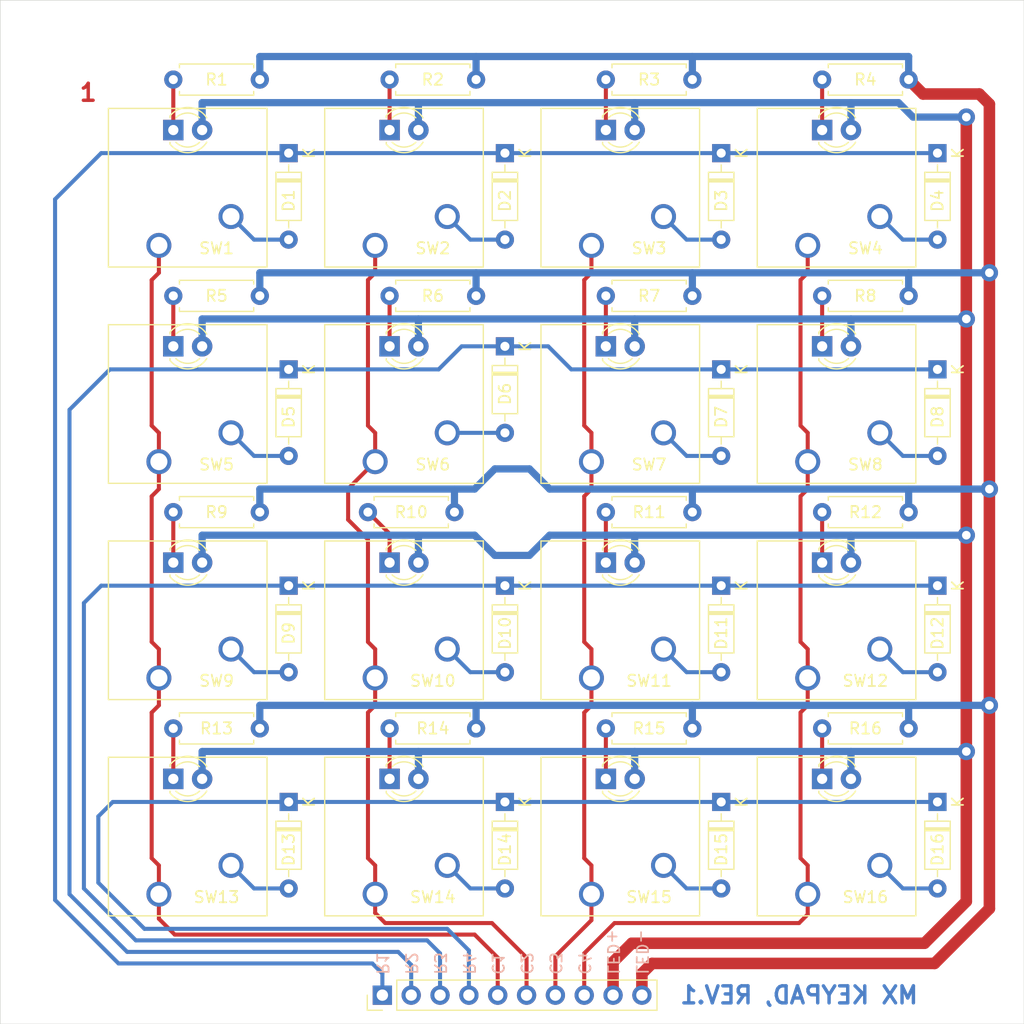
<source format=kicad_pcb>
(kicad_pcb (version 20171130) (host pcbnew "(5.1.0)-1")

  (general
    (thickness 1.6)
    (drawings 16)
    (tracks 229)
    (zones 0)
    (modules 70)
    (nets 43)
  )

  (page A4)
  (layers
    (0 F.Cu signal)
    (31 B.Cu signal)
    (32 B.Adhes user)
    (33 F.Adhes user)
    (34 B.Paste user)
    (35 F.Paste user)
    (36 B.SilkS user)
    (37 F.SilkS user)
    (38 B.Mask user)
    (39 F.Mask user)
    (40 Dwgs.User user)
    (41 Cmts.User user)
    (42 Eco1.User user)
    (43 Eco2.User user)
    (44 Edge.Cuts user)
    (45 Margin user)
    (46 B.CrtYd user)
    (47 F.CrtYd user)
    (48 B.Fab user hide)
    (49 F.Fab user hide)
  )

  (setup
    (last_trace_width 0.3556)
    (user_trace_width 0.635)
    (user_trace_width 1.016)
    (trace_clearance 0.254)
    (zone_clearance 0.508)
    (zone_45_only no)
    (trace_min 0.2)
    (via_size 1.524)
    (via_drill 0.762)
    (via_min_size 0.4)
    (via_min_drill 0.3)
    (uvia_size 0.3)
    (uvia_drill 0.1)
    (uvias_allowed no)
    (uvia_min_size 0.2)
    (uvia_min_drill 0.1)
    (edge_width 0.05)
    (segment_width 0.2)
    (pcb_text_width 0.3)
    (pcb_text_size 1.5 1.5)
    (mod_edge_width 0.12)
    (mod_text_size 1 1)
    (mod_text_width 0.15)
    (pad_size 1.524 1.524)
    (pad_drill 0.762)
    (pad_to_mask_clearance 0.051)
    (solder_mask_min_width 0.25)
    (aux_axis_origin 0 0)
    (visible_elements 7FFFFFFF)
    (pcbplotparams
      (layerselection 0x010f0_ffffffff)
      (usegerberextensions false)
      (usegerberattributes false)
      (usegerberadvancedattributes false)
      (creategerberjobfile false)
      (gerberprecision 5)
      (excludeedgelayer true)
      (linewidth 0.100000)
      (plotframeref false)
      (viasonmask true)
      (mode 1)
      (useauxorigin false)
      (hpglpennumber 1)
      (hpglpenspeed 20)
      (hpglpendiameter 15.000000)
      (psnegative false)
      (psa4output false)
      (plotreference true)
      (plotvalue false)
      (plotinvisibletext false)
      (padsonsilk false)
      (subtractmaskfromsilk true)
      (outputformat 1)
      (mirror false)
      (drillshape 0)
      (scaleselection 1)
      (outputdirectory "KEYPAD_4X4_MX-GERBERS/"))
  )

  (net 0 "")
  (net 1 R1)
  (net 2 "Net-(D1-Pad2)")
  (net 3 "Net-(D2-Pad2)")
  (net 4 "Net-(D3-Pad2)")
  (net 5 "Net-(D4-Pad2)")
  (net 6 "Net-(D5-Pad2)")
  (net 7 R2)
  (net 8 "Net-(D6-Pad2)")
  (net 9 "Net-(D7-Pad2)")
  (net 10 "Net-(D8-Pad2)")
  (net 11 "Net-(D9-Pad2)")
  (net 12 R3)
  (net 13 "Net-(D10-Pad2)")
  (net 14 "Net-(D11-Pad2)")
  (net 15 "Net-(D12-Pad2)")
  (net 16 R4)
  (net 17 "Net-(D13-Pad2)")
  (net 18 "Net-(D14-Pad2)")
  (net 19 "Net-(D15-Pad2)")
  (net 20 "Net-(D16-Pad2)")
  (net 21 C1)
  (net 22 C2)
  (net 23 C3)
  (net 24 C4)
  (net 25 LED+)
  (net 26 LED-)
  (net 27 "Net-(LED1-Pad1)")
  (net 28 "Net-(LED2-Pad1)")
  (net 29 "Net-(LED3-Pad1)")
  (net 30 "Net-(LED4-Pad1)")
  (net 31 "Net-(LED5-Pad1)")
  (net 32 "Net-(LED6-Pad1)")
  (net 33 "Net-(LED7-Pad1)")
  (net 34 "Net-(LED8-Pad1)")
  (net 35 "Net-(LED9-Pad1)")
  (net 36 "Net-(LED10-Pad1)")
  (net 37 "Net-(LED11-Pad1)")
  (net 38 "Net-(LED12-Pad1)")
  (net 39 "Net-(LED13-Pad1)")
  (net 40 "Net-(LED14-Pad1)")
  (net 41 "Net-(LED15-Pad1)")
  (net 42 "Net-(LED16-Pad1)")

  (net_class Default "This is the default net class."
    (clearance 0.254)
    (trace_width 0.3556)
    (via_dia 1.524)
    (via_drill 0.762)
    (uvia_dia 0.3)
    (uvia_drill 0.1)
    (add_net C1)
    (add_net C2)
    (add_net C3)
    (add_net C4)
    (add_net LED+)
    (add_net LED-)
    (add_net "Net-(D1-Pad2)")
    (add_net "Net-(D10-Pad2)")
    (add_net "Net-(D11-Pad2)")
    (add_net "Net-(D12-Pad2)")
    (add_net "Net-(D13-Pad2)")
    (add_net "Net-(D14-Pad2)")
    (add_net "Net-(D15-Pad2)")
    (add_net "Net-(D16-Pad2)")
    (add_net "Net-(D2-Pad2)")
    (add_net "Net-(D3-Pad2)")
    (add_net "Net-(D4-Pad2)")
    (add_net "Net-(D5-Pad2)")
    (add_net "Net-(D6-Pad2)")
    (add_net "Net-(D7-Pad2)")
    (add_net "Net-(D8-Pad2)")
    (add_net "Net-(D9-Pad2)")
    (add_net "Net-(LED1-Pad1)")
    (add_net "Net-(LED10-Pad1)")
    (add_net "Net-(LED11-Pad1)")
    (add_net "Net-(LED12-Pad1)")
    (add_net "Net-(LED13-Pad1)")
    (add_net "Net-(LED14-Pad1)")
    (add_net "Net-(LED15-Pad1)")
    (add_net "Net-(LED16-Pad1)")
    (add_net "Net-(LED2-Pad1)")
    (add_net "Net-(LED3-Pad1)")
    (add_net "Net-(LED4-Pad1)")
    (add_net "Net-(LED5-Pad1)")
    (add_net "Net-(LED6-Pad1)")
    (add_net "Net-(LED7-Pad1)")
    (add_net "Net-(LED8-Pad1)")
    (add_net "Net-(LED9-Pad1)")
    (add_net R1)
    (add_net R2)
    (add_net R3)
    (add_net R4)
  )

  (module LED_THT:LED_D3.0mm (layer F.Cu) (tedit 618B99AC) (tstamp 618C1546)
    (at 58.42 46.99)
    (descr "LED, diameter 3.0mm, 2 pins")
    (tags "LED diameter 3.0mm 2 pins")
    (path /619A0D1A)
    (fp_text reference LED16 (at -3.429 0) (layer F.SilkS) hide
      (effects (font (size 1 1) (thickness 0.15)))
    )
    (fp_text value LED (at 1.27 2.96) (layer F.Fab)
      (effects (font (size 1 1) (thickness 0.15)))
    )
    (fp_arc (start 1.27 0) (end -0.23 -1.16619) (angle 284.3) (layer F.Fab) (width 0.1))
    (fp_arc (start 1.27 0) (end -0.29 -1.235516) (angle 108.8) (layer F.SilkS) (width 0.12))
    (fp_arc (start 1.27 0) (end -0.29 1.235516) (angle -108.8) (layer F.SilkS) (width 0.12))
    (fp_arc (start 1.27 0) (end 0.229039 -1.08) (angle 87.9) (layer F.SilkS) (width 0.12))
    (fp_arc (start 1.27 0) (end 0.229039 1.08) (angle -87.9) (layer F.SilkS) (width 0.12))
    (fp_circle (center 1.27 0) (end 2.77 0) (layer F.Fab) (width 0.1))
    (fp_line (start -0.23 -1.16619) (end -0.23 1.16619) (layer F.Fab) (width 0.1))
    (fp_line (start -0.29 -1.236) (end -0.29 -1.08) (layer F.SilkS) (width 0.12))
    (fp_line (start -0.29 1.08) (end -0.29 1.236) (layer F.SilkS) (width 0.12))
    (pad 1 thru_hole rect (at 0 0) (size 1.8 1.8) (drill 0.9) (layers *.Cu *.Mask)
      (net 42 "Net-(LED16-Pad1)"))
    (pad 2 thru_hole circle (at 2.54 0) (size 1.8 1.8) (drill 0.9) (layers *.Cu *.Mask)
      (net 25 LED+))
    (model ${KISYS3DMOD}/LED_THT.3dshapes/LED_D3.0mm.wrl
      (at (xyz 0 0 0))
      (scale (xyz 1 1 1))
      (rotate (xyz 0 0 0))
    )
  )

  (module LED_THT:LED_D3.0mm (layer F.Cu) (tedit 618B9999) (tstamp 618C1533)
    (at 39.37 46.99)
    (descr "LED, diameter 3.0mm, 2 pins")
    (tags "LED diameter 3.0mm 2 pins")
    (path /619A0D14)
    (fp_text reference LED15 (at -3.429 0) (layer F.SilkS) hide
      (effects (font (size 1 1) (thickness 0.15)))
    )
    (fp_text value LED (at 1.27 2.96) (layer F.Fab)
      (effects (font (size 1 1) (thickness 0.15)))
    )
    (fp_arc (start 1.27 0) (end -0.23 -1.16619) (angle 284.3) (layer F.Fab) (width 0.1))
    (fp_arc (start 1.27 0) (end -0.29 -1.235516) (angle 108.8) (layer F.SilkS) (width 0.12))
    (fp_arc (start 1.27 0) (end -0.29 1.235516) (angle -108.8) (layer F.SilkS) (width 0.12))
    (fp_arc (start 1.27 0) (end 0.229039 -1.08) (angle 87.9) (layer F.SilkS) (width 0.12))
    (fp_arc (start 1.27 0) (end 0.229039 1.08) (angle -87.9) (layer F.SilkS) (width 0.12))
    (fp_circle (center 1.27 0) (end 2.77 0) (layer F.Fab) (width 0.1))
    (fp_line (start -0.23 -1.16619) (end -0.23 1.16619) (layer F.Fab) (width 0.1))
    (fp_line (start -0.29 -1.236) (end -0.29 -1.08) (layer F.SilkS) (width 0.12))
    (fp_line (start -0.29 1.08) (end -0.29 1.236) (layer F.SilkS) (width 0.12))
    (pad 1 thru_hole rect (at 0 0) (size 1.8 1.8) (drill 0.9) (layers *.Cu *.Mask)
      (net 41 "Net-(LED15-Pad1)"))
    (pad 2 thru_hole circle (at 2.54 0) (size 1.8 1.8) (drill 0.9) (layers *.Cu *.Mask)
      (net 25 LED+))
    (model ${KISYS3DMOD}/LED_THT.3dshapes/LED_D3.0mm.wrl
      (at (xyz 0 0 0))
      (scale (xyz 1 1 1))
      (rotate (xyz 0 0 0))
    )
  )

  (module LED_THT:LED_D3.0mm (layer F.Cu) (tedit 618B9985) (tstamp 618C1520)
    (at 20.32 46.99)
    (descr "LED, diameter 3.0mm, 2 pins")
    (tags "LED diameter 3.0mm 2 pins")
    (path /619A0D0E)
    (fp_text reference LED14 (at -3.429 0) (layer F.SilkS) hide
      (effects (font (size 1 1) (thickness 0.15)))
    )
    (fp_text value LED (at 1.27 2.96) (layer F.Fab)
      (effects (font (size 1 1) (thickness 0.15)))
    )
    (fp_line (start -0.29 1.08) (end -0.29 1.236) (layer F.SilkS) (width 0.12))
    (fp_line (start -0.29 -1.236) (end -0.29 -1.08) (layer F.SilkS) (width 0.12))
    (fp_line (start -0.23 -1.16619) (end -0.23 1.16619) (layer F.Fab) (width 0.1))
    (fp_circle (center 1.27 0) (end 2.77 0) (layer F.Fab) (width 0.1))
    (fp_arc (start 1.27 0) (end 0.229039 1.08) (angle -87.9) (layer F.SilkS) (width 0.12))
    (fp_arc (start 1.27 0) (end 0.229039 -1.08) (angle 87.9) (layer F.SilkS) (width 0.12))
    (fp_arc (start 1.27 0) (end -0.29 1.235516) (angle -108.8) (layer F.SilkS) (width 0.12))
    (fp_arc (start 1.27 0) (end -0.29 -1.235516) (angle 108.8) (layer F.SilkS) (width 0.12))
    (fp_arc (start 1.27 0) (end -0.23 -1.16619) (angle 284.3) (layer F.Fab) (width 0.1))
    (pad 2 thru_hole circle (at 2.54 0) (size 1.8 1.8) (drill 0.9) (layers *.Cu *.Mask)
      (net 25 LED+))
    (pad 1 thru_hole rect (at 0 0) (size 1.8 1.8) (drill 0.9) (layers *.Cu *.Mask)
      (net 40 "Net-(LED14-Pad1)"))
    (model ${KISYS3DMOD}/LED_THT.3dshapes/LED_D3.0mm.wrl
      (at (xyz 0 0 0))
      (scale (xyz 1 1 1))
      (rotate (xyz 0 0 0))
    )
  )

  (module LED_THT:LED_D3.0mm (layer F.Cu) (tedit 618B9971) (tstamp 618C150D)
    (at 1.27 46.99)
    (descr "LED, diameter 3.0mm, 2 pins")
    (tags "LED diameter 3.0mm 2 pins")
    (path /619A0D08)
    (fp_text reference LED13 (at -3.429 0) (layer F.SilkS) hide
      (effects (font (size 1 1) (thickness 0.15)))
    )
    (fp_text value LED (at 1.27 2.96) (layer F.Fab)
      (effects (font (size 1 1) (thickness 0.15)))
    )
    (fp_arc (start 1.27 0) (end -0.23 -1.16619) (angle 284.3) (layer F.Fab) (width 0.1))
    (fp_arc (start 1.27 0) (end -0.29 -1.235516) (angle 108.8) (layer F.SilkS) (width 0.12))
    (fp_arc (start 1.27 0) (end -0.29 1.235516) (angle -108.8) (layer F.SilkS) (width 0.12))
    (fp_arc (start 1.27 0) (end 0.229039 -1.08) (angle 87.9) (layer F.SilkS) (width 0.12))
    (fp_arc (start 1.27 0) (end 0.229039 1.08) (angle -87.9) (layer F.SilkS) (width 0.12))
    (fp_circle (center 1.27 0) (end 2.77 0) (layer F.Fab) (width 0.1))
    (fp_line (start -0.23 -1.16619) (end -0.23 1.16619) (layer F.Fab) (width 0.1))
    (fp_line (start -0.29 -1.236) (end -0.29 -1.08) (layer F.SilkS) (width 0.12))
    (fp_line (start -0.29 1.08) (end -0.29 1.236) (layer F.SilkS) (width 0.12))
    (pad 1 thru_hole rect (at 0 0) (size 1.8 1.8) (drill 0.9) (layers *.Cu *.Mask)
      (net 39 "Net-(LED13-Pad1)"))
    (pad 2 thru_hole circle (at 2.54 0) (size 1.8 1.8) (drill 0.9) (layers *.Cu *.Mask)
      (net 25 LED+))
    (model ${KISYS3DMOD}/LED_THT.3dshapes/LED_D3.0mm.wrl
      (at (xyz 0 0 0))
      (scale (xyz 1 1 1))
      (rotate (xyz 0 0 0))
    )
  )

  (module LED_THT:LED_D3.0mm (layer F.Cu) (tedit 618B991B) (tstamp 618C14FA)
    (at 58.42 27.94)
    (descr "LED, diameter 3.0mm, 2 pins")
    (tags "LED diameter 3.0mm 2 pins")
    (path /619A0D02)
    (fp_text reference LED12 (at -3.429 0) (layer F.SilkS) hide
      (effects (font (size 1 1) (thickness 0.15)))
    )
    (fp_text value LED (at 1.27 2.96) (layer F.Fab)
      (effects (font (size 1 1) (thickness 0.15)))
    )
    (fp_line (start -0.29 1.08) (end -0.29 1.236) (layer F.SilkS) (width 0.12))
    (fp_line (start -0.29 -1.236) (end -0.29 -1.08) (layer F.SilkS) (width 0.12))
    (fp_line (start -0.23 -1.16619) (end -0.23 1.16619) (layer F.Fab) (width 0.1))
    (fp_circle (center 1.27 0) (end 2.77 0) (layer F.Fab) (width 0.1))
    (fp_arc (start 1.27 0) (end 0.229039 1.08) (angle -87.9) (layer F.SilkS) (width 0.12))
    (fp_arc (start 1.27 0) (end 0.229039 -1.08) (angle 87.9) (layer F.SilkS) (width 0.12))
    (fp_arc (start 1.27 0) (end -0.29 1.235516) (angle -108.8) (layer F.SilkS) (width 0.12))
    (fp_arc (start 1.27 0) (end -0.29 -1.235516) (angle 108.8) (layer F.SilkS) (width 0.12))
    (fp_arc (start 1.27 0) (end -0.23 -1.16619) (angle 284.3) (layer F.Fab) (width 0.1))
    (pad 2 thru_hole circle (at 2.54 0) (size 1.8 1.8) (drill 0.9) (layers *.Cu *.Mask)
      (net 25 LED+))
    (pad 1 thru_hole rect (at 0 0) (size 1.8 1.8) (drill 0.9) (layers *.Cu *.Mask)
      (net 38 "Net-(LED12-Pad1)"))
    (model ${KISYS3DMOD}/LED_THT.3dshapes/LED_D3.0mm.wrl
      (at (xyz 0 0 0))
      (scale (xyz 1 1 1))
      (rotate (xyz 0 0 0))
    )
  )

  (module LED_THT:LED_D3.0mm (layer F.Cu) (tedit 618B9903) (tstamp 618C14E7)
    (at 39.37 27.94)
    (descr "LED, diameter 3.0mm, 2 pins")
    (tags "LED diameter 3.0mm 2 pins")
    (path /619A0CFC)
    (fp_text reference LED11 (at -3.429 0) (layer F.SilkS) hide
      (effects (font (size 1 1) (thickness 0.15)))
    )
    (fp_text value LED (at 1.27 2.96) (layer F.Fab)
      (effects (font (size 1 1) (thickness 0.15)))
    )
    (fp_arc (start 1.27 0) (end -0.23 -1.16619) (angle 284.3) (layer F.Fab) (width 0.1))
    (fp_arc (start 1.27 0) (end -0.29 -1.235516) (angle 108.8) (layer F.SilkS) (width 0.12))
    (fp_arc (start 1.27 0) (end -0.29 1.235516) (angle -108.8) (layer F.SilkS) (width 0.12))
    (fp_arc (start 1.27 0) (end 0.229039 -1.08) (angle 87.9) (layer F.SilkS) (width 0.12))
    (fp_arc (start 1.27 0) (end 0.229039 1.08) (angle -87.9) (layer F.SilkS) (width 0.12))
    (fp_circle (center 1.27 0) (end 2.77 0) (layer F.Fab) (width 0.1))
    (fp_line (start -0.23 -1.16619) (end -0.23 1.16619) (layer F.Fab) (width 0.1))
    (fp_line (start -0.29 -1.236) (end -0.29 -1.08) (layer F.SilkS) (width 0.12))
    (fp_line (start -0.29 1.08) (end -0.29 1.236) (layer F.SilkS) (width 0.12))
    (pad 1 thru_hole rect (at 0 0) (size 1.8 1.8) (drill 0.9) (layers *.Cu *.Mask)
      (net 37 "Net-(LED11-Pad1)"))
    (pad 2 thru_hole circle (at 2.54 0) (size 1.8 1.8) (drill 0.9) (layers *.Cu *.Mask)
      (net 25 LED+))
    (model ${KISYS3DMOD}/LED_THT.3dshapes/LED_D3.0mm.wrl
      (at (xyz 0 0 0))
      (scale (xyz 1 1 1))
      (rotate (xyz 0 0 0))
    )
  )

  (module LED_THT:LED_D3.0mm (layer F.Cu) (tedit 618B98EB) (tstamp 618C14D4)
    (at 20.32 27.94)
    (descr "LED, diameter 3.0mm, 2 pins")
    (tags "LED diameter 3.0mm 2 pins")
    (path /619A0D38)
    (fp_text reference LED10 (at -3.429 0) (layer F.SilkS) hide
      (effects (font (size 1 1) (thickness 0.15)))
    )
    (fp_text value LED (at 1.27 2.96) (layer F.Fab)
      (effects (font (size 1 1) (thickness 0.15)))
    )
    (fp_arc (start 1.27 0) (end -0.23 -1.16619) (angle 284.3) (layer F.Fab) (width 0.1))
    (fp_arc (start 1.27 0) (end -0.29 -1.235516) (angle 108.8) (layer F.SilkS) (width 0.12))
    (fp_arc (start 1.27 0) (end -0.29 1.235516) (angle -108.8) (layer F.SilkS) (width 0.12))
    (fp_arc (start 1.27 0) (end 0.229039 -1.08) (angle 87.9) (layer F.SilkS) (width 0.12))
    (fp_arc (start 1.27 0) (end 0.229039 1.08) (angle -87.9) (layer F.SilkS) (width 0.12))
    (fp_circle (center 1.27 0) (end 2.77 0) (layer F.Fab) (width 0.1))
    (fp_line (start -0.23 -1.16619) (end -0.23 1.16619) (layer F.Fab) (width 0.1))
    (fp_line (start -0.29 -1.236) (end -0.29 -1.08) (layer F.SilkS) (width 0.12))
    (fp_line (start -0.29 1.08) (end -0.29 1.236) (layer F.SilkS) (width 0.12))
    (pad 1 thru_hole rect (at 0 0) (size 1.8 1.8) (drill 0.9) (layers *.Cu *.Mask)
      (net 36 "Net-(LED10-Pad1)"))
    (pad 2 thru_hole circle (at 2.54 0) (size 1.8 1.8) (drill 0.9) (layers *.Cu *.Mask)
      (net 25 LED+))
    (model ${KISYS3DMOD}/LED_THT.3dshapes/LED_D3.0mm.wrl
      (at (xyz 0 0 0))
      (scale (xyz 1 1 1))
      (rotate (xyz 0 0 0))
    )
  )

  (module LED_THT:LED_D3.0mm (layer F.Cu) (tedit 618B98D7) (tstamp 618C14C1)
    (at 1.27 27.94)
    (descr "LED, diameter 3.0mm, 2 pins")
    (tags "LED diameter 3.0mm 2 pins")
    (path /619A0D2B)
    (fp_text reference LED9 (at -2.921 0) (layer F.SilkS) hide
      (effects (font (size 1 1) (thickness 0.15)))
    )
    (fp_text value LED (at 1.27 2.96) (layer F.Fab)
      (effects (font (size 1 1) (thickness 0.15)))
    )
    (fp_line (start -0.29 1.08) (end -0.29 1.236) (layer F.SilkS) (width 0.12))
    (fp_line (start -0.29 -1.236) (end -0.29 -1.08) (layer F.SilkS) (width 0.12))
    (fp_line (start -0.23 -1.16619) (end -0.23 1.16619) (layer F.Fab) (width 0.1))
    (fp_circle (center 1.27 0) (end 2.77 0) (layer F.Fab) (width 0.1))
    (fp_arc (start 1.27 0) (end 0.229039 1.08) (angle -87.9) (layer F.SilkS) (width 0.12))
    (fp_arc (start 1.27 0) (end 0.229039 -1.08) (angle 87.9) (layer F.SilkS) (width 0.12))
    (fp_arc (start 1.27 0) (end -0.29 1.235516) (angle -108.8) (layer F.SilkS) (width 0.12))
    (fp_arc (start 1.27 0) (end -0.29 -1.235516) (angle 108.8) (layer F.SilkS) (width 0.12))
    (fp_arc (start 1.27 0) (end -0.23 -1.16619) (angle 284.3) (layer F.Fab) (width 0.1))
    (pad 2 thru_hole circle (at 2.54 0) (size 1.8 1.8) (drill 0.9) (layers *.Cu *.Mask)
      (net 25 LED+))
    (pad 1 thru_hole rect (at 0 0) (size 1.8 1.8) (drill 0.9) (layers *.Cu *.Mask)
      (net 35 "Net-(LED9-Pad1)"))
    (model ${KISYS3DMOD}/LED_THT.3dshapes/LED_D3.0mm.wrl
      (at (xyz 0 0 0))
      (scale (xyz 1 1 1))
      (rotate (xyz 0 0 0))
    )
  )

  (module LED_THT:LED_D3.0mm (layer F.Cu) (tedit 618B98C5) (tstamp 618C14AE)
    (at 58.42 8.89)
    (descr "LED, diameter 3.0mm, 2 pins")
    (tags "LED diameter 3.0mm 2 pins")
    (path /616618BA)
    (fp_text reference LED8 (at -2.921 0) (layer F.SilkS) hide
      (effects (font (size 1 1) (thickness 0.15)))
    )
    (fp_text value LED (at 1.27 2.96) (layer F.Fab)
      (effects (font (size 1 1) (thickness 0.15)))
    )
    (fp_line (start -0.29 1.08) (end -0.29 1.236) (layer F.SilkS) (width 0.12))
    (fp_line (start -0.29 -1.236) (end -0.29 -1.08) (layer F.SilkS) (width 0.12))
    (fp_line (start -0.23 -1.16619) (end -0.23 1.16619) (layer F.Fab) (width 0.1))
    (fp_circle (center 1.27 0) (end 2.77 0) (layer F.Fab) (width 0.1))
    (fp_arc (start 1.27 0) (end 0.229039 1.08) (angle -87.9) (layer F.SilkS) (width 0.12))
    (fp_arc (start 1.27 0) (end 0.229039 -1.08) (angle 87.9) (layer F.SilkS) (width 0.12))
    (fp_arc (start 1.27 0) (end -0.29 1.235516) (angle -108.8) (layer F.SilkS) (width 0.12))
    (fp_arc (start 1.27 0) (end -0.29 -1.235516) (angle 108.8) (layer F.SilkS) (width 0.12))
    (fp_arc (start 1.27 0) (end -0.23 -1.16619) (angle 284.3) (layer F.Fab) (width 0.1))
    (pad 2 thru_hole circle (at 2.54 0) (size 1.8 1.8) (drill 0.9) (layers *.Cu *.Mask)
      (net 25 LED+))
    (pad 1 thru_hole rect (at 0 0) (size 1.8 1.8) (drill 0.9) (layers *.Cu *.Mask)
      (net 34 "Net-(LED8-Pad1)"))
    (model ${KISYS3DMOD}/LED_THT.3dshapes/LED_D3.0mm.wrl
      (at (xyz 0 0 0))
      (scale (xyz 1 1 1))
      (rotate (xyz 0 0 0))
    )
  )

  (module LED_THT:LED_D3.0mm (layer F.Cu) (tedit 618B98B1) (tstamp 618C149B)
    (at 39.37 8.89)
    (descr "LED, diameter 3.0mm, 2 pins")
    (tags "LED diameter 3.0mm 2 pins")
    (path /616618AE)
    (fp_text reference LED7 (at -3.048 0) (layer F.SilkS) hide
      (effects (font (size 1 1) (thickness 0.15)))
    )
    (fp_text value LED (at 1.27 2.96) (layer F.Fab)
      (effects (font (size 1 1) (thickness 0.15)))
    )
    (fp_arc (start 1.27 0) (end -0.23 -1.16619) (angle 284.3) (layer F.Fab) (width 0.1))
    (fp_arc (start 1.27 0) (end -0.29 -1.235516) (angle 108.8) (layer F.SilkS) (width 0.12))
    (fp_arc (start 1.27 0) (end -0.29 1.235516) (angle -108.8) (layer F.SilkS) (width 0.12))
    (fp_arc (start 1.27 0) (end 0.229039 -1.08) (angle 87.9) (layer F.SilkS) (width 0.12))
    (fp_arc (start 1.27 0) (end 0.229039 1.08) (angle -87.9) (layer F.SilkS) (width 0.12))
    (fp_circle (center 1.27 0) (end 2.77 0) (layer F.Fab) (width 0.1))
    (fp_line (start -0.23 -1.16619) (end -0.23 1.16619) (layer F.Fab) (width 0.1))
    (fp_line (start -0.29 -1.236) (end -0.29 -1.08) (layer F.SilkS) (width 0.12))
    (fp_line (start -0.29 1.08) (end -0.29 1.236) (layer F.SilkS) (width 0.12))
    (pad 1 thru_hole rect (at 0 0) (size 1.8 1.8) (drill 0.9) (layers *.Cu *.Mask)
      (net 33 "Net-(LED7-Pad1)"))
    (pad 2 thru_hole circle (at 2.54 0) (size 1.8 1.8) (drill 0.9) (layers *.Cu *.Mask)
      (net 25 LED+))
    (model ${KISYS3DMOD}/LED_THT.3dshapes/LED_D3.0mm.wrl
      (at (xyz 0 0 0))
      (scale (xyz 1 1 1))
      (rotate (xyz 0 0 0))
    )
  )

  (module LED_THT:LED_D3.0mm (layer F.Cu) (tedit 618B98A0) (tstamp 618C1488)
    (at 20.32 8.89)
    (descr "LED, diameter 3.0mm, 2 pins")
    (tags "LED diameter 3.0mm 2 pins")
    (path /6165E891)
    (fp_text reference LED6 (at -2.921 0) (layer F.SilkS) hide
      (effects (font (size 1 1) (thickness 0.15)))
    )
    (fp_text value LED (at 1.27 2.96) (layer F.Fab)
      (effects (font (size 1 1) (thickness 0.15)))
    )
    (fp_line (start -0.29 1.08) (end -0.29 1.236) (layer F.SilkS) (width 0.12))
    (fp_line (start -0.29 -1.236) (end -0.29 -1.08) (layer F.SilkS) (width 0.12))
    (fp_line (start -0.23 -1.16619) (end -0.23 1.16619) (layer F.Fab) (width 0.1))
    (fp_circle (center 1.27 0) (end 2.77 0) (layer F.Fab) (width 0.1))
    (fp_arc (start 1.27 0) (end 0.229039 1.08) (angle -87.9) (layer F.SilkS) (width 0.12))
    (fp_arc (start 1.27 0) (end 0.229039 -1.08) (angle 87.9) (layer F.SilkS) (width 0.12))
    (fp_arc (start 1.27 0) (end -0.29 1.235516) (angle -108.8) (layer F.SilkS) (width 0.12))
    (fp_arc (start 1.27 0) (end -0.29 -1.235516) (angle 108.8) (layer F.SilkS) (width 0.12))
    (fp_arc (start 1.27 0) (end -0.23 -1.16619) (angle 284.3) (layer F.Fab) (width 0.1))
    (pad 2 thru_hole circle (at 2.54 0) (size 1.8 1.8) (drill 0.9) (layers *.Cu *.Mask)
      (net 25 LED+))
    (pad 1 thru_hole rect (at 0 0) (size 1.8 1.8) (drill 0.9) (layers *.Cu *.Mask)
      (net 32 "Net-(LED6-Pad1)"))
    (model ${KISYS3DMOD}/LED_THT.3dshapes/LED_D3.0mm.wrl
      (at (xyz 0 0 0))
      (scale (xyz 1 1 1))
      (rotate (xyz 0 0 0))
    )
  )

  (module LED_THT:LED_D3.0mm (layer F.Cu) (tedit 618B988F) (tstamp 618C1475)
    (at 1.27 8.89)
    (descr "LED, diameter 3.0mm, 2 pins")
    (tags "LED diameter 3.0mm 2 pins")
    (path /6165E885)
    (fp_text reference LED5 (at -2.921 0) (layer F.SilkS) hide
      (effects (font (size 1 1) (thickness 0.15)))
    )
    (fp_text value LED (at 1.27 2.96) (layer F.Fab)
      (effects (font (size 1 1) (thickness 0.15)))
    )
    (fp_arc (start 1.27 0) (end -0.23 -1.16619) (angle 284.3) (layer F.Fab) (width 0.1))
    (fp_arc (start 1.27 0) (end -0.29 -1.235516) (angle 108.8) (layer F.SilkS) (width 0.12))
    (fp_arc (start 1.27 0) (end -0.29 1.235516) (angle -108.8) (layer F.SilkS) (width 0.12))
    (fp_arc (start 1.27 0) (end 0.229039 -1.08) (angle 87.9) (layer F.SilkS) (width 0.12))
    (fp_arc (start 1.27 0) (end 0.229039 1.08) (angle -87.9) (layer F.SilkS) (width 0.12))
    (fp_circle (center 1.27 0) (end 2.77 0) (layer F.Fab) (width 0.1))
    (fp_line (start -0.23 -1.16619) (end -0.23 1.16619) (layer F.Fab) (width 0.1))
    (fp_line (start -0.29 -1.236) (end -0.29 -1.08) (layer F.SilkS) (width 0.12))
    (fp_line (start -0.29 1.08) (end -0.29 1.236) (layer F.SilkS) (width 0.12))
    (pad 1 thru_hole rect (at 0 0) (size 1.8 1.8) (drill 0.9) (layers *.Cu *.Mask)
      (net 31 "Net-(LED5-Pad1)"))
    (pad 2 thru_hole circle (at 2.54 0) (size 1.8 1.8) (drill 0.9) (layers *.Cu *.Mask)
      (net 25 LED+))
    (model ${KISYS3DMOD}/LED_THT.3dshapes/LED_D3.0mm.wrl
      (at (xyz 0 0 0))
      (scale (xyz 1 1 1))
      (rotate (xyz 0 0 0))
    )
  )

  (module LED_THT:LED_D3.0mm (layer F.Cu) (tedit 618B9881) (tstamp 618C1462)
    (at 58.42 -10.16)
    (descr "LED, diameter 3.0mm, 2 pins")
    (tags "LED diameter 3.0mm 2 pins")
    (path /6165C6B4)
    (fp_text reference LED4 (at -2.921 0) (layer F.SilkS) hide
      (effects (font (size 1 1) (thickness 0.15)))
    )
    (fp_text value LED (at 1.27 2.96) (layer F.Fab)
      (effects (font (size 1 1) (thickness 0.15)))
    )
    (fp_line (start -0.29 1.08) (end -0.29 1.236) (layer F.SilkS) (width 0.12))
    (fp_line (start -0.29 -1.236) (end -0.29 -1.08) (layer F.SilkS) (width 0.12))
    (fp_line (start -0.23 -1.16619) (end -0.23 1.16619) (layer F.Fab) (width 0.1))
    (fp_circle (center 1.27 0) (end 2.77 0) (layer F.Fab) (width 0.1))
    (fp_arc (start 1.27 0) (end 0.229039 1.08) (angle -87.9) (layer F.SilkS) (width 0.12))
    (fp_arc (start 1.27 0) (end 0.229039 -1.08) (angle 87.9) (layer F.SilkS) (width 0.12))
    (fp_arc (start 1.27 0) (end -0.29 1.235516) (angle -108.8) (layer F.SilkS) (width 0.12))
    (fp_arc (start 1.27 0) (end -0.29 -1.235516) (angle 108.8) (layer F.SilkS) (width 0.12))
    (fp_arc (start 1.27 0) (end -0.23 -1.16619) (angle 284.3) (layer F.Fab) (width 0.1))
    (pad 2 thru_hole circle (at 2.54 0) (size 1.8 1.8) (drill 0.9) (layers *.Cu *.Mask)
      (net 25 LED+))
    (pad 1 thru_hole rect (at 0 0) (size 1.8 1.8) (drill 0.9) (layers *.Cu *.Mask)
      (net 30 "Net-(LED4-Pad1)"))
    (model ${KISYS3DMOD}/LED_THT.3dshapes/LED_D3.0mm.wrl
      (at (xyz 0 0 0))
      (scale (xyz 1 1 1))
      (rotate (xyz 0 0 0))
    )
  )

  (module LED_THT:LED_D3.0mm (layer F.Cu) (tedit 618B9870) (tstamp 618C144F)
    (at 39.37 -10.16)
    (descr "LED, diameter 3.0mm, 2 pins")
    (tags "LED diameter 3.0mm 2 pins")
    (path /6165C6A8)
    (fp_text reference LED3 (at -2.921 0) (layer F.SilkS) hide
      (effects (font (size 1 1) (thickness 0.15)))
    )
    (fp_text value LED (at 1.27 2.96) (layer F.Fab)
      (effects (font (size 1 1) (thickness 0.15)))
    )
    (fp_line (start -0.29 1.08) (end -0.29 1.236) (layer F.SilkS) (width 0.12))
    (fp_line (start -0.29 -1.236) (end -0.29 -1.08) (layer F.SilkS) (width 0.12))
    (fp_line (start -0.23 -1.16619) (end -0.23 1.16619) (layer F.Fab) (width 0.1))
    (fp_circle (center 1.27 0) (end 2.77 0) (layer F.Fab) (width 0.1))
    (fp_arc (start 1.27 0) (end 0.229039 1.08) (angle -87.9) (layer F.SilkS) (width 0.12))
    (fp_arc (start 1.27 0) (end 0.229039 -1.08) (angle 87.9) (layer F.SilkS) (width 0.12))
    (fp_arc (start 1.27 0) (end -0.29 1.235516) (angle -108.8) (layer F.SilkS) (width 0.12))
    (fp_arc (start 1.27 0) (end -0.29 -1.235516) (angle 108.8) (layer F.SilkS) (width 0.12))
    (fp_arc (start 1.27 0) (end -0.23 -1.16619) (angle 284.3) (layer F.Fab) (width 0.1))
    (pad 2 thru_hole circle (at 2.54 0) (size 1.8 1.8) (drill 0.9) (layers *.Cu *.Mask)
      (net 25 LED+))
    (pad 1 thru_hole rect (at 0 0) (size 1.8 1.8) (drill 0.9) (layers *.Cu *.Mask)
      (net 29 "Net-(LED3-Pad1)"))
    (model ${KISYS3DMOD}/LED_THT.3dshapes/LED_D3.0mm.wrl
      (at (xyz 0 0 0))
      (scale (xyz 1 1 1))
      (rotate (xyz 0 0 0))
    )
  )

  (module LED_THT:LED_D3.0mm (layer F.Cu) (tedit 618B985C) (tstamp 618C143C)
    (at 20.32 -10.16)
    (descr "LED, diameter 3.0mm, 2 pins")
    (tags "LED diameter 3.0mm 2 pins")
    (path /616469C6)
    (fp_text reference LED2 (at -2.921 0) (layer F.SilkS) hide
      (effects (font (size 1 1) (thickness 0.15)))
    )
    (fp_text value LED (at 1.27 2.96) (layer F.Fab)
      (effects (font (size 1 1) (thickness 0.15)))
    )
    (fp_line (start -0.29 1.08) (end -0.29 1.236) (layer F.SilkS) (width 0.12))
    (fp_line (start -0.29 -1.236) (end -0.29 -1.08) (layer F.SilkS) (width 0.12))
    (fp_line (start -0.23 -1.16619) (end -0.23 1.16619) (layer F.Fab) (width 0.1))
    (fp_circle (center 1.27 0) (end 2.77 0) (layer F.Fab) (width 0.1))
    (fp_arc (start 1.27 0) (end 0.229039 1.08) (angle -87.9) (layer F.SilkS) (width 0.12))
    (fp_arc (start 1.27 0) (end 0.229039 -1.08) (angle 87.9) (layer F.SilkS) (width 0.12))
    (fp_arc (start 1.27 0) (end -0.29 1.235516) (angle -108.8) (layer F.SilkS) (width 0.12))
    (fp_arc (start 1.27 0) (end -0.29 -1.235516) (angle 108.8) (layer F.SilkS) (width 0.12))
    (fp_arc (start 1.27 0) (end -0.23 -1.16619) (angle 284.3) (layer F.Fab) (width 0.1))
    (pad 2 thru_hole circle (at 2.54 0) (size 1.8 1.8) (drill 0.9) (layers *.Cu *.Mask)
      (net 25 LED+))
    (pad 1 thru_hole rect (at 0 0) (size 1.8 1.8) (drill 0.9) (layers *.Cu *.Mask)
      (net 28 "Net-(LED2-Pad1)"))
    (model ${KISYS3DMOD}/LED_THT.3dshapes/LED_D3.0mm.wrl
      (at (xyz 0 0 0))
      (scale (xyz 1 1 1))
      (rotate (xyz 0 0 0))
    )
  )

  (module LED_THT:LED_D3.0mm (layer F.Cu) (tedit 618B9849) (tstamp 618C1429)
    (at 1.27 -10.16)
    (descr "LED, diameter 3.0mm, 2 pins")
    (tags "LED diameter 3.0mm 2 pins")
    (path /61645CE4)
    (fp_text reference LED1 (at -2.921 0) (layer F.SilkS) hide
      (effects (font (size 1 1) (thickness 0.15)))
    )
    (fp_text value LED (at 1.27 2.96) (layer F.Fab)
      (effects (font (size 1 1) (thickness 0.15)))
    )
    (fp_arc (start 1.27 0) (end -0.23 -1.16619) (angle 284.3) (layer F.Fab) (width 0.1))
    (fp_arc (start 1.27 0) (end -0.29 -1.235516) (angle 108.8) (layer F.SilkS) (width 0.12))
    (fp_arc (start 1.27 0) (end -0.29 1.235516) (angle -108.8) (layer F.SilkS) (width 0.12))
    (fp_arc (start 1.27 0) (end 0.229039 -1.08) (angle 87.9) (layer F.SilkS) (width 0.12))
    (fp_arc (start 1.27 0) (end 0.229039 1.08) (angle -87.9) (layer F.SilkS) (width 0.12))
    (fp_circle (center 1.27 0) (end 2.77 0) (layer F.Fab) (width 0.1))
    (fp_line (start -0.23 -1.16619) (end -0.23 1.16619) (layer F.Fab) (width 0.1))
    (fp_line (start -0.29 -1.236) (end -0.29 -1.08) (layer F.SilkS) (width 0.12))
    (fp_line (start -0.29 1.08) (end -0.29 1.236) (layer F.SilkS) (width 0.12))
    (pad 1 thru_hole rect (at 0 0) (size 1.8 1.8) (drill 0.9) (layers *.Cu *.Mask)
      (net 27 "Net-(LED1-Pad1)"))
    (pad 2 thru_hole circle (at 2.54 0) (size 1.8 1.8) (drill 0.9) (layers *.Cu *.Mask)
      (net 25 LED+))
    (model ${KISYS3DMOD}/LED_THT.3dshapes/LED_D3.0mm.wrl
      (at (xyz 0 0 0))
      (scale (xyz 1 1 1))
      (rotate (xyz 0 0 0))
    )
  )

  (module Diode_THT:D_DO-35_SOD27_P7.62mm_Horizontal (layer F.Cu) (tedit 5AE50CD5) (tstamp 618C11FF)
    (at 11.43 -8.128 270)
    (descr "Diode, DO-35_SOD27 series, Axial, Horizontal, pin pitch=7.62mm, , length*diameter=4*2mm^2, , http://www.diodes.com/_files/packages/DO-35.pdf")
    (tags "Diode DO-35_SOD27 series Axial Horizontal pin pitch 7.62mm  length 4mm diameter 2mm")
    (path /617F59A7)
    (fp_text reference D1 (at 4.191 0 270) (layer F.SilkS)
      (effects (font (size 1 1) (thickness 0.15)))
    )
    (fp_text value D (at 3.81 2.12 270) (layer F.Fab)
      (effects (font (size 1 1) (thickness 0.15)))
    )
    (fp_line (start 1.81 -1) (end 1.81 1) (layer F.Fab) (width 0.1))
    (fp_line (start 1.81 1) (end 5.81 1) (layer F.Fab) (width 0.1))
    (fp_line (start 5.81 1) (end 5.81 -1) (layer F.Fab) (width 0.1))
    (fp_line (start 5.81 -1) (end 1.81 -1) (layer F.Fab) (width 0.1))
    (fp_line (start 0 0) (end 1.81 0) (layer F.Fab) (width 0.1))
    (fp_line (start 7.62 0) (end 5.81 0) (layer F.Fab) (width 0.1))
    (fp_line (start 2.41 -1) (end 2.41 1) (layer F.Fab) (width 0.1))
    (fp_line (start 2.51 -1) (end 2.51 1) (layer F.Fab) (width 0.1))
    (fp_line (start 2.31 -1) (end 2.31 1) (layer F.Fab) (width 0.1))
    (fp_line (start 1.69 -1.12) (end 1.69 1.12) (layer F.SilkS) (width 0.12))
    (fp_line (start 1.69 1.12) (end 5.93 1.12) (layer F.SilkS) (width 0.12))
    (fp_line (start 5.93 1.12) (end 5.93 -1.12) (layer F.SilkS) (width 0.12))
    (fp_line (start 5.93 -1.12) (end 1.69 -1.12) (layer F.SilkS) (width 0.12))
    (fp_line (start 1.04 0) (end 1.69 0) (layer F.SilkS) (width 0.12))
    (fp_line (start 6.58 0) (end 5.93 0) (layer F.SilkS) (width 0.12))
    (fp_line (start 2.41 -1.12) (end 2.41 1.12) (layer F.SilkS) (width 0.12))
    (fp_line (start 2.53 -1.12) (end 2.53 1.12) (layer F.SilkS) (width 0.12))
    (fp_line (start 2.29 -1.12) (end 2.29 1.12) (layer F.SilkS) (width 0.12))
    (fp_line (start -1.05 -1.25) (end -1.05 1.25) (layer F.CrtYd) (width 0.05))
    (fp_line (start -1.05 1.25) (end 8.67 1.25) (layer F.CrtYd) (width 0.05))
    (fp_line (start 8.67 1.25) (end 8.67 -1.25) (layer F.CrtYd) (width 0.05))
    (fp_line (start 8.67 -1.25) (end -1.05 -1.25) (layer F.CrtYd) (width 0.05))
    (fp_text user %R (at 4.11 0 270) (layer F.Fab)
      (effects (font (size 0.8 0.8) (thickness 0.12)))
    )
    (fp_text user K (at 0 -1.8 270) (layer F.Fab)
      (effects (font (size 1 1) (thickness 0.15)))
    )
    (fp_text user K (at 0 -1.8 270) (layer F.SilkS)
      (effects (font (size 1 1) (thickness 0.15)))
    )
    (pad 1 thru_hole rect (at 0 0 270) (size 1.6 1.6) (drill 0.8) (layers *.Cu *.Mask)
      (net 1 R1))
    (pad 2 thru_hole oval (at 7.62 0 270) (size 1.6 1.6) (drill 0.8) (layers *.Cu *.Mask)
      (net 2 "Net-(D1-Pad2)"))
    (model ${KISYS3DMOD}/Diode_THT.3dshapes/D_DO-35_SOD27_P7.62mm_Horizontal.wrl
      (at (xyz 0 0 0))
      (scale (xyz 1 1 1))
      (rotate (xyz 0 0 0))
    )
  )

  (module Diode_THT:D_DO-35_SOD27_P7.62mm_Horizontal (layer F.Cu) (tedit 5AE50CD5) (tstamp 618C121E)
    (at 30.48 -8.128 270)
    (descr "Diode, DO-35_SOD27 series, Axial, Horizontal, pin pitch=7.62mm, , length*diameter=4*2mm^2, , http://www.diodes.com/_files/packages/DO-35.pdf")
    (tags "Diode DO-35_SOD27 series Axial Horizontal pin pitch 7.62mm  length 4mm diameter 2mm")
    (path /617FC0AD)
    (fp_text reference D2 (at 4.191 0 270) (layer F.SilkS)
      (effects (font (size 1 1) (thickness 0.15)))
    )
    (fp_text value D (at 3.81 2.12 270) (layer F.Fab)
      (effects (font (size 1 1) (thickness 0.15)))
    )
    (fp_text user K (at 0 -1.8 270) (layer F.SilkS)
      (effects (font (size 1 1) (thickness 0.15)))
    )
    (fp_text user K (at 0 -1.8 270) (layer F.Fab)
      (effects (font (size 1 1) (thickness 0.15)))
    )
    (fp_text user %R (at 4.11 0 270) (layer F.Fab)
      (effects (font (size 0.8 0.8) (thickness 0.12)))
    )
    (fp_line (start 8.67 -1.25) (end -1.05 -1.25) (layer F.CrtYd) (width 0.05))
    (fp_line (start 8.67 1.25) (end 8.67 -1.25) (layer F.CrtYd) (width 0.05))
    (fp_line (start -1.05 1.25) (end 8.67 1.25) (layer F.CrtYd) (width 0.05))
    (fp_line (start -1.05 -1.25) (end -1.05 1.25) (layer F.CrtYd) (width 0.05))
    (fp_line (start 2.29 -1.12) (end 2.29 1.12) (layer F.SilkS) (width 0.12))
    (fp_line (start 2.53 -1.12) (end 2.53 1.12) (layer F.SilkS) (width 0.12))
    (fp_line (start 2.41 -1.12) (end 2.41 1.12) (layer F.SilkS) (width 0.12))
    (fp_line (start 6.58 0) (end 5.93 0) (layer F.SilkS) (width 0.12))
    (fp_line (start 1.04 0) (end 1.69 0) (layer F.SilkS) (width 0.12))
    (fp_line (start 5.93 -1.12) (end 1.69 -1.12) (layer F.SilkS) (width 0.12))
    (fp_line (start 5.93 1.12) (end 5.93 -1.12) (layer F.SilkS) (width 0.12))
    (fp_line (start 1.69 1.12) (end 5.93 1.12) (layer F.SilkS) (width 0.12))
    (fp_line (start 1.69 -1.12) (end 1.69 1.12) (layer F.SilkS) (width 0.12))
    (fp_line (start 2.31 -1) (end 2.31 1) (layer F.Fab) (width 0.1))
    (fp_line (start 2.51 -1) (end 2.51 1) (layer F.Fab) (width 0.1))
    (fp_line (start 2.41 -1) (end 2.41 1) (layer F.Fab) (width 0.1))
    (fp_line (start 7.62 0) (end 5.81 0) (layer F.Fab) (width 0.1))
    (fp_line (start 0 0) (end 1.81 0) (layer F.Fab) (width 0.1))
    (fp_line (start 5.81 -1) (end 1.81 -1) (layer F.Fab) (width 0.1))
    (fp_line (start 5.81 1) (end 5.81 -1) (layer F.Fab) (width 0.1))
    (fp_line (start 1.81 1) (end 5.81 1) (layer F.Fab) (width 0.1))
    (fp_line (start 1.81 -1) (end 1.81 1) (layer F.Fab) (width 0.1))
    (pad 2 thru_hole oval (at 7.62 0 270) (size 1.6 1.6) (drill 0.8) (layers *.Cu *.Mask)
      (net 3 "Net-(D2-Pad2)"))
    (pad 1 thru_hole rect (at 0 0 270) (size 1.6 1.6) (drill 0.8) (layers *.Cu *.Mask)
      (net 1 R1))
    (model ${KISYS3DMOD}/Diode_THT.3dshapes/D_DO-35_SOD27_P7.62mm_Horizontal.wrl
      (at (xyz 0 0 0))
      (scale (xyz 1 1 1))
      (rotate (xyz 0 0 0))
    )
  )

  (module Diode_THT:D_DO-35_SOD27_P7.62mm_Horizontal (layer F.Cu) (tedit 5AE50CD5) (tstamp 618C123D)
    (at 49.53 -8.128 270)
    (descr "Diode, DO-35_SOD27 series, Axial, Horizontal, pin pitch=7.62mm, , length*diameter=4*2mm^2, , http://www.diodes.com/_files/packages/DO-35.pdf")
    (tags "Diode DO-35_SOD27 series Axial Horizontal pin pitch 7.62mm  length 4mm diameter 2mm")
    (path /617FC0B3)
    (fp_text reference D3 (at 4.191 0 270) (layer F.SilkS)
      (effects (font (size 1 1) (thickness 0.15)))
    )
    (fp_text value D (at 3.81 2.12 270) (layer F.Fab)
      (effects (font (size 1 1) (thickness 0.15)))
    )
    (fp_line (start 1.81 -1) (end 1.81 1) (layer F.Fab) (width 0.1))
    (fp_line (start 1.81 1) (end 5.81 1) (layer F.Fab) (width 0.1))
    (fp_line (start 5.81 1) (end 5.81 -1) (layer F.Fab) (width 0.1))
    (fp_line (start 5.81 -1) (end 1.81 -1) (layer F.Fab) (width 0.1))
    (fp_line (start 0 0) (end 1.81 0) (layer F.Fab) (width 0.1))
    (fp_line (start 7.62 0) (end 5.81 0) (layer F.Fab) (width 0.1))
    (fp_line (start 2.41 -1) (end 2.41 1) (layer F.Fab) (width 0.1))
    (fp_line (start 2.51 -1) (end 2.51 1) (layer F.Fab) (width 0.1))
    (fp_line (start 2.31 -1) (end 2.31 1) (layer F.Fab) (width 0.1))
    (fp_line (start 1.69 -1.12) (end 1.69 1.12) (layer F.SilkS) (width 0.12))
    (fp_line (start 1.69 1.12) (end 5.93 1.12) (layer F.SilkS) (width 0.12))
    (fp_line (start 5.93 1.12) (end 5.93 -1.12) (layer F.SilkS) (width 0.12))
    (fp_line (start 5.93 -1.12) (end 1.69 -1.12) (layer F.SilkS) (width 0.12))
    (fp_line (start 1.04 0) (end 1.69 0) (layer F.SilkS) (width 0.12))
    (fp_line (start 6.58 0) (end 5.93 0) (layer F.SilkS) (width 0.12))
    (fp_line (start 2.41 -1.12) (end 2.41 1.12) (layer F.SilkS) (width 0.12))
    (fp_line (start 2.53 -1.12) (end 2.53 1.12) (layer F.SilkS) (width 0.12))
    (fp_line (start 2.29 -1.12) (end 2.29 1.12) (layer F.SilkS) (width 0.12))
    (fp_line (start -1.05 -1.25) (end -1.05 1.25) (layer F.CrtYd) (width 0.05))
    (fp_line (start -1.05 1.25) (end 8.67 1.25) (layer F.CrtYd) (width 0.05))
    (fp_line (start 8.67 1.25) (end 8.67 -1.25) (layer F.CrtYd) (width 0.05))
    (fp_line (start 8.67 -1.25) (end -1.05 -1.25) (layer F.CrtYd) (width 0.05))
    (fp_text user %R (at 4.11 0 270) (layer F.Fab)
      (effects (font (size 0.8 0.8) (thickness 0.12)))
    )
    (fp_text user K (at 0 -1.8 270) (layer F.Fab)
      (effects (font (size 1 1) (thickness 0.15)))
    )
    (fp_text user K (at 0 -1.8 270) (layer F.SilkS)
      (effects (font (size 1 1) (thickness 0.15)))
    )
    (pad 1 thru_hole rect (at 0 0 270) (size 1.6 1.6) (drill 0.8) (layers *.Cu *.Mask)
      (net 1 R1))
    (pad 2 thru_hole oval (at 7.62 0 270) (size 1.6 1.6) (drill 0.8) (layers *.Cu *.Mask)
      (net 4 "Net-(D3-Pad2)"))
    (model ${KISYS3DMOD}/Diode_THT.3dshapes/D_DO-35_SOD27_P7.62mm_Horizontal.wrl
      (at (xyz 0 0 0))
      (scale (xyz 1 1 1))
      (rotate (xyz 0 0 0))
    )
  )

  (module Diode_THT:D_DO-35_SOD27_P7.62mm_Horizontal (layer F.Cu) (tedit 5AE50CD5) (tstamp 618C125C)
    (at 68.58 -8.128 270)
    (descr "Diode, DO-35_SOD27 series, Axial, Horizontal, pin pitch=7.62mm, , length*diameter=4*2mm^2, , http://www.diodes.com/_files/packages/DO-35.pdf")
    (tags "Diode DO-35_SOD27 series Axial Horizontal pin pitch 7.62mm  length 4mm diameter 2mm")
    (path /617FFB8D)
    (fp_text reference D4 (at 4.191 0 270) (layer F.SilkS)
      (effects (font (size 1 1) (thickness 0.15)))
    )
    (fp_text value D (at 3.81 2.12 270) (layer F.Fab)
      (effects (font (size 1 1) (thickness 0.15)))
    )
    (fp_line (start 1.81 -1) (end 1.81 1) (layer F.Fab) (width 0.1))
    (fp_line (start 1.81 1) (end 5.81 1) (layer F.Fab) (width 0.1))
    (fp_line (start 5.81 1) (end 5.81 -1) (layer F.Fab) (width 0.1))
    (fp_line (start 5.81 -1) (end 1.81 -1) (layer F.Fab) (width 0.1))
    (fp_line (start 0 0) (end 1.81 0) (layer F.Fab) (width 0.1))
    (fp_line (start 7.62 0) (end 5.81 0) (layer F.Fab) (width 0.1))
    (fp_line (start 2.41 -1) (end 2.41 1) (layer F.Fab) (width 0.1))
    (fp_line (start 2.51 -1) (end 2.51 1) (layer F.Fab) (width 0.1))
    (fp_line (start 2.31 -1) (end 2.31 1) (layer F.Fab) (width 0.1))
    (fp_line (start 1.69 -1.12) (end 1.69 1.12) (layer F.SilkS) (width 0.12))
    (fp_line (start 1.69 1.12) (end 5.93 1.12) (layer F.SilkS) (width 0.12))
    (fp_line (start 5.93 1.12) (end 5.93 -1.12) (layer F.SilkS) (width 0.12))
    (fp_line (start 5.93 -1.12) (end 1.69 -1.12) (layer F.SilkS) (width 0.12))
    (fp_line (start 1.04 0) (end 1.69 0) (layer F.SilkS) (width 0.12))
    (fp_line (start 6.58 0) (end 5.93 0) (layer F.SilkS) (width 0.12))
    (fp_line (start 2.41 -1.12) (end 2.41 1.12) (layer F.SilkS) (width 0.12))
    (fp_line (start 2.53 -1.12) (end 2.53 1.12) (layer F.SilkS) (width 0.12))
    (fp_line (start 2.29 -1.12) (end 2.29 1.12) (layer F.SilkS) (width 0.12))
    (fp_line (start -1.05 -1.25) (end -1.05 1.25) (layer F.CrtYd) (width 0.05))
    (fp_line (start -1.05 1.25) (end 8.67 1.25) (layer F.CrtYd) (width 0.05))
    (fp_line (start 8.67 1.25) (end 8.67 -1.25) (layer F.CrtYd) (width 0.05))
    (fp_line (start 8.67 -1.25) (end -1.05 -1.25) (layer F.CrtYd) (width 0.05))
    (fp_text user %R (at 4.11 0 270) (layer F.Fab)
      (effects (font (size 0.8 0.8) (thickness 0.12)))
    )
    (fp_text user K (at 0 -1.8 270) (layer F.Fab)
      (effects (font (size 1 1) (thickness 0.15)))
    )
    (fp_text user K (at 0 -1.8 270) (layer F.SilkS)
      (effects (font (size 1 1) (thickness 0.15)))
    )
    (pad 1 thru_hole rect (at 0 0 270) (size 1.6 1.6) (drill 0.8) (layers *.Cu *.Mask)
      (net 1 R1))
    (pad 2 thru_hole oval (at 7.62 0 270) (size 1.6 1.6) (drill 0.8) (layers *.Cu *.Mask)
      (net 5 "Net-(D4-Pad2)"))
    (model ${KISYS3DMOD}/Diode_THT.3dshapes/D_DO-35_SOD27_P7.62mm_Horizontal.wrl
      (at (xyz 0 0 0))
      (scale (xyz 1 1 1))
      (rotate (xyz 0 0 0))
    )
  )

  (module Diode_THT:D_DO-35_SOD27_P7.62mm_Horizontal (layer F.Cu) (tedit 5AE50CD5) (tstamp 618C127B)
    (at 11.43 10.922 270)
    (descr "Diode, DO-35_SOD27 series, Axial, Horizontal, pin pitch=7.62mm, , length*diameter=4*2mm^2, , http://www.diodes.com/_files/packages/DO-35.pdf")
    (tags "Diode DO-35_SOD27 series Axial Horizontal pin pitch 7.62mm  length 4mm diameter 2mm")
    (path /617F523C)
    (fp_text reference D5 (at 4.191 0 270) (layer F.SilkS)
      (effects (font (size 1 1) (thickness 0.15)))
    )
    (fp_text value D (at 3.81 2.12 270) (layer F.Fab)
      (effects (font (size 1 1) (thickness 0.15)))
    )
    (fp_text user K (at 0 -1.8 270) (layer F.SilkS)
      (effects (font (size 1 1) (thickness 0.15)))
    )
    (fp_text user K (at 0 -1.8 270) (layer F.Fab)
      (effects (font (size 1 1) (thickness 0.15)))
    )
    (fp_text user %R (at 4.11 0 270) (layer F.Fab)
      (effects (font (size 0.8 0.8) (thickness 0.12)))
    )
    (fp_line (start 8.67 -1.25) (end -1.05 -1.25) (layer F.CrtYd) (width 0.05))
    (fp_line (start 8.67 1.25) (end 8.67 -1.25) (layer F.CrtYd) (width 0.05))
    (fp_line (start -1.05 1.25) (end 8.67 1.25) (layer F.CrtYd) (width 0.05))
    (fp_line (start -1.05 -1.25) (end -1.05 1.25) (layer F.CrtYd) (width 0.05))
    (fp_line (start 2.29 -1.12) (end 2.29 1.12) (layer F.SilkS) (width 0.12))
    (fp_line (start 2.53 -1.12) (end 2.53 1.12) (layer F.SilkS) (width 0.12))
    (fp_line (start 2.41 -1.12) (end 2.41 1.12) (layer F.SilkS) (width 0.12))
    (fp_line (start 6.58 0) (end 5.93 0) (layer F.SilkS) (width 0.12))
    (fp_line (start 1.04 0) (end 1.69 0) (layer F.SilkS) (width 0.12))
    (fp_line (start 5.93 -1.12) (end 1.69 -1.12) (layer F.SilkS) (width 0.12))
    (fp_line (start 5.93 1.12) (end 5.93 -1.12) (layer F.SilkS) (width 0.12))
    (fp_line (start 1.69 1.12) (end 5.93 1.12) (layer F.SilkS) (width 0.12))
    (fp_line (start 1.69 -1.12) (end 1.69 1.12) (layer F.SilkS) (width 0.12))
    (fp_line (start 2.31 -1) (end 2.31 1) (layer F.Fab) (width 0.1))
    (fp_line (start 2.51 -1) (end 2.51 1) (layer F.Fab) (width 0.1))
    (fp_line (start 2.41 -1) (end 2.41 1) (layer F.Fab) (width 0.1))
    (fp_line (start 7.62 0) (end 5.81 0) (layer F.Fab) (width 0.1))
    (fp_line (start 0 0) (end 1.81 0) (layer F.Fab) (width 0.1))
    (fp_line (start 5.81 -1) (end 1.81 -1) (layer F.Fab) (width 0.1))
    (fp_line (start 5.81 1) (end 5.81 -1) (layer F.Fab) (width 0.1))
    (fp_line (start 1.81 1) (end 5.81 1) (layer F.Fab) (width 0.1))
    (fp_line (start 1.81 -1) (end 1.81 1) (layer F.Fab) (width 0.1))
    (pad 2 thru_hole oval (at 7.62 0 270) (size 1.6 1.6) (drill 0.8) (layers *.Cu *.Mask)
      (net 6 "Net-(D5-Pad2)"))
    (pad 1 thru_hole rect (at 0 0 270) (size 1.6 1.6) (drill 0.8) (layers *.Cu *.Mask)
      (net 7 R2))
    (model ${KISYS3DMOD}/Diode_THT.3dshapes/D_DO-35_SOD27_P7.62mm_Horizontal.wrl
      (at (xyz 0 0 0))
      (scale (xyz 1 1 1))
      (rotate (xyz 0 0 0))
    )
  )

  (module Diode_THT:D_DO-35_SOD27_P7.62mm_Horizontal (layer F.Cu) (tedit 5AE50CD5) (tstamp 618C129A)
    (at 30.48 8.89 270)
    (descr "Diode, DO-35_SOD27 series, Axial, Horizontal, pin pitch=7.62mm, , length*diameter=4*2mm^2, , http://www.diodes.com/_files/packages/DO-35.pdf")
    (tags "Diode DO-35_SOD27 series Axial Horizontal pin pitch 7.62mm  length 4mm diameter 2mm")
    (path /617FC0A7)
    (fp_text reference D6 (at 4.191 0 270) (layer F.SilkS)
      (effects (font (size 1 1) (thickness 0.15)))
    )
    (fp_text value D (at 3.81 2.12 270) (layer F.Fab)
      (effects (font (size 1 1) (thickness 0.15)))
    )
    (fp_line (start 1.81 -1) (end 1.81 1) (layer F.Fab) (width 0.1))
    (fp_line (start 1.81 1) (end 5.81 1) (layer F.Fab) (width 0.1))
    (fp_line (start 5.81 1) (end 5.81 -1) (layer F.Fab) (width 0.1))
    (fp_line (start 5.81 -1) (end 1.81 -1) (layer F.Fab) (width 0.1))
    (fp_line (start 0 0) (end 1.81 0) (layer F.Fab) (width 0.1))
    (fp_line (start 7.62 0) (end 5.81 0) (layer F.Fab) (width 0.1))
    (fp_line (start 2.41 -1) (end 2.41 1) (layer F.Fab) (width 0.1))
    (fp_line (start 2.51 -1) (end 2.51 1) (layer F.Fab) (width 0.1))
    (fp_line (start 2.31 -1) (end 2.31 1) (layer F.Fab) (width 0.1))
    (fp_line (start 1.69 -1.12) (end 1.69 1.12) (layer F.SilkS) (width 0.12))
    (fp_line (start 1.69 1.12) (end 5.93 1.12) (layer F.SilkS) (width 0.12))
    (fp_line (start 5.93 1.12) (end 5.93 -1.12) (layer F.SilkS) (width 0.12))
    (fp_line (start 5.93 -1.12) (end 1.69 -1.12) (layer F.SilkS) (width 0.12))
    (fp_line (start 1.04 0) (end 1.69 0) (layer F.SilkS) (width 0.12))
    (fp_line (start 6.58 0) (end 5.93 0) (layer F.SilkS) (width 0.12))
    (fp_line (start 2.41 -1.12) (end 2.41 1.12) (layer F.SilkS) (width 0.12))
    (fp_line (start 2.53 -1.12) (end 2.53 1.12) (layer F.SilkS) (width 0.12))
    (fp_line (start 2.29 -1.12) (end 2.29 1.12) (layer F.SilkS) (width 0.12))
    (fp_line (start -1.05 -1.25) (end -1.05 1.25) (layer F.CrtYd) (width 0.05))
    (fp_line (start -1.05 1.25) (end 8.67 1.25) (layer F.CrtYd) (width 0.05))
    (fp_line (start 8.67 1.25) (end 8.67 -1.25) (layer F.CrtYd) (width 0.05))
    (fp_line (start 8.67 -1.25) (end -1.05 -1.25) (layer F.CrtYd) (width 0.05))
    (fp_text user %R (at 4.11 0 270) (layer F.Fab)
      (effects (font (size 0.8 0.8) (thickness 0.12)))
    )
    (fp_text user K (at 0 -1.8 270) (layer F.Fab)
      (effects (font (size 1 1) (thickness 0.15)))
    )
    (fp_text user K (at 0 -1.8 270) (layer F.SilkS)
      (effects (font (size 1 1) (thickness 0.15)))
    )
    (pad 1 thru_hole rect (at 0 0 270) (size 1.6 1.6) (drill 0.8) (layers *.Cu *.Mask)
      (net 7 R2))
    (pad 2 thru_hole oval (at 7.62 0 270) (size 1.6 1.6) (drill 0.8) (layers *.Cu *.Mask)
      (net 8 "Net-(D6-Pad2)"))
    (model ${KISYS3DMOD}/Diode_THT.3dshapes/D_DO-35_SOD27_P7.62mm_Horizontal.wrl
      (at (xyz 0 0 0))
      (scale (xyz 1 1 1))
      (rotate (xyz 0 0 0))
    )
  )

  (module Diode_THT:D_DO-35_SOD27_P7.62mm_Horizontal (layer F.Cu) (tedit 5AE50CD5) (tstamp 618C12B9)
    (at 49.53 10.922 270)
    (descr "Diode, DO-35_SOD27 series, Axial, Horizontal, pin pitch=7.62mm, , length*diameter=4*2mm^2, , http://www.diodes.com/_files/packages/DO-35.pdf")
    (tags "Diode DO-35_SOD27 series Axial Horizontal pin pitch 7.62mm  length 4mm diameter 2mm")
    (path /617F82E7)
    (fp_text reference D7 (at 4.191 0 270) (layer F.SilkS)
      (effects (font (size 1 1) (thickness 0.15)))
    )
    (fp_text value D (at 3.81 2.12 270) (layer F.Fab)
      (effects (font (size 1 1) (thickness 0.15)))
    )
    (fp_line (start 1.81 -1) (end 1.81 1) (layer F.Fab) (width 0.1))
    (fp_line (start 1.81 1) (end 5.81 1) (layer F.Fab) (width 0.1))
    (fp_line (start 5.81 1) (end 5.81 -1) (layer F.Fab) (width 0.1))
    (fp_line (start 5.81 -1) (end 1.81 -1) (layer F.Fab) (width 0.1))
    (fp_line (start 0 0) (end 1.81 0) (layer F.Fab) (width 0.1))
    (fp_line (start 7.62 0) (end 5.81 0) (layer F.Fab) (width 0.1))
    (fp_line (start 2.41 -1) (end 2.41 1) (layer F.Fab) (width 0.1))
    (fp_line (start 2.51 -1) (end 2.51 1) (layer F.Fab) (width 0.1))
    (fp_line (start 2.31 -1) (end 2.31 1) (layer F.Fab) (width 0.1))
    (fp_line (start 1.69 -1.12) (end 1.69 1.12) (layer F.SilkS) (width 0.12))
    (fp_line (start 1.69 1.12) (end 5.93 1.12) (layer F.SilkS) (width 0.12))
    (fp_line (start 5.93 1.12) (end 5.93 -1.12) (layer F.SilkS) (width 0.12))
    (fp_line (start 5.93 -1.12) (end 1.69 -1.12) (layer F.SilkS) (width 0.12))
    (fp_line (start 1.04 0) (end 1.69 0) (layer F.SilkS) (width 0.12))
    (fp_line (start 6.58 0) (end 5.93 0) (layer F.SilkS) (width 0.12))
    (fp_line (start 2.41 -1.12) (end 2.41 1.12) (layer F.SilkS) (width 0.12))
    (fp_line (start 2.53 -1.12) (end 2.53 1.12) (layer F.SilkS) (width 0.12))
    (fp_line (start 2.29 -1.12) (end 2.29 1.12) (layer F.SilkS) (width 0.12))
    (fp_line (start -1.05 -1.25) (end -1.05 1.25) (layer F.CrtYd) (width 0.05))
    (fp_line (start -1.05 1.25) (end 8.67 1.25) (layer F.CrtYd) (width 0.05))
    (fp_line (start 8.67 1.25) (end 8.67 -1.25) (layer F.CrtYd) (width 0.05))
    (fp_line (start 8.67 -1.25) (end -1.05 -1.25) (layer F.CrtYd) (width 0.05))
    (fp_text user %R (at 4.11 0 270) (layer F.Fab)
      (effects (font (size 0.8 0.8) (thickness 0.12)))
    )
    (fp_text user K (at 0 -1.8 270) (layer F.Fab)
      (effects (font (size 1 1) (thickness 0.15)))
    )
    (fp_text user K (at 0 -1.8 270) (layer F.SilkS)
      (effects (font (size 1 1) (thickness 0.15)))
    )
    (pad 1 thru_hole rect (at 0 0 270) (size 1.6 1.6) (drill 0.8) (layers *.Cu *.Mask)
      (net 7 R2))
    (pad 2 thru_hole oval (at 7.62 0 270) (size 1.6 1.6) (drill 0.8) (layers *.Cu *.Mask)
      (net 9 "Net-(D7-Pad2)"))
    (model ${KISYS3DMOD}/Diode_THT.3dshapes/D_DO-35_SOD27_P7.62mm_Horizontal.wrl
      (at (xyz 0 0 0))
      (scale (xyz 1 1 1))
      (rotate (xyz 0 0 0))
    )
  )

  (module Diode_THT:D_DO-35_SOD27_P7.62mm_Horizontal (layer F.Cu) (tedit 5AE50CD5) (tstamp 618C12D8)
    (at 68.58 10.922 270)
    (descr "Diode, DO-35_SOD27 series, Axial, Horizontal, pin pitch=7.62mm, , length*diameter=4*2mm^2, , http://www.diodes.com/_files/packages/DO-35.pdf")
    (tags "Diode DO-35_SOD27 series Axial Horizontal pin pitch 7.62mm  length 4mm diameter 2mm")
    (path /617FFB87)
    (fp_text reference D8 (at 4.191 0 270) (layer F.SilkS)
      (effects (font (size 1 1) (thickness 0.15)))
    )
    (fp_text value D (at 3.81 2.12 270) (layer F.Fab)
      (effects (font (size 1 1) (thickness 0.15)))
    )
    (fp_text user K (at 0 -1.8 270) (layer F.SilkS)
      (effects (font (size 1 1) (thickness 0.15)))
    )
    (fp_text user K (at 0 -1.8 270) (layer F.Fab)
      (effects (font (size 1 1) (thickness 0.15)))
    )
    (fp_text user %R (at 4.11 0 270) (layer F.Fab)
      (effects (font (size 0.8 0.8) (thickness 0.12)))
    )
    (fp_line (start 8.67 -1.25) (end -1.05 -1.25) (layer F.CrtYd) (width 0.05))
    (fp_line (start 8.67 1.25) (end 8.67 -1.25) (layer F.CrtYd) (width 0.05))
    (fp_line (start -1.05 1.25) (end 8.67 1.25) (layer F.CrtYd) (width 0.05))
    (fp_line (start -1.05 -1.25) (end -1.05 1.25) (layer F.CrtYd) (width 0.05))
    (fp_line (start 2.29 -1.12) (end 2.29 1.12) (layer F.SilkS) (width 0.12))
    (fp_line (start 2.53 -1.12) (end 2.53 1.12) (layer F.SilkS) (width 0.12))
    (fp_line (start 2.41 -1.12) (end 2.41 1.12) (layer F.SilkS) (width 0.12))
    (fp_line (start 6.58 0) (end 5.93 0) (layer F.SilkS) (width 0.12))
    (fp_line (start 1.04 0) (end 1.69 0) (layer F.SilkS) (width 0.12))
    (fp_line (start 5.93 -1.12) (end 1.69 -1.12) (layer F.SilkS) (width 0.12))
    (fp_line (start 5.93 1.12) (end 5.93 -1.12) (layer F.SilkS) (width 0.12))
    (fp_line (start 1.69 1.12) (end 5.93 1.12) (layer F.SilkS) (width 0.12))
    (fp_line (start 1.69 -1.12) (end 1.69 1.12) (layer F.SilkS) (width 0.12))
    (fp_line (start 2.31 -1) (end 2.31 1) (layer F.Fab) (width 0.1))
    (fp_line (start 2.51 -1) (end 2.51 1) (layer F.Fab) (width 0.1))
    (fp_line (start 2.41 -1) (end 2.41 1) (layer F.Fab) (width 0.1))
    (fp_line (start 7.62 0) (end 5.81 0) (layer F.Fab) (width 0.1))
    (fp_line (start 0 0) (end 1.81 0) (layer F.Fab) (width 0.1))
    (fp_line (start 5.81 -1) (end 1.81 -1) (layer F.Fab) (width 0.1))
    (fp_line (start 5.81 1) (end 5.81 -1) (layer F.Fab) (width 0.1))
    (fp_line (start 1.81 1) (end 5.81 1) (layer F.Fab) (width 0.1))
    (fp_line (start 1.81 -1) (end 1.81 1) (layer F.Fab) (width 0.1))
    (pad 2 thru_hole oval (at 7.62 0 270) (size 1.6 1.6) (drill 0.8) (layers *.Cu *.Mask)
      (net 10 "Net-(D8-Pad2)"))
    (pad 1 thru_hole rect (at 0 0 270) (size 1.6 1.6) (drill 0.8) (layers *.Cu *.Mask)
      (net 7 R2))
    (model ${KISYS3DMOD}/Diode_THT.3dshapes/D_DO-35_SOD27_P7.62mm_Horizontal.wrl
      (at (xyz 0 0 0))
      (scale (xyz 1 1 1))
      (rotate (xyz 0 0 0))
    )
  )

  (module Diode_THT:D_DO-35_SOD27_P7.62mm_Horizontal (layer F.Cu) (tedit 5AE50CD5) (tstamp 618C12F7)
    (at 11.43 29.972 270)
    (descr "Diode, DO-35_SOD27 series, Axial, Horizontal, pin pitch=7.62mm, , length*diameter=4*2mm^2, , http://www.diodes.com/_files/packages/DO-35.pdf")
    (tags "Diode DO-35_SOD27 series Axial Horizontal pin pitch 7.62mm  length 4mm diameter 2mm")
    (path /617F5E7E)
    (fp_text reference D9 (at 4.191 0 270) (layer F.SilkS)
      (effects (font (size 1 1) (thickness 0.15)))
    )
    (fp_text value D (at 3.81 2.12 270) (layer F.Fab)
      (effects (font (size 1 1) (thickness 0.15)))
    )
    (fp_text user K (at 0 -1.8 270) (layer F.SilkS)
      (effects (font (size 1 1) (thickness 0.15)))
    )
    (fp_text user K (at 0 -1.8 270) (layer F.Fab)
      (effects (font (size 1 1) (thickness 0.15)))
    )
    (fp_text user %R (at 4.11 0 270) (layer F.Fab)
      (effects (font (size 0.8 0.8) (thickness 0.12)))
    )
    (fp_line (start 8.67 -1.25) (end -1.05 -1.25) (layer F.CrtYd) (width 0.05))
    (fp_line (start 8.67 1.25) (end 8.67 -1.25) (layer F.CrtYd) (width 0.05))
    (fp_line (start -1.05 1.25) (end 8.67 1.25) (layer F.CrtYd) (width 0.05))
    (fp_line (start -1.05 -1.25) (end -1.05 1.25) (layer F.CrtYd) (width 0.05))
    (fp_line (start 2.29 -1.12) (end 2.29 1.12) (layer F.SilkS) (width 0.12))
    (fp_line (start 2.53 -1.12) (end 2.53 1.12) (layer F.SilkS) (width 0.12))
    (fp_line (start 2.41 -1.12) (end 2.41 1.12) (layer F.SilkS) (width 0.12))
    (fp_line (start 6.58 0) (end 5.93 0) (layer F.SilkS) (width 0.12))
    (fp_line (start 1.04 0) (end 1.69 0) (layer F.SilkS) (width 0.12))
    (fp_line (start 5.93 -1.12) (end 1.69 -1.12) (layer F.SilkS) (width 0.12))
    (fp_line (start 5.93 1.12) (end 5.93 -1.12) (layer F.SilkS) (width 0.12))
    (fp_line (start 1.69 1.12) (end 5.93 1.12) (layer F.SilkS) (width 0.12))
    (fp_line (start 1.69 -1.12) (end 1.69 1.12) (layer F.SilkS) (width 0.12))
    (fp_line (start 2.31 -1) (end 2.31 1) (layer F.Fab) (width 0.1))
    (fp_line (start 2.51 -1) (end 2.51 1) (layer F.Fab) (width 0.1))
    (fp_line (start 2.41 -1) (end 2.41 1) (layer F.Fab) (width 0.1))
    (fp_line (start 7.62 0) (end 5.81 0) (layer F.Fab) (width 0.1))
    (fp_line (start 0 0) (end 1.81 0) (layer F.Fab) (width 0.1))
    (fp_line (start 5.81 -1) (end 1.81 -1) (layer F.Fab) (width 0.1))
    (fp_line (start 5.81 1) (end 5.81 -1) (layer F.Fab) (width 0.1))
    (fp_line (start 1.81 1) (end 5.81 1) (layer F.Fab) (width 0.1))
    (fp_line (start 1.81 -1) (end 1.81 1) (layer F.Fab) (width 0.1))
    (pad 2 thru_hole oval (at 7.62 0 270) (size 1.6 1.6) (drill 0.8) (layers *.Cu *.Mask)
      (net 11 "Net-(D9-Pad2)"))
    (pad 1 thru_hole rect (at 0 0 270) (size 1.6 1.6) (drill 0.8) (layers *.Cu *.Mask)
      (net 12 R3))
    (model ${KISYS3DMOD}/Diode_THT.3dshapes/D_DO-35_SOD27_P7.62mm_Horizontal.wrl
      (at (xyz 0 0 0))
      (scale (xyz 1 1 1))
      (rotate (xyz 0 0 0))
    )
  )

  (module Diode_THT:D_DO-35_SOD27_P7.62mm_Horizontal (layer F.Cu) (tedit 5AE50CD5) (tstamp 618C1316)
    (at 30.48 29.972 270)
    (descr "Diode, DO-35_SOD27 series, Axial, Horizontal, pin pitch=7.62mm, , length*diameter=4*2mm^2, , http://www.diodes.com/_files/packages/DO-35.pdf")
    (tags "Diode DO-35_SOD27 series Axial Horizontal pin pitch 7.62mm  length 4mm diameter 2mm")
    (path /617FC0A1)
    (fp_text reference D10 (at 4.191 0 270) (layer F.SilkS)
      (effects (font (size 1 1) (thickness 0.15)))
    )
    (fp_text value D (at 3.81 2.12 270) (layer F.Fab)
      (effects (font (size 1 1) (thickness 0.15)))
    )
    (fp_line (start 1.81 -1) (end 1.81 1) (layer F.Fab) (width 0.1))
    (fp_line (start 1.81 1) (end 5.81 1) (layer F.Fab) (width 0.1))
    (fp_line (start 5.81 1) (end 5.81 -1) (layer F.Fab) (width 0.1))
    (fp_line (start 5.81 -1) (end 1.81 -1) (layer F.Fab) (width 0.1))
    (fp_line (start 0 0) (end 1.81 0) (layer F.Fab) (width 0.1))
    (fp_line (start 7.62 0) (end 5.81 0) (layer F.Fab) (width 0.1))
    (fp_line (start 2.41 -1) (end 2.41 1) (layer F.Fab) (width 0.1))
    (fp_line (start 2.51 -1) (end 2.51 1) (layer F.Fab) (width 0.1))
    (fp_line (start 2.31 -1) (end 2.31 1) (layer F.Fab) (width 0.1))
    (fp_line (start 1.69 -1.12) (end 1.69 1.12) (layer F.SilkS) (width 0.12))
    (fp_line (start 1.69 1.12) (end 5.93 1.12) (layer F.SilkS) (width 0.12))
    (fp_line (start 5.93 1.12) (end 5.93 -1.12) (layer F.SilkS) (width 0.12))
    (fp_line (start 5.93 -1.12) (end 1.69 -1.12) (layer F.SilkS) (width 0.12))
    (fp_line (start 1.04 0) (end 1.69 0) (layer F.SilkS) (width 0.12))
    (fp_line (start 6.58 0) (end 5.93 0) (layer F.SilkS) (width 0.12))
    (fp_line (start 2.41 -1.12) (end 2.41 1.12) (layer F.SilkS) (width 0.12))
    (fp_line (start 2.53 -1.12) (end 2.53 1.12) (layer F.SilkS) (width 0.12))
    (fp_line (start 2.29 -1.12) (end 2.29 1.12) (layer F.SilkS) (width 0.12))
    (fp_line (start -1.05 -1.25) (end -1.05 1.25) (layer F.CrtYd) (width 0.05))
    (fp_line (start -1.05 1.25) (end 8.67 1.25) (layer F.CrtYd) (width 0.05))
    (fp_line (start 8.67 1.25) (end 8.67 -1.25) (layer F.CrtYd) (width 0.05))
    (fp_line (start 8.67 -1.25) (end -1.05 -1.25) (layer F.CrtYd) (width 0.05))
    (fp_text user %R (at 4.11 0 270) (layer F.Fab)
      (effects (font (size 0.8 0.8) (thickness 0.12)))
    )
    (fp_text user K (at 0 -1.8 270) (layer F.Fab)
      (effects (font (size 1 1) (thickness 0.15)))
    )
    (fp_text user K (at 0 -1.8 270) (layer F.SilkS)
      (effects (font (size 1 1) (thickness 0.15)))
    )
    (pad 1 thru_hole rect (at 0 0 270) (size 1.6 1.6) (drill 0.8) (layers *.Cu *.Mask)
      (net 12 R3))
    (pad 2 thru_hole oval (at 7.62 0 270) (size 1.6 1.6) (drill 0.8) (layers *.Cu *.Mask)
      (net 13 "Net-(D10-Pad2)"))
    (model ${KISYS3DMOD}/Diode_THT.3dshapes/D_DO-35_SOD27_P7.62mm_Horizontal.wrl
      (at (xyz 0 0 0))
      (scale (xyz 1 1 1))
      (rotate (xyz 0 0 0))
    )
  )

  (module Diode_THT:D_DO-35_SOD27_P7.62mm_Horizontal (layer F.Cu) (tedit 5AE50CD5) (tstamp 618C1335)
    (at 49.53 29.972 270)
    (descr "Diode, DO-35_SOD27 series, Axial, Horizontal, pin pitch=7.62mm, , length*diameter=4*2mm^2, , http://www.diodes.com/_files/packages/DO-35.pdf")
    (tags "Diode DO-35_SOD27 series Axial Horizontal pin pitch 7.62mm  length 4mm diameter 2mm")
    (path /617F82E1)
    (fp_text reference D11 (at 4.191 0 270) (layer F.SilkS)
      (effects (font (size 1 1) (thickness 0.15)))
    )
    (fp_text value D (at 3.81 2.12 270) (layer F.Fab)
      (effects (font (size 1 1) (thickness 0.15)))
    )
    (fp_text user K (at 0 -1.8 270) (layer F.SilkS)
      (effects (font (size 1 1) (thickness 0.15)))
    )
    (fp_text user K (at 0 -1.8 270) (layer F.Fab)
      (effects (font (size 1 1) (thickness 0.15)))
    )
    (fp_text user %R (at 4.11 0 270) (layer F.Fab)
      (effects (font (size 0.8 0.8) (thickness 0.12)))
    )
    (fp_line (start 8.67 -1.25) (end -1.05 -1.25) (layer F.CrtYd) (width 0.05))
    (fp_line (start 8.67 1.25) (end 8.67 -1.25) (layer F.CrtYd) (width 0.05))
    (fp_line (start -1.05 1.25) (end 8.67 1.25) (layer F.CrtYd) (width 0.05))
    (fp_line (start -1.05 -1.25) (end -1.05 1.25) (layer F.CrtYd) (width 0.05))
    (fp_line (start 2.29 -1.12) (end 2.29 1.12) (layer F.SilkS) (width 0.12))
    (fp_line (start 2.53 -1.12) (end 2.53 1.12) (layer F.SilkS) (width 0.12))
    (fp_line (start 2.41 -1.12) (end 2.41 1.12) (layer F.SilkS) (width 0.12))
    (fp_line (start 6.58 0) (end 5.93 0) (layer F.SilkS) (width 0.12))
    (fp_line (start 1.04 0) (end 1.69 0) (layer F.SilkS) (width 0.12))
    (fp_line (start 5.93 -1.12) (end 1.69 -1.12) (layer F.SilkS) (width 0.12))
    (fp_line (start 5.93 1.12) (end 5.93 -1.12) (layer F.SilkS) (width 0.12))
    (fp_line (start 1.69 1.12) (end 5.93 1.12) (layer F.SilkS) (width 0.12))
    (fp_line (start 1.69 -1.12) (end 1.69 1.12) (layer F.SilkS) (width 0.12))
    (fp_line (start 2.31 -1) (end 2.31 1) (layer F.Fab) (width 0.1))
    (fp_line (start 2.51 -1) (end 2.51 1) (layer F.Fab) (width 0.1))
    (fp_line (start 2.41 -1) (end 2.41 1) (layer F.Fab) (width 0.1))
    (fp_line (start 7.62 0) (end 5.81 0) (layer F.Fab) (width 0.1))
    (fp_line (start 0 0) (end 1.81 0) (layer F.Fab) (width 0.1))
    (fp_line (start 5.81 -1) (end 1.81 -1) (layer F.Fab) (width 0.1))
    (fp_line (start 5.81 1) (end 5.81 -1) (layer F.Fab) (width 0.1))
    (fp_line (start 1.81 1) (end 5.81 1) (layer F.Fab) (width 0.1))
    (fp_line (start 1.81 -1) (end 1.81 1) (layer F.Fab) (width 0.1))
    (pad 2 thru_hole oval (at 7.62 0 270) (size 1.6 1.6) (drill 0.8) (layers *.Cu *.Mask)
      (net 14 "Net-(D11-Pad2)"))
    (pad 1 thru_hole rect (at 0 0 270) (size 1.6 1.6) (drill 0.8) (layers *.Cu *.Mask)
      (net 12 R3))
    (model ${KISYS3DMOD}/Diode_THT.3dshapes/D_DO-35_SOD27_P7.62mm_Horizontal.wrl
      (at (xyz 0 0 0))
      (scale (xyz 1 1 1))
      (rotate (xyz 0 0 0))
    )
  )

  (module Diode_THT:D_DO-35_SOD27_P7.62mm_Horizontal (layer F.Cu) (tedit 5AE50CD5) (tstamp 618C1354)
    (at 68.58 29.972 270)
    (descr "Diode, DO-35_SOD27 series, Axial, Horizontal, pin pitch=7.62mm, , length*diameter=4*2mm^2, , http://www.diodes.com/_files/packages/DO-35.pdf")
    (tags "Diode DO-35_SOD27 series Axial Horizontal pin pitch 7.62mm  length 4mm diameter 2mm")
    (path /617FFB81)
    (fp_text reference D12 (at 4.191 0 270) (layer F.SilkS)
      (effects (font (size 1 1) (thickness 0.15)))
    )
    (fp_text value D (at 3.81 2.12 270) (layer F.Fab)
      (effects (font (size 1 1) (thickness 0.15)))
    )
    (fp_line (start 1.81 -1) (end 1.81 1) (layer F.Fab) (width 0.1))
    (fp_line (start 1.81 1) (end 5.81 1) (layer F.Fab) (width 0.1))
    (fp_line (start 5.81 1) (end 5.81 -1) (layer F.Fab) (width 0.1))
    (fp_line (start 5.81 -1) (end 1.81 -1) (layer F.Fab) (width 0.1))
    (fp_line (start 0 0) (end 1.81 0) (layer F.Fab) (width 0.1))
    (fp_line (start 7.62 0) (end 5.81 0) (layer F.Fab) (width 0.1))
    (fp_line (start 2.41 -1) (end 2.41 1) (layer F.Fab) (width 0.1))
    (fp_line (start 2.51 -1) (end 2.51 1) (layer F.Fab) (width 0.1))
    (fp_line (start 2.31 -1) (end 2.31 1) (layer F.Fab) (width 0.1))
    (fp_line (start 1.69 -1.12) (end 1.69 1.12) (layer F.SilkS) (width 0.12))
    (fp_line (start 1.69 1.12) (end 5.93 1.12) (layer F.SilkS) (width 0.12))
    (fp_line (start 5.93 1.12) (end 5.93 -1.12) (layer F.SilkS) (width 0.12))
    (fp_line (start 5.93 -1.12) (end 1.69 -1.12) (layer F.SilkS) (width 0.12))
    (fp_line (start 1.04 0) (end 1.69 0) (layer F.SilkS) (width 0.12))
    (fp_line (start 6.58 0) (end 5.93 0) (layer F.SilkS) (width 0.12))
    (fp_line (start 2.41 -1.12) (end 2.41 1.12) (layer F.SilkS) (width 0.12))
    (fp_line (start 2.53 -1.12) (end 2.53 1.12) (layer F.SilkS) (width 0.12))
    (fp_line (start 2.29 -1.12) (end 2.29 1.12) (layer F.SilkS) (width 0.12))
    (fp_line (start -1.05 -1.25) (end -1.05 1.25) (layer F.CrtYd) (width 0.05))
    (fp_line (start -1.05 1.25) (end 8.67 1.25) (layer F.CrtYd) (width 0.05))
    (fp_line (start 8.67 1.25) (end 8.67 -1.25) (layer F.CrtYd) (width 0.05))
    (fp_line (start 8.67 -1.25) (end -1.05 -1.25) (layer F.CrtYd) (width 0.05))
    (fp_text user %R (at 4.11 0 270) (layer F.Fab)
      (effects (font (size 0.8 0.8) (thickness 0.12)))
    )
    (fp_text user K (at 0 -1.8 270) (layer F.Fab)
      (effects (font (size 1 1) (thickness 0.15)))
    )
    (fp_text user K (at 0 -1.8 270) (layer F.SilkS)
      (effects (font (size 1 1) (thickness 0.15)))
    )
    (pad 1 thru_hole rect (at 0 0 270) (size 1.6 1.6) (drill 0.8) (layers *.Cu *.Mask)
      (net 12 R3))
    (pad 2 thru_hole oval (at 7.62 0 270) (size 1.6 1.6) (drill 0.8) (layers *.Cu *.Mask)
      (net 15 "Net-(D12-Pad2)"))
    (model ${KISYS3DMOD}/Diode_THT.3dshapes/D_DO-35_SOD27_P7.62mm_Horizontal.wrl
      (at (xyz 0 0 0))
      (scale (xyz 1 1 1))
      (rotate (xyz 0 0 0))
    )
  )

  (module Diode_THT:D_DO-35_SOD27_P7.62mm_Horizontal (layer F.Cu) (tedit 5AE50CD5) (tstamp 618C1373)
    (at 11.43 49.022 270)
    (descr "Diode, DO-35_SOD27 series, Axial, Horizontal, pin pitch=7.62mm, , length*diameter=4*2mm^2, , http://www.diodes.com/_files/packages/DO-35.pdf")
    (tags "Diode DO-35_SOD27 series Axial Horizontal pin pitch 7.62mm  length 4mm diameter 2mm")
    (path /617F6684)
    (fp_text reference D13 (at 4.191 0 270) (layer F.SilkS)
      (effects (font (size 1 1) (thickness 0.15)))
    )
    (fp_text value D (at 3.81 2.12 270) (layer F.Fab)
      (effects (font (size 1 1) (thickness 0.15)))
    )
    (fp_line (start 1.81 -1) (end 1.81 1) (layer F.Fab) (width 0.1))
    (fp_line (start 1.81 1) (end 5.81 1) (layer F.Fab) (width 0.1))
    (fp_line (start 5.81 1) (end 5.81 -1) (layer F.Fab) (width 0.1))
    (fp_line (start 5.81 -1) (end 1.81 -1) (layer F.Fab) (width 0.1))
    (fp_line (start 0 0) (end 1.81 0) (layer F.Fab) (width 0.1))
    (fp_line (start 7.62 0) (end 5.81 0) (layer F.Fab) (width 0.1))
    (fp_line (start 2.41 -1) (end 2.41 1) (layer F.Fab) (width 0.1))
    (fp_line (start 2.51 -1) (end 2.51 1) (layer F.Fab) (width 0.1))
    (fp_line (start 2.31 -1) (end 2.31 1) (layer F.Fab) (width 0.1))
    (fp_line (start 1.69 -1.12) (end 1.69 1.12) (layer F.SilkS) (width 0.12))
    (fp_line (start 1.69 1.12) (end 5.93 1.12) (layer F.SilkS) (width 0.12))
    (fp_line (start 5.93 1.12) (end 5.93 -1.12) (layer F.SilkS) (width 0.12))
    (fp_line (start 5.93 -1.12) (end 1.69 -1.12) (layer F.SilkS) (width 0.12))
    (fp_line (start 1.04 0) (end 1.69 0) (layer F.SilkS) (width 0.12))
    (fp_line (start 6.58 0) (end 5.93 0) (layer F.SilkS) (width 0.12))
    (fp_line (start 2.41 -1.12) (end 2.41 1.12) (layer F.SilkS) (width 0.12))
    (fp_line (start 2.53 -1.12) (end 2.53 1.12) (layer F.SilkS) (width 0.12))
    (fp_line (start 2.29 -1.12) (end 2.29 1.12) (layer F.SilkS) (width 0.12))
    (fp_line (start -1.05 -1.25) (end -1.05 1.25) (layer F.CrtYd) (width 0.05))
    (fp_line (start -1.05 1.25) (end 8.67 1.25) (layer F.CrtYd) (width 0.05))
    (fp_line (start 8.67 1.25) (end 8.67 -1.25) (layer F.CrtYd) (width 0.05))
    (fp_line (start 8.67 -1.25) (end -1.05 -1.25) (layer F.CrtYd) (width 0.05))
    (fp_text user %R (at 4.11 0 270) (layer F.Fab)
      (effects (font (size 0.8 0.8) (thickness 0.12)))
    )
    (fp_text user K (at 0 -1.8 270) (layer F.Fab)
      (effects (font (size 1 1) (thickness 0.15)))
    )
    (fp_text user K (at 0 -1.8 270) (layer F.SilkS)
      (effects (font (size 1 1) (thickness 0.15)))
    )
    (pad 1 thru_hole rect (at 0 0 270) (size 1.6 1.6) (drill 0.8) (layers *.Cu *.Mask)
      (net 16 R4))
    (pad 2 thru_hole oval (at 7.62 0 270) (size 1.6 1.6) (drill 0.8) (layers *.Cu *.Mask)
      (net 17 "Net-(D13-Pad2)"))
    (model ${KISYS3DMOD}/Diode_THT.3dshapes/D_DO-35_SOD27_P7.62mm_Horizontal.wrl
      (at (xyz 0 0 0))
      (scale (xyz 1 1 1))
      (rotate (xyz 0 0 0))
    )
  )

  (module Diode_THT:D_DO-35_SOD27_P7.62mm_Horizontal (layer F.Cu) (tedit 5AE50CD5) (tstamp 618C1392)
    (at 30.48 49.022 270)
    (descr "Diode, DO-35_SOD27 series, Axial, Horizontal, pin pitch=7.62mm, , length*diameter=4*2mm^2, , http://www.diodes.com/_files/packages/DO-35.pdf")
    (tags "Diode DO-35_SOD27 series Axial Horizontal pin pitch 7.62mm  length 4mm diameter 2mm")
    (path /617F82ED)
    (fp_text reference D14 (at 4.191 0 270) (layer F.SilkS)
      (effects (font (size 1 1) (thickness 0.15)))
    )
    (fp_text value D (at 3.81 2.12 270) (layer F.Fab)
      (effects (font (size 1 1) (thickness 0.15)))
    )
    (fp_text user K (at 0 -1.8 270) (layer F.SilkS)
      (effects (font (size 1 1) (thickness 0.15)))
    )
    (fp_text user K (at 0 -1.8 270) (layer F.Fab)
      (effects (font (size 1 1) (thickness 0.15)))
    )
    (fp_text user %R (at 4.11 0 270) (layer F.Fab)
      (effects (font (size 0.8 0.8) (thickness 0.12)))
    )
    (fp_line (start 8.67 -1.25) (end -1.05 -1.25) (layer F.CrtYd) (width 0.05))
    (fp_line (start 8.67 1.25) (end 8.67 -1.25) (layer F.CrtYd) (width 0.05))
    (fp_line (start -1.05 1.25) (end 8.67 1.25) (layer F.CrtYd) (width 0.05))
    (fp_line (start -1.05 -1.25) (end -1.05 1.25) (layer F.CrtYd) (width 0.05))
    (fp_line (start 2.29 -1.12) (end 2.29 1.12) (layer F.SilkS) (width 0.12))
    (fp_line (start 2.53 -1.12) (end 2.53 1.12) (layer F.SilkS) (width 0.12))
    (fp_line (start 2.41 -1.12) (end 2.41 1.12) (layer F.SilkS) (width 0.12))
    (fp_line (start 6.58 0) (end 5.93 0) (layer F.SilkS) (width 0.12))
    (fp_line (start 1.04 0) (end 1.69 0) (layer F.SilkS) (width 0.12))
    (fp_line (start 5.93 -1.12) (end 1.69 -1.12) (layer F.SilkS) (width 0.12))
    (fp_line (start 5.93 1.12) (end 5.93 -1.12) (layer F.SilkS) (width 0.12))
    (fp_line (start 1.69 1.12) (end 5.93 1.12) (layer F.SilkS) (width 0.12))
    (fp_line (start 1.69 -1.12) (end 1.69 1.12) (layer F.SilkS) (width 0.12))
    (fp_line (start 2.31 -1) (end 2.31 1) (layer F.Fab) (width 0.1))
    (fp_line (start 2.51 -1) (end 2.51 1) (layer F.Fab) (width 0.1))
    (fp_line (start 2.41 -1) (end 2.41 1) (layer F.Fab) (width 0.1))
    (fp_line (start 7.62 0) (end 5.81 0) (layer F.Fab) (width 0.1))
    (fp_line (start 0 0) (end 1.81 0) (layer F.Fab) (width 0.1))
    (fp_line (start 5.81 -1) (end 1.81 -1) (layer F.Fab) (width 0.1))
    (fp_line (start 5.81 1) (end 5.81 -1) (layer F.Fab) (width 0.1))
    (fp_line (start 1.81 1) (end 5.81 1) (layer F.Fab) (width 0.1))
    (fp_line (start 1.81 -1) (end 1.81 1) (layer F.Fab) (width 0.1))
    (pad 2 thru_hole oval (at 7.62 0 270) (size 1.6 1.6) (drill 0.8) (layers *.Cu *.Mask)
      (net 18 "Net-(D14-Pad2)"))
    (pad 1 thru_hole rect (at 0 0 270) (size 1.6 1.6) (drill 0.8) (layers *.Cu *.Mask)
      (net 16 R4))
    (model ${KISYS3DMOD}/Diode_THT.3dshapes/D_DO-35_SOD27_P7.62mm_Horizontal.wrl
      (at (xyz 0 0 0))
      (scale (xyz 1 1 1))
      (rotate (xyz 0 0 0))
    )
  )

  (module Diode_THT:D_DO-35_SOD27_P7.62mm_Horizontal (layer F.Cu) (tedit 5AE50CD5) (tstamp 618C13B1)
    (at 49.53 49.022 270)
    (descr "Diode, DO-35_SOD27 series, Axial, Horizontal, pin pitch=7.62mm, , length*diameter=4*2mm^2, , http://www.diodes.com/_files/packages/DO-35.pdf")
    (tags "Diode DO-35_SOD27 series Axial Horizontal pin pitch 7.62mm  length 4mm diameter 2mm")
    (path /617F82DB)
    (fp_text reference D15 (at 4.191 0 270) (layer F.SilkS)
      (effects (font (size 1 1) (thickness 0.15)))
    )
    (fp_text value D (at 3.81 2.12 270) (layer F.Fab)
      (effects (font (size 1 1) (thickness 0.15)))
    )
    (fp_text user K (at 0 -1.8 270) (layer F.SilkS)
      (effects (font (size 1 1) (thickness 0.15)))
    )
    (fp_text user K (at 0 -1.8 270) (layer F.Fab)
      (effects (font (size 1 1) (thickness 0.15)))
    )
    (fp_text user %R (at 4.11 0 270) (layer F.Fab)
      (effects (font (size 0.8 0.8) (thickness 0.12)))
    )
    (fp_line (start 8.67 -1.25) (end -1.05 -1.25) (layer F.CrtYd) (width 0.05))
    (fp_line (start 8.67 1.25) (end 8.67 -1.25) (layer F.CrtYd) (width 0.05))
    (fp_line (start -1.05 1.25) (end 8.67 1.25) (layer F.CrtYd) (width 0.05))
    (fp_line (start -1.05 -1.25) (end -1.05 1.25) (layer F.CrtYd) (width 0.05))
    (fp_line (start 2.29 -1.12) (end 2.29 1.12) (layer F.SilkS) (width 0.12))
    (fp_line (start 2.53 -1.12) (end 2.53 1.12) (layer F.SilkS) (width 0.12))
    (fp_line (start 2.41 -1.12) (end 2.41 1.12) (layer F.SilkS) (width 0.12))
    (fp_line (start 6.58 0) (end 5.93 0) (layer F.SilkS) (width 0.12))
    (fp_line (start 1.04 0) (end 1.69 0) (layer F.SilkS) (width 0.12))
    (fp_line (start 5.93 -1.12) (end 1.69 -1.12) (layer F.SilkS) (width 0.12))
    (fp_line (start 5.93 1.12) (end 5.93 -1.12) (layer F.SilkS) (width 0.12))
    (fp_line (start 1.69 1.12) (end 5.93 1.12) (layer F.SilkS) (width 0.12))
    (fp_line (start 1.69 -1.12) (end 1.69 1.12) (layer F.SilkS) (width 0.12))
    (fp_line (start 2.31 -1) (end 2.31 1) (layer F.Fab) (width 0.1))
    (fp_line (start 2.51 -1) (end 2.51 1) (layer F.Fab) (width 0.1))
    (fp_line (start 2.41 -1) (end 2.41 1) (layer F.Fab) (width 0.1))
    (fp_line (start 7.62 0) (end 5.81 0) (layer F.Fab) (width 0.1))
    (fp_line (start 0 0) (end 1.81 0) (layer F.Fab) (width 0.1))
    (fp_line (start 5.81 -1) (end 1.81 -1) (layer F.Fab) (width 0.1))
    (fp_line (start 5.81 1) (end 5.81 -1) (layer F.Fab) (width 0.1))
    (fp_line (start 1.81 1) (end 5.81 1) (layer F.Fab) (width 0.1))
    (fp_line (start 1.81 -1) (end 1.81 1) (layer F.Fab) (width 0.1))
    (pad 2 thru_hole oval (at 7.62 0 270) (size 1.6 1.6) (drill 0.8) (layers *.Cu *.Mask)
      (net 19 "Net-(D15-Pad2)"))
    (pad 1 thru_hole rect (at 0 0 270) (size 1.6 1.6) (drill 0.8) (layers *.Cu *.Mask)
      (net 16 R4))
    (model ${KISYS3DMOD}/Diode_THT.3dshapes/D_DO-35_SOD27_P7.62mm_Horizontal.wrl
      (at (xyz 0 0 0))
      (scale (xyz 1 1 1))
      (rotate (xyz 0 0 0))
    )
  )

  (module Diode_THT:D_DO-35_SOD27_P7.62mm_Horizontal (layer F.Cu) (tedit 5AE50CD5) (tstamp 618C13D0)
    (at 68.58 49.022 270)
    (descr "Diode, DO-35_SOD27 series, Axial, Horizontal, pin pitch=7.62mm, , length*diameter=4*2mm^2, , http://www.diodes.com/_files/packages/DO-35.pdf")
    (tags "Diode DO-35_SOD27 series Axial Horizontal pin pitch 7.62mm  length 4mm diameter 2mm")
    (path /617FFB7B)
    (fp_text reference D16 (at 4.191 0 270) (layer F.SilkS)
      (effects (font (size 1 1) (thickness 0.15)))
    )
    (fp_text value D (at 3.81 2.12 270) (layer F.Fab)
      (effects (font (size 1 1) (thickness 0.15)))
    )
    (fp_text user K (at 0 -1.8 270) (layer F.SilkS)
      (effects (font (size 1 1) (thickness 0.15)))
    )
    (fp_text user K (at 0 -1.8 270) (layer F.Fab)
      (effects (font (size 1 1) (thickness 0.15)))
    )
    (fp_text user %R (at 4.11 0 270) (layer F.Fab)
      (effects (font (size 0.8 0.8) (thickness 0.12)))
    )
    (fp_line (start 8.67 -1.25) (end -1.05 -1.25) (layer F.CrtYd) (width 0.05))
    (fp_line (start 8.67 1.25) (end 8.67 -1.25) (layer F.CrtYd) (width 0.05))
    (fp_line (start -1.05 1.25) (end 8.67 1.25) (layer F.CrtYd) (width 0.05))
    (fp_line (start -1.05 -1.25) (end -1.05 1.25) (layer F.CrtYd) (width 0.05))
    (fp_line (start 2.29 -1.12) (end 2.29 1.12) (layer F.SilkS) (width 0.12))
    (fp_line (start 2.53 -1.12) (end 2.53 1.12) (layer F.SilkS) (width 0.12))
    (fp_line (start 2.41 -1.12) (end 2.41 1.12) (layer F.SilkS) (width 0.12))
    (fp_line (start 6.58 0) (end 5.93 0) (layer F.SilkS) (width 0.12))
    (fp_line (start 1.04 0) (end 1.69 0) (layer F.SilkS) (width 0.12))
    (fp_line (start 5.93 -1.12) (end 1.69 -1.12) (layer F.SilkS) (width 0.12))
    (fp_line (start 5.93 1.12) (end 5.93 -1.12) (layer F.SilkS) (width 0.12))
    (fp_line (start 1.69 1.12) (end 5.93 1.12) (layer F.SilkS) (width 0.12))
    (fp_line (start 1.69 -1.12) (end 1.69 1.12) (layer F.SilkS) (width 0.12))
    (fp_line (start 2.31 -1) (end 2.31 1) (layer F.Fab) (width 0.1))
    (fp_line (start 2.51 -1) (end 2.51 1) (layer F.Fab) (width 0.1))
    (fp_line (start 2.41 -1) (end 2.41 1) (layer F.Fab) (width 0.1))
    (fp_line (start 7.62 0) (end 5.81 0) (layer F.Fab) (width 0.1))
    (fp_line (start 0 0) (end 1.81 0) (layer F.Fab) (width 0.1))
    (fp_line (start 5.81 -1) (end 1.81 -1) (layer F.Fab) (width 0.1))
    (fp_line (start 5.81 1) (end 5.81 -1) (layer F.Fab) (width 0.1))
    (fp_line (start 1.81 1) (end 5.81 1) (layer F.Fab) (width 0.1))
    (fp_line (start 1.81 -1) (end 1.81 1) (layer F.Fab) (width 0.1))
    (pad 2 thru_hole oval (at 7.62 0 270) (size 1.6 1.6) (drill 0.8) (layers *.Cu *.Mask)
      (net 20 "Net-(D16-Pad2)"))
    (pad 1 thru_hole rect (at 0 0 270) (size 1.6 1.6) (drill 0.8) (layers *.Cu *.Mask)
      (net 16 R4))
    (model ${KISYS3DMOD}/Diode_THT.3dshapes/D_DO-35_SOD27_P7.62mm_Horizontal.wrl
      (at (xyz 0 0 0))
      (scale (xyz 1 1 1))
      (rotate (xyz 0 0 0))
    )
  )

  (module MountingHole:MountingHole_3.2mm_M3 (layer F.Cu) (tedit 56D1B4CB) (tstamp 618C13D8)
    (at -10.16 -17.78)
    (descr "Mounting Hole 3.2mm, no annular, M3")
    (tags "mounting hole 3.2mm no annular m3")
    (path /618663CD)
    (attr virtual)
    (fp_text reference H1 (at 2.794 0) (layer F.SilkS) hide
      (effects (font (size 1 1) (thickness 0.15)))
    )
    (fp_text value MountingHole (at 0 4.2) (layer F.Fab)
      (effects (font (size 1 1) (thickness 0.15)))
    )
    (fp_circle (center 0 0) (end 3.45 0) (layer F.CrtYd) (width 0.05))
    (fp_circle (center 0 0) (end 3.2 0) (layer Cmts.User) (width 0.15))
    (fp_text user %R (at 0.3 0) (layer F.Fab)
      (effects (font (size 1 1) (thickness 0.15)))
    )
    (pad 1 np_thru_hole circle (at 0 0) (size 3.2 3.2) (drill 3.2) (layers *.Cu *.Mask))
  )

  (module MountingHole:MountingHole_3.2mm_M3 (layer F.Cu) (tedit 56D1B4CB) (tstamp 618C13E0)
    (at 72.39 -17.78)
    (descr "Mounting Hole 3.2mm, no annular, M3")
    (tags "mounting hole 3.2mm no annular m3")
    (path /6186713C)
    (attr virtual)
    (fp_text reference H2 (at -2.921 0) (layer F.SilkS) hide
      (effects (font (size 1 1) (thickness 0.15)))
    )
    (fp_text value MountingHole (at 0 4.2) (layer F.Fab)
      (effects (font (size 1 1) (thickness 0.15)))
    )
    (fp_text user %R (at 0.3 0) (layer F.Fab)
      (effects (font (size 1 1) (thickness 0.15)))
    )
    (fp_circle (center 0 0) (end 3.2 0) (layer Cmts.User) (width 0.15))
    (fp_circle (center 0 0) (end 3.45 0) (layer F.CrtYd) (width 0.05))
    (pad 1 np_thru_hole circle (at 0 0) (size 3.2 3.2) (drill 3.2) (layers *.Cu *.Mask))
  )

  (module MountingHole:MountingHole_3.2mm_M3 (layer F.Cu) (tedit 56D1B4CB) (tstamp 618C13E8)
    (at -10.16 64.77)
    (descr "Mounting Hole 3.2mm, no annular, M3")
    (tags "mounting hole 3.2mm no annular m3")
    (path /61867D18)
    (attr virtual)
    (fp_text reference H3 (at 2.794 0) (layer F.SilkS) hide
      (effects (font (size 1 1) (thickness 0.15)))
    )
    (fp_text value MountingHole (at 0 4.2) (layer F.Fab)
      (effects (font (size 1 1) (thickness 0.15)))
    )
    (fp_circle (center 0 0) (end 3.45 0) (layer F.CrtYd) (width 0.05))
    (fp_circle (center 0 0) (end 3.2 0) (layer Cmts.User) (width 0.15))
    (fp_text user %R (at 0.3 0) (layer F.Fab)
      (effects (font (size 1 1) (thickness 0.15)))
    )
    (pad 1 np_thru_hole circle (at 0 0) (size 3.2 3.2) (drill 3.2) (layers *.Cu *.Mask))
  )

  (module MountingHole:MountingHole_3.2mm_M3 (layer F.Cu) (tedit 56D1B4CB) (tstamp 618C13F0)
    (at 72.39 64.77)
    (descr "Mounting Hole 3.2mm, no annular, M3")
    (tags "mounting hole 3.2mm no annular m3")
    (path /618689EC)
    (attr virtual)
    (fp_text reference H4 (at -2.667 0) (layer F.SilkS) hide
      (effects (font (size 1 1) (thickness 0.15)))
    )
    (fp_text value MountingHole (at 0 4.2) (layer F.Fab)
      (effects (font (size 1 1) (thickness 0.15)))
    )
    (fp_text user %R (at 0.3 0) (layer F.Fab)
      (effects (font (size 1 1) (thickness 0.15)))
    )
    (fp_circle (center 0 0) (end 3.2 0) (layer Cmts.User) (width 0.15))
    (fp_circle (center 0 0) (end 3.45 0) (layer F.CrtYd) (width 0.05))
    (pad 1 np_thru_hole circle (at 0 0) (size 3.2 3.2) (drill 3.2) (layers *.Cu *.Mask))
  )

  (module MountingHole:MountingHole_3.2mm_M3 (layer F.Cu) (tedit 56D1B4CB) (tstamp 618C13F8)
    (at 31.115 23.495)
    (descr "Mounting Hole 3.2mm, no annular, M3")
    (tags "mounting hole 3.2mm no annular m3")
    (path /619F1E1E)
    (attr virtual)
    (fp_text reference H5 (at 2.667 0) (layer F.SilkS) hide
      (effects (font (size 1 1) (thickness 0.15)))
    )
    (fp_text value MountingHole (at 0 4.2) (layer F.Fab)
      (effects (font (size 1 1) (thickness 0.15)))
    )
    (fp_text user %R (at 0.3 0) (layer F.Fab)
      (effects (font (size 1 1) (thickness 0.15)))
    )
    (fp_circle (center 0 0) (end 3.2 0) (layer Cmts.User) (width 0.15))
    (fp_circle (center 0 0) (end 3.45 0) (layer F.CrtYd) (width 0.05))
    (pad 1 np_thru_hole circle (at 0 0) (size 3.2 3.2) (drill 3.2) (layers *.Cu *.Mask))
  )

  (module Connector_PinHeader_2.54mm:PinHeader_1x10_P2.54mm_Vertical (layer F.Cu) (tedit 59FED5CC) (tstamp 618C1416)
    (at 19.685 66.04 90)
    (descr "Through hole straight pin header, 1x10, 2.54mm pitch, single row")
    (tags "Through hole pin header THT 1x10 2.54mm single row")
    (path /61826454)
    (fp_text reference J1 (at 0 -2.33 90) (layer F.SilkS) hide
      (effects (font (size 1 1) (thickness 0.15)))
    )
    (fp_text value Conn_01x10 (at 2.032 12.7 180) (layer F.Fab)
      (effects (font (size 1 1) (thickness 0.15)))
    )
    (fp_line (start -0.635 -1.27) (end 1.27 -1.27) (layer F.Fab) (width 0.1))
    (fp_line (start 1.27 -1.27) (end 1.27 24.13) (layer F.Fab) (width 0.1))
    (fp_line (start 1.27 24.13) (end -1.27 24.13) (layer F.Fab) (width 0.1))
    (fp_line (start -1.27 24.13) (end -1.27 -0.635) (layer F.Fab) (width 0.1))
    (fp_line (start -1.27 -0.635) (end -0.635 -1.27) (layer F.Fab) (width 0.1))
    (fp_line (start -1.33 24.19) (end 1.33 24.19) (layer F.SilkS) (width 0.12))
    (fp_line (start -1.33 1.27) (end -1.33 24.19) (layer F.SilkS) (width 0.12))
    (fp_line (start 1.33 1.27) (end 1.33 24.19) (layer F.SilkS) (width 0.12))
    (fp_line (start -1.33 1.27) (end 1.33 1.27) (layer F.SilkS) (width 0.12))
    (fp_line (start -1.33 0) (end -1.33 -1.33) (layer F.SilkS) (width 0.12))
    (fp_line (start -1.33 -1.33) (end 0 -1.33) (layer F.SilkS) (width 0.12))
    (fp_line (start -1.8 -1.8) (end -1.8 24.65) (layer F.CrtYd) (width 0.05))
    (fp_line (start -1.8 24.65) (end 1.8 24.65) (layer F.CrtYd) (width 0.05))
    (fp_line (start 1.8 24.65) (end 1.8 -1.8) (layer F.CrtYd) (width 0.05))
    (fp_line (start 1.8 -1.8) (end -1.8 -1.8) (layer F.CrtYd) (width 0.05))
    (fp_text user %R (at 0 11.43 180) (layer F.Fab)
      (effects (font (size 1 1) (thickness 0.15)))
    )
    (pad 1 thru_hole rect (at 0 0 90) (size 1.7 1.7) (drill 1) (layers *.Cu *.Mask)
      (net 1 R1))
    (pad 2 thru_hole oval (at 0 2.54 90) (size 1.7 1.7) (drill 1) (layers *.Cu *.Mask)
      (net 7 R2))
    (pad 3 thru_hole oval (at 0 5.08 90) (size 1.7 1.7) (drill 1) (layers *.Cu *.Mask)
      (net 12 R3))
    (pad 4 thru_hole oval (at 0 7.62 90) (size 1.7 1.7) (drill 1) (layers *.Cu *.Mask)
      (net 16 R4))
    (pad 5 thru_hole oval (at 0 10.16 90) (size 1.7 1.7) (drill 1) (layers *.Cu *.Mask)
      (net 21 C1))
    (pad 6 thru_hole oval (at 0 12.7 90) (size 1.7 1.7) (drill 1) (layers *.Cu *.Mask)
      (net 22 C2))
    (pad 7 thru_hole oval (at 0 15.24 90) (size 1.7 1.7) (drill 1) (layers *.Cu *.Mask)
      (net 23 C3))
    (pad 8 thru_hole oval (at 0 17.78 90) (size 1.7 1.7) (drill 1) (layers *.Cu *.Mask)
      (net 24 C4))
    (pad 9 thru_hole oval (at 0 20.32 90) (size 1.7 1.7) (drill 1) (layers *.Cu *.Mask)
      (net 25 LED+))
    (pad 10 thru_hole oval (at 0 22.86 90) (size 1.7 1.7) (drill 1) (layers *.Cu *.Mask)
      (net 26 LED-))
    (model ${KISYS3DMOD}/Connector_PinHeader_2.54mm.3dshapes/PinHeader_1x10_P2.54mm_Vertical.wrl
      (at (xyz 0 0 0))
      (scale (xyz 1 1 1))
      (rotate (xyz 0 0 0))
    )
  )

  (module Button_Switch_Keyboard:SW_Cherry_MX1A_1.00u_PCB (layer F.Cu) (tedit 5A02FE24) (tstamp 618C1598)
    (at 0 0 180)
    (descr "Cherry MX keyswitch, MX1A, 1.00u, PCB mount, http://cherryamericas.com/wp-content/uploads/2014/12/mx_cat.pdf")
    (tags "cherry mx keyswitch MX1A 1.00u PCB")
    (path /61A02549)
    (fp_text reference SW1 (at -5.08 -0.254 180) (layer F.SilkS)
      (effects (font (size 1 1) (thickness 0.15)))
    )
    (fp_text value R1C1 (at -2.54 12.954 180) (layer F.Fab)
      (effects (font (size 1 1) (thickness 0.15)))
    )
    (fp_line (start -9.525 12.065) (end -9.525 -1.905) (layer F.SilkS) (width 0.12))
    (fp_line (start 4.445 12.065) (end -9.525 12.065) (layer F.SilkS) (width 0.12))
    (fp_line (start 4.445 -1.905) (end 4.445 12.065) (layer F.SilkS) (width 0.12))
    (fp_line (start -9.525 -1.905) (end 4.445 -1.905) (layer F.SilkS) (width 0.12))
    (fp_line (start -12.065 14.605) (end -12.065 -4.445) (layer Dwgs.User) (width 0.15))
    (fp_line (start 6.985 14.605) (end -12.065 14.605) (layer Dwgs.User) (width 0.15))
    (fp_line (start 6.985 -4.445) (end 6.985 14.605) (layer Dwgs.User) (width 0.15))
    (fp_line (start -12.065 -4.445) (end 6.985 -4.445) (layer Dwgs.User) (width 0.15))
    (fp_line (start -9.14 -1.52) (end 4.06 -1.52) (layer F.CrtYd) (width 0.05))
    (fp_line (start 4.06 -1.52) (end 4.06 11.68) (layer F.CrtYd) (width 0.05))
    (fp_line (start 4.06 11.68) (end -9.14 11.68) (layer F.CrtYd) (width 0.05))
    (fp_line (start -9.14 11.68) (end -9.14 -1.52) (layer F.CrtYd) (width 0.05))
    (fp_line (start -8.89 11.43) (end -8.89 -1.27) (layer F.Fab) (width 0.15))
    (fp_line (start 3.81 11.43) (end -8.89 11.43) (layer F.Fab) (width 0.15))
    (fp_line (start 3.81 -1.27) (end 3.81 11.43) (layer F.Fab) (width 0.15))
    (fp_line (start -8.89 -1.27) (end 3.81 -1.27) (layer F.Fab) (width 0.15))
    (fp_text user %R (at -2.54 -2.794 180) (layer F.Fab)
      (effects (font (size 1 1) (thickness 0.15)))
    )
    (pad "" np_thru_hole circle (at 2.54 5.08 180) (size 1.7 1.7) (drill 1.7) (layers *.Cu *.Mask))
    (pad "" np_thru_hole circle (at -7.62 5.08 180) (size 1.7 1.7) (drill 1.7) (layers *.Cu *.Mask))
    (pad "" np_thru_hole circle (at -2.54 5.08 180) (size 4 4) (drill 4) (layers *.Cu *.Mask))
    (pad 2 thru_hole circle (at -6.35 2.54 180) (size 2.2 2.2) (drill 1.5) (layers *.Cu *.Mask)
      (net 2 "Net-(D1-Pad2)"))
    (pad 1 thru_hole circle (at 0 0 180) (size 2.2 2.2) (drill 1.5) (layers *.Cu *.Mask)
      (net 21 C1))
    (model ${KISYS3DMOD}/Button_Switch_Keyboard.3dshapes/SW_Cherry_MX1A_1.00u_PCB.wrl
      (at (xyz 0 0 0))
      (scale (xyz 1 1 1))
      (rotate (xyz 0 0 0))
    )
  )

  (module Button_Switch_Keyboard:SW_Cherry_MX1A_1.00u_PCB (layer F.Cu) (tedit 5A02FE24) (tstamp 618C15B2)
    (at 19.05 0 180)
    (descr "Cherry MX keyswitch, MX1A, 1.00u, PCB mount, http://cherryamericas.com/wp-content/uploads/2014/12/mx_cat.pdf")
    (tags "cherry mx keyswitch MX1A 1.00u PCB")
    (path /61A711CB)
    (fp_text reference SW2 (at -5.08 -0.254 180) (layer F.SilkS)
      (effects (font (size 1 1) (thickness 0.15)))
    )
    (fp_text value R1C2 (at -2.54 12.954 180) (layer F.Fab)
      (effects (font (size 1 1) (thickness 0.15)))
    )
    (fp_text user %R (at -2.54 -2.794 180) (layer F.Fab)
      (effects (font (size 1 1) (thickness 0.15)))
    )
    (fp_line (start -8.89 -1.27) (end 3.81 -1.27) (layer F.Fab) (width 0.15))
    (fp_line (start 3.81 -1.27) (end 3.81 11.43) (layer F.Fab) (width 0.15))
    (fp_line (start 3.81 11.43) (end -8.89 11.43) (layer F.Fab) (width 0.15))
    (fp_line (start -8.89 11.43) (end -8.89 -1.27) (layer F.Fab) (width 0.15))
    (fp_line (start -9.14 11.68) (end -9.14 -1.52) (layer F.CrtYd) (width 0.05))
    (fp_line (start 4.06 11.68) (end -9.14 11.68) (layer F.CrtYd) (width 0.05))
    (fp_line (start 4.06 -1.52) (end 4.06 11.68) (layer F.CrtYd) (width 0.05))
    (fp_line (start -9.14 -1.52) (end 4.06 -1.52) (layer F.CrtYd) (width 0.05))
    (fp_line (start -12.065 -4.445) (end 6.985 -4.445) (layer Dwgs.User) (width 0.15))
    (fp_line (start 6.985 -4.445) (end 6.985 14.605) (layer Dwgs.User) (width 0.15))
    (fp_line (start 6.985 14.605) (end -12.065 14.605) (layer Dwgs.User) (width 0.15))
    (fp_line (start -12.065 14.605) (end -12.065 -4.445) (layer Dwgs.User) (width 0.15))
    (fp_line (start -9.525 -1.905) (end 4.445 -1.905) (layer F.SilkS) (width 0.12))
    (fp_line (start 4.445 -1.905) (end 4.445 12.065) (layer F.SilkS) (width 0.12))
    (fp_line (start 4.445 12.065) (end -9.525 12.065) (layer F.SilkS) (width 0.12))
    (fp_line (start -9.525 12.065) (end -9.525 -1.905) (layer F.SilkS) (width 0.12))
    (pad 1 thru_hole circle (at 0 0 180) (size 2.2 2.2) (drill 1.5) (layers *.Cu *.Mask)
      (net 22 C2))
    (pad 2 thru_hole circle (at -6.35 2.54 180) (size 2.2 2.2) (drill 1.5) (layers *.Cu *.Mask)
      (net 3 "Net-(D2-Pad2)"))
    (pad "" np_thru_hole circle (at -2.54 5.08 180) (size 4 4) (drill 4) (layers *.Cu *.Mask))
    (pad "" np_thru_hole circle (at -7.62 5.08 180) (size 1.7 1.7) (drill 1.7) (layers *.Cu *.Mask))
    (pad "" np_thru_hole circle (at 2.54 5.08 180) (size 1.7 1.7) (drill 1.7) (layers *.Cu *.Mask))
    (model ${KISYS3DMOD}/Button_Switch_Keyboard.3dshapes/SW_Cherry_MX1A_1.00u_PCB.wrl
      (at (xyz 0 0 0))
      (scale (xyz 1 1 1))
      (rotate (xyz 0 0 0))
    )
  )

  (module Button_Switch_Keyboard:SW_Cherry_MX1A_1.00u_PCB (layer F.Cu) (tedit 5A02FE24) (tstamp 618C15CC)
    (at 38.1 0 180)
    (descr "Cherry MX keyswitch, MX1A, 1.00u, PCB mount, http://cherryamericas.com/wp-content/uploads/2014/12/mx_cat.pdf")
    (tags "cherry mx keyswitch MX1A 1.00u PCB")
    (path /61A7AB36)
    (fp_text reference SW3 (at -5.08 -0.254 180) (layer F.SilkS)
      (effects (font (size 1 1) (thickness 0.15)))
    )
    (fp_text value R1C3 (at -2.54 12.954 180) (layer F.Fab)
      (effects (font (size 1 1) (thickness 0.15)))
    )
    (fp_line (start -9.525 12.065) (end -9.525 -1.905) (layer F.SilkS) (width 0.12))
    (fp_line (start 4.445 12.065) (end -9.525 12.065) (layer F.SilkS) (width 0.12))
    (fp_line (start 4.445 -1.905) (end 4.445 12.065) (layer F.SilkS) (width 0.12))
    (fp_line (start -9.525 -1.905) (end 4.445 -1.905) (layer F.SilkS) (width 0.12))
    (fp_line (start -12.065 14.605) (end -12.065 -4.445) (layer Dwgs.User) (width 0.15))
    (fp_line (start 6.985 14.605) (end -12.065 14.605) (layer Dwgs.User) (width 0.15))
    (fp_line (start 6.985 -4.445) (end 6.985 14.605) (layer Dwgs.User) (width 0.15))
    (fp_line (start -12.065 -4.445) (end 6.985 -4.445) (layer Dwgs.User) (width 0.15))
    (fp_line (start -9.14 -1.52) (end 4.06 -1.52) (layer F.CrtYd) (width 0.05))
    (fp_line (start 4.06 -1.52) (end 4.06 11.68) (layer F.CrtYd) (width 0.05))
    (fp_line (start 4.06 11.68) (end -9.14 11.68) (layer F.CrtYd) (width 0.05))
    (fp_line (start -9.14 11.68) (end -9.14 -1.52) (layer F.CrtYd) (width 0.05))
    (fp_line (start -8.89 11.43) (end -8.89 -1.27) (layer F.Fab) (width 0.15))
    (fp_line (start 3.81 11.43) (end -8.89 11.43) (layer F.Fab) (width 0.15))
    (fp_line (start 3.81 -1.27) (end 3.81 11.43) (layer F.Fab) (width 0.15))
    (fp_line (start -8.89 -1.27) (end 3.81 -1.27) (layer F.Fab) (width 0.15))
    (fp_text user %R (at -2.54 -2.794 180) (layer F.Fab)
      (effects (font (size 1 1) (thickness 0.15)))
    )
    (pad "" np_thru_hole circle (at 2.54 5.08 180) (size 1.7 1.7) (drill 1.7) (layers *.Cu *.Mask))
    (pad "" np_thru_hole circle (at -7.62 5.08 180) (size 1.7 1.7) (drill 1.7) (layers *.Cu *.Mask))
    (pad "" np_thru_hole circle (at -2.54 5.08 180) (size 4 4) (drill 4) (layers *.Cu *.Mask))
    (pad 2 thru_hole circle (at -6.35 2.54 180) (size 2.2 2.2) (drill 1.5) (layers *.Cu *.Mask)
      (net 4 "Net-(D3-Pad2)"))
    (pad 1 thru_hole circle (at 0 0 180) (size 2.2 2.2) (drill 1.5) (layers *.Cu *.Mask)
      (net 23 C3))
    (model ${KISYS3DMOD}/Button_Switch_Keyboard.3dshapes/SW_Cherry_MX1A_1.00u_PCB.wrl
      (at (xyz 0 0 0))
      (scale (xyz 1 1 1))
      (rotate (xyz 0 0 0))
    )
  )

  (module Button_Switch_Keyboard:SW_Cherry_MX1A_1.00u_PCB (layer F.Cu) (tedit 5A02FE24) (tstamp 618C15E6)
    (at 57.15 0 180)
    (descr "Cherry MX keyswitch, MX1A, 1.00u, PCB mount, http://cherryamericas.com/wp-content/uploads/2014/12/mx_cat.pdf")
    (tags "cherry mx keyswitch MX1A 1.00u PCB")
    (path /61A8483A)
    (fp_text reference SW4 (at -5.08 -0.254 180) (layer F.SilkS)
      (effects (font (size 1 1) (thickness 0.15)))
    )
    (fp_text value R1C4 (at -2.54 12.954 180) (layer F.Fab)
      (effects (font (size 1 1) (thickness 0.15)))
    )
    (fp_text user %R (at -2.54 -2.794 180) (layer F.Fab)
      (effects (font (size 1 1) (thickness 0.15)))
    )
    (fp_line (start -8.89 -1.27) (end 3.81 -1.27) (layer F.Fab) (width 0.15))
    (fp_line (start 3.81 -1.27) (end 3.81 11.43) (layer F.Fab) (width 0.15))
    (fp_line (start 3.81 11.43) (end -8.89 11.43) (layer F.Fab) (width 0.15))
    (fp_line (start -8.89 11.43) (end -8.89 -1.27) (layer F.Fab) (width 0.15))
    (fp_line (start -9.14 11.68) (end -9.14 -1.52) (layer F.CrtYd) (width 0.05))
    (fp_line (start 4.06 11.68) (end -9.14 11.68) (layer F.CrtYd) (width 0.05))
    (fp_line (start 4.06 -1.52) (end 4.06 11.68) (layer F.CrtYd) (width 0.05))
    (fp_line (start -9.14 -1.52) (end 4.06 -1.52) (layer F.CrtYd) (width 0.05))
    (fp_line (start -12.065 -4.445) (end 6.985 -4.445) (layer Dwgs.User) (width 0.15))
    (fp_line (start 6.985 -4.445) (end 6.985 14.605) (layer Dwgs.User) (width 0.15))
    (fp_line (start 6.985 14.605) (end -12.065 14.605) (layer Dwgs.User) (width 0.15))
    (fp_line (start -12.065 14.605) (end -12.065 -4.445) (layer Dwgs.User) (width 0.15))
    (fp_line (start -9.525 -1.905) (end 4.445 -1.905) (layer F.SilkS) (width 0.12))
    (fp_line (start 4.445 -1.905) (end 4.445 12.065) (layer F.SilkS) (width 0.12))
    (fp_line (start 4.445 12.065) (end -9.525 12.065) (layer F.SilkS) (width 0.12))
    (fp_line (start -9.525 12.065) (end -9.525 -1.905) (layer F.SilkS) (width 0.12))
    (pad 1 thru_hole circle (at 0 0 180) (size 2.2 2.2) (drill 1.5) (layers *.Cu *.Mask)
      (net 24 C4))
    (pad 2 thru_hole circle (at -6.35 2.54 180) (size 2.2 2.2) (drill 1.5) (layers *.Cu *.Mask)
      (net 5 "Net-(D4-Pad2)"))
    (pad "" np_thru_hole circle (at -2.54 5.08 180) (size 4 4) (drill 4) (layers *.Cu *.Mask))
    (pad "" np_thru_hole circle (at -7.62 5.08 180) (size 1.7 1.7) (drill 1.7) (layers *.Cu *.Mask))
    (pad "" np_thru_hole circle (at 2.54 5.08 180) (size 1.7 1.7) (drill 1.7) (layers *.Cu *.Mask))
    (model ${KISYS3DMOD}/Button_Switch_Keyboard.3dshapes/SW_Cherry_MX1A_1.00u_PCB.wrl
      (at (xyz 0 0 0))
      (scale (xyz 1 1 1))
      (rotate (xyz 0 0 0))
    )
  )

  (module Button_Switch_Keyboard:SW_Cherry_MX1A_1.00u_PCB (layer F.Cu) (tedit 5A02FE24) (tstamp 618C1600)
    (at 0 19.05 180)
    (descr "Cherry MX keyswitch, MX1A, 1.00u, PCB mount, http://cherryamericas.com/wp-content/uploads/2014/12/mx_cat.pdf")
    (tags "cherry mx keyswitch MX1A 1.00u PCB")
    (path /61A8E38E)
    (fp_text reference SW5 (at -5.08 -0.254 180) (layer F.SilkS)
      (effects (font (size 1 1) (thickness 0.15)))
    )
    (fp_text value R2C1 (at -2.54 12.954 180) (layer F.Fab)
      (effects (font (size 1 1) (thickness 0.15)))
    )
    (fp_line (start -9.525 12.065) (end -9.525 -1.905) (layer F.SilkS) (width 0.12))
    (fp_line (start 4.445 12.065) (end -9.525 12.065) (layer F.SilkS) (width 0.12))
    (fp_line (start 4.445 -1.905) (end 4.445 12.065) (layer F.SilkS) (width 0.12))
    (fp_line (start -9.525 -1.905) (end 4.445 -1.905) (layer F.SilkS) (width 0.12))
    (fp_line (start -12.065 14.605) (end -12.065 -4.445) (layer Dwgs.User) (width 0.15))
    (fp_line (start 6.985 14.605) (end -12.065 14.605) (layer Dwgs.User) (width 0.15))
    (fp_line (start 6.985 -4.445) (end 6.985 14.605) (layer Dwgs.User) (width 0.15))
    (fp_line (start -12.065 -4.445) (end 6.985 -4.445) (layer Dwgs.User) (width 0.15))
    (fp_line (start -9.14 -1.52) (end 4.06 -1.52) (layer F.CrtYd) (width 0.05))
    (fp_line (start 4.06 -1.52) (end 4.06 11.68) (layer F.CrtYd) (width 0.05))
    (fp_line (start 4.06 11.68) (end -9.14 11.68) (layer F.CrtYd) (width 0.05))
    (fp_line (start -9.14 11.68) (end -9.14 -1.52) (layer F.CrtYd) (width 0.05))
    (fp_line (start -8.89 11.43) (end -8.89 -1.27) (layer F.Fab) (width 0.15))
    (fp_line (start 3.81 11.43) (end -8.89 11.43) (layer F.Fab) (width 0.15))
    (fp_line (start 3.81 -1.27) (end 3.81 11.43) (layer F.Fab) (width 0.15))
    (fp_line (start -8.89 -1.27) (end 3.81 -1.27) (layer F.Fab) (width 0.15))
    (fp_text user %R (at -2.54 -2.794 180) (layer F.Fab)
      (effects (font (size 1 1) (thickness 0.15)))
    )
    (pad "" np_thru_hole circle (at 2.54 5.08 180) (size 1.7 1.7) (drill 1.7) (layers *.Cu *.Mask))
    (pad "" np_thru_hole circle (at -7.62 5.08 180) (size 1.7 1.7) (drill 1.7) (layers *.Cu *.Mask))
    (pad "" np_thru_hole circle (at -2.54 5.08 180) (size 4 4) (drill 4) (layers *.Cu *.Mask))
    (pad 2 thru_hole circle (at -6.35 2.54 180) (size 2.2 2.2) (drill 1.5) (layers *.Cu *.Mask)
      (net 6 "Net-(D5-Pad2)"))
    (pad 1 thru_hole circle (at 0 0 180) (size 2.2 2.2) (drill 1.5) (layers *.Cu *.Mask)
      (net 21 C1))
    (model ${KISYS3DMOD}/Button_Switch_Keyboard.3dshapes/SW_Cherry_MX1A_1.00u_PCB.wrl
      (at (xyz 0 0 0))
      (scale (xyz 1 1 1))
      (rotate (xyz 0 0 0))
    )
  )

  (module Button_Switch_Keyboard:SW_Cherry_MX1A_1.00u_PCB (layer F.Cu) (tedit 5A02FE24) (tstamp 618C161A)
    (at 19.05 19.05 180)
    (descr "Cherry MX keyswitch, MX1A, 1.00u, PCB mount, http://cherryamericas.com/wp-content/uploads/2014/12/mx_cat.pdf")
    (tags "cherry mx keyswitch MX1A 1.00u PCB")
    (path /61A9814D)
    (fp_text reference SW6 (at -5.08 -0.254 180) (layer F.SilkS)
      (effects (font (size 1 1) (thickness 0.15)))
    )
    (fp_text value R2C2 (at -2.54 12.954 180) (layer F.Fab)
      (effects (font (size 1 1) (thickness 0.15)))
    )
    (fp_text user %R (at -2.54 -2.794 180) (layer F.Fab)
      (effects (font (size 1 1) (thickness 0.15)))
    )
    (fp_line (start -8.89 -1.27) (end 3.81 -1.27) (layer F.Fab) (width 0.15))
    (fp_line (start 3.81 -1.27) (end 3.81 11.43) (layer F.Fab) (width 0.15))
    (fp_line (start 3.81 11.43) (end -8.89 11.43) (layer F.Fab) (width 0.15))
    (fp_line (start -8.89 11.43) (end -8.89 -1.27) (layer F.Fab) (width 0.15))
    (fp_line (start -9.14 11.68) (end -9.14 -1.52) (layer F.CrtYd) (width 0.05))
    (fp_line (start 4.06 11.68) (end -9.14 11.68) (layer F.CrtYd) (width 0.05))
    (fp_line (start 4.06 -1.52) (end 4.06 11.68) (layer F.CrtYd) (width 0.05))
    (fp_line (start -9.14 -1.52) (end 4.06 -1.52) (layer F.CrtYd) (width 0.05))
    (fp_line (start -12.065 -4.445) (end 6.985 -4.445) (layer Dwgs.User) (width 0.15))
    (fp_line (start 6.985 -4.445) (end 6.985 14.605) (layer Dwgs.User) (width 0.15))
    (fp_line (start 6.985 14.605) (end -12.065 14.605) (layer Dwgs.User) (width 0.15))
    (fp_line (start -12.065 14.605) (end -12.065 -4.445) (layer Dwgs.User) (width 0.15))
    (fp_line (start -9.525 -1.905) (end 4.445 -1.905) (layer F.SilkS) (width 0.12))
    (fp_line (start 4.445 -1.905) (end 4.445 12.065) (layer F.SilkS) (width 0.12))
    (fp_line (start 4.445 12.065) (end -9.525 12.065) (layer F.SilkS) (width 0.12))
    (fp_line (start -9.525 12.065) (end -9.525 -1.905) (layer F.SilkS) (width 0.12))
    (pad 1 thru_hole circle (at 0 0 180) (size 2.2 2.2) (drill 1.5) (layers *.Cu *.Mask)
      (net 22 C2))
    (pad 2 thru_hole circle (at -6.35 2.54 180) (size 2.2 2.2) (drill 1.5) (layers *.Cu *.Mask)
      (net 8 "Net-(D6-Pad2)"))
    (pad "" np_thru_hole circle (at -2.54 5.08 180) (size 4 4) (drill 4) (layers *.Cu *.Mask))
    (pad "" np_thru_hole circle (at -7.62 5.08 180) (size 1.7 1.7) (drill 1.7) (layers *.Cu *.Mask))
    (pad "" np_thru_hole circle (at 2.54 5.08 180) (size 1.7 1.7) (drill 1.7) (layers *.Cu *.Mask))
    (model ${KISYS3DMOD}/Button_Switch_Keyboard.3dshapes/SW_Cherry_MX1A_1.00u_PCB.wrl
      (at (xyz 0 0 0))
      (scale (xyz 1 1 1))
      (rotate (xyz 0 0 0))
    )
  )

  (module Button_Switch_Keyboard:SW_Cherry_MX1A_1.00u_PCB (layer F.Cu) (tedit 5A02FE24) (tstamp 618C1634)
    (at 38.1 19.05 180)
    (descr "Cherry MX keyswitch, MX1A, 1.00u, PCB mount, http://cherryamericas.com/wp-content/uploads/2014/12/mx_cat.pdf")
    (tags "cherry mx keyswitch MX1A 1.00u PCB")
    (path /61AA25FE)
    (fp_text reference SW7 (at -5.08 -0.254 180) (layer F.SilkS)
      (effects (font (size 1 1) (thickness 0.15)))
    )
    (fp_text value R2C3 (at -2.54 12.954 180) (layer F.Fab)
      (effects (font (size 1 1) (thickness 0.15)))
    )
    (fp_line (start -9.525 12.065) (end -9.525 -1.905) (layer F.SilkS) (width 0.12))
    (fp_line (start 4.445 12.065) (end -9.525 12.065) (layer F.SilkS) (width 0.12))
    (fp_line (start 4.445 -1.905) (end 4.445 12.065) (layer F.SilkS) (width 0.12))
    (fp_line (start -9.525 -1.905) (end 4.445 -1.905) (layer F.SilkS) (width 0.12))
    (fp_line (start -12.065 14.605) (end -12.065 -4.445) (layer Dwgs.User) (width 0.15))
    (fp_line (start 6.985 14.605) (end -12.065 14.605) (layer Dwgs.User) (width 0.15))
    (fp_line (start 6.985 -4.445) (end 6.985 14.605) (layer Dwgs.User) (width 0.15))
    (fp_line (start -12.065 -4.445) (end 6.985 -4.445) (layer Dwgs.User) (width 0.15))
    (fp_line (start -9.14 -1.52) (end 4.06 -1.52) (layer F.CrtYd) (width 0.05))
    (fp_line (start 4.06 -1.52) (end 4.06 11.68) (layer F.CrtYd) (width 0.05))
    (fp_line (start 4.06 11.68) (end -9.14 11.68) (layer F.CrtYd) (width 0.05))
    (fp_line (start -9.14 11.68) (end -9.14 -1.52) (layer F.CrtYd) (width 0.05))
    (fp_line (start -8.89 11.43) (end -8.89 -1.27) (layer F.Fab) (width 0.15))
    (fp_line (start 3.81 11.43) (end -8.89 11.43) (layer F.Fab) (width 0.15))
    (fp_line (start 3.81 -1.27) (end 3.81 11.43) (layer F.Fab) (width 0.15))
    (fp_line (start -8.89 -1.27) (end 3.81 -1.27) (layer F.Fab) (width 0.15))
    (fp_text user %R (at -2.54 -2.794 180) (layer F.Fab)
      (effects (font (size 1 1) (thickness 0.15)))
    )
    (pad "" np_thru_hole circle (at 2.54 5.08 180) (size 1.7 1.7) (drill 1.7) (layers *.Cu *.Mask))
    (pad "" np_thru_hole circle (at -7.62 5.08 180) (size 1.7 1.7) (drill 1.7) (layers *.Cu *.Mask))
    (pad "" np_thru_hole circle (at -2.54 5.08 180) (size 4 4) (drill 4) (layers *.Cu *.Mask))
    (pad 2 thru_hole circle (at -6.35 2.54 180) (size 2.2 2.2) (drill 1.5) (layers *.Cu *.Mask)
      (net 9 "Net-(D7-Pad2)"))
    (pad 1 thru_hole circle (at 0 0 180) (size 2.2 2.2) (drill 1.5) (layers *.Cu *.Mask)
      (net 23 C3))
    (model ${KISYS3DMOD}/Button_Switch_Keyboard.3dshapes/SW_Cherry_MX1A_1.00u_PCB.wrl
      (at (xyz 0 0 0))
      (scale (xyz 1 1 1))
      (rotate (xyz 0 0 0))
    )
  )

  (module Button_Switch_Keyboard:SW_Cherry_MX1A_1.00u_PCB (layer F.Cu) (tedit 5A02FE24) (tstamp 618C164E)
    (at 57.15 19.05 180)
    (descr "Cherry MX keyswitch, MX1A, 1.00u, PCB mount, http://cherryamericas.com/wp-content/uploads/2014/12/mx_cat.pdf")
    (tags "cherry mx keyswitch MX1A 1.00u PCB")
    (path /61AAC8E4)
    (fp_text reference SW8 (at -5.08 -0.254 180) (layer F.SilkS)
      (effects (font (size 1 1) (thickness 0.15)))
    )
    (fp_text value R2C4 (at -2.54 12.954 180) (layer F.Fab)
      (effects (font (size 1 1) (thickness 0.15)))
    )
    (fp_text user %R (at -2.54 -2.794 180) (layer F.Fab)
      (effects (font (size 1 1) (thickness 0.15)))
    )
    (fp_line (start -8.89 -1.27) (end 3.81 -1.27) (layer F.Fab) (width 0.15))
    (fp_line (start 3.81 -1.27) (end 3.81 11.43) (layer F.Fab) (width 0.15))
    (fp_line (start 3.81 11.43) (end -8.89 11.43) (layer F.Fab) (width 0.15))
    (fp_line (start -8.89 11.43) (end -8.89 -1.27) (layer F.Fab) (width 0.15))
    (fp_line (start -9.14 11.68) (end -9.14 -1.52) (layer F.CrtYd) (width 0.05))
    (fp_line (start 4.06 11.68) (end -9.14 11.68) (layer F.CrtYd) (width 0.05))
    (fp_line (start 4.06 -1.52) (end 4.06 11.68) (layer F.CrtYd) (width 0.05))
    (fp_line (start -9.14 -1.52) (end 4.06 -1.52) (layer F.CrtYd) (width 0.05))
    (fp_line (start -12.065 -4.445) (end 6.985 -4.445) (layer Dwgs.User) (width 0.15))
    (fp_line (start 6.985 -4.445) (end 6.985 14.605) (layer Dwgs.User) (width 0.15))
    (fp_line (start 6.985 14.605) (end -12.065 14.605) (layer Dwgs.User) (width 0.15))
    (fp_line (start -12.065 14.605) (end -12.065 -4.445) (layer Dwgs.User) (width 0.15))
    (fp_line (start -9.525 -1.905) (end 4.445 -1.905) (layer F.SilkS) (width 0.12))
    (fp_line (start 4.445 -1.905) (end 4.445 12.065) (layer F.SilkS) (width 0.12))
    (fp_line (start 4.445 12.065) (end -9.525 12.065) (layer F.SilkS) (width 0.12))
    (fp_line (start -9.525 12.065) (end -9.525 -1.905) (layer F.SilkS) (width 0.12))
    (pad 1 thru_hole circle (at 0 0 180) (size 2.2 2.2) (drill 1.5) (layers *.Cu *.Mask)
      (net 24 C4))
    (pad 2 thru_hole circle (at -6.35 2.54 180) (size 2.2 2.2) (drill 1.5) (layers *.Cu *.Mask)
      (net 10 "Net-(D8-Pad2)"))
    (pad "" np_thru_hole circle (at -2.54 5.08 180) (size 4 4) (drill 4) (layers *.Cu *.Mask))
    (pad "" np_thru_hole circle (at -7.62 5.08 180) (size 1.7 1.7) (drill 1.7) (layers *.Cu *.Mask))
    (pad "" np_thru_hole circle (at 2.54 5.08 180) (size 1.7 1.7) (drill 1.7) (layers *.Cu *.Mask))
    (model ${KISYS3DMOD}/Button_Switch_Keyboard.3dshapes/SW_Cherry_MX1A_1.00u_PCB.wrl
      (at (xyz 0 0 0))
      (scale (xyz 1 1 1))
      (rotate (xyz 0 0 0))
    )
  )

  (module Button_Switch_Keyboard:SW_Cherry_MX1A_1.00u_PCB (layer F.Cu) (tedit 5A02FE24) (tstamp 618C1668)
    (at 0 38.1 180)
    (descr "Cherry MX keyswitch, MX1A, 1.00u, PCB mount, http://cherryamericas.com/wp-content/uploads/2014/12/mx_cat.pdf")
    (tags "cherry mx keyswitch MX1A 1.00u PCB")
    (path /61AB6C8E)
    (fp_text reference SW9 (at -5.08 -0.254 180) (layer F.SilkS)
      (effects (font (size 1 1) (thickness 0.15)))
    )
    (fp_text value R3C1 (at -2.54 12.954 180) (layer F.Fab)
      (effects (font (size 1 1) (thickness 0.15)))
    )
    (fp_line (start -9.525 12.065) (end -9.525 -1.905) (layer F.SilkS) (width 0.12))
    (fp_line (start 4.445 12.065) (end -9.525 12.065) (layer F.SilkS) (width 0.12))
    (fp_line (start 4.445 -1.905) (end 4.445 12.065) (layer F.SilkS) (width 0.12))
    (fp_line (start -9.525 -1.905) (end 4.445 -1.905) (layer F.SilkS) (width 0.12))
    (fp_line (start -12.065 14.605) (end -12.065 -4.445) (layer Dwgs.User) (width 0.15))
    (fp_line (start 6.985 14.605) (end -12.065 14.605) (layer Dwgs.User) (width 0.15))
    (fp_line (start 6.985 -4.445) (end 6.985 14.605) (layer Dwgs.User) (width 0.15))
    (fp_line (start -12.065 -4.445) (end 6.985 -4.445) (layer Dwgs.User) (width 0.15))
    (fp_line (start -9.14 -1.52) (end 4.06 -1.52) (layer F.CrtYd) (width 0.05))
    (fp_line (start 4.06 -1.52) (end 4.06 11.68) (layer F.CrtYd) (width 0.05))
    (fp_line (start 4.06 11.68) (end -9.14 11.68) (layer F.CrtYd) (width 0.05))
    (fp_line (start -9.14 11.68) (end -9.14 -1.52) (layer F.CrtYd) (width 0.05))
    (fp_line (start -8.89 11.43) (end -8.89 -1.27) (layer F.Fab) (width 0.15))
    (fp_line (start 3.81 11.43) (end -8.89 11.43) (layer F.Fab) (width 0.15))
    (fp_line (start 3.81 -1.27) (end 3.81 11.43) (layer F.Fab) (width 0.15))
    (fp_line (start -8.89 -1.27) (end 3.81 -1.27) (layer F.Fab) (width 0.15))
    (fp_text user %R (at -2.54 -2.794 180) (layer F.Fab)
      (effects (font (size 1 1) (thickness 0.15)))
    )
    (pad "" np_thru_hole circle (at 2.54 5.08 180) (size 1.7 1.7) (drill 1.7) (layers *.Cu *.Mask))
    (pad "" np_thru_hole circle (at -7.62 5.08 180) (size 1.7 1.7) (drill 1.7) (layers *.Cu *.Mask))
    (pad "" np_thru_hole circle (at -2.54 5.08 180) (size 4 4) (drill 4) (layers *.Cu *.Mask))
    (pad 2 thru_hole circle (at -6.35 2.54 180) (size 2.2 2.2) (drill 1.5) (layers *.Cu *.Mask)
      (net 11 "Net-(D9-Pad2)"))
    (pad 1 thru_hole circle (at 0 0 180) (size 2.2 2.2) (drill 1.5) (layers *.Cu *.Mask)
      (net 21 C1))
    (model ${KISYS3DMOD}/Button_Switch_Keyboard.3dshapes/SW_Cherry_MX1A_1.00u_PCB.wrl
      (at (xyz 0 0 0))
      (scale (xyz 1 1 1))
      (rotate (xyz 0 0 0))
    )
  )

  (module Button_Switch_Keyboard:SW_Cherry_MX1A_1.00u_PCB (layer F.Cu) (tedit 5A02FE24) (tstamp 618C1682)
    (at 19.05 38.1 180)
    (descr "Cherry MX keyswitch, MX1A, 1.00u, PCB mount, http://cherryamericas.com/wp-content/uploads/2014/12/mx_cat.pdf")
    (tags "cherry mx keyswitch MX1A 1.00u PCB")
    (path /61AC1782)
    (fp_text reference SW10 (at -5.08 -0.254 180) (layer F.SilkS)
      (effects (font (size 1 1) (thickness 0.15)))
    )
    (fp_text value R3C2 (at -2.54 12.954 180) (layer F.Fab)
      (effects (font (size 1 1) (thickness 0.15)))
    )
    (fp_text user %R (at -2.54 -2.794 180) (layer F.Fab)
      (effects (font (size 1 1) (thickness 0.15)))
    )
    (fp_line (start -8.89 -1.27) (end 3.81 -1.27) (layer F.Fab) (width 0.15))
    (fp_line (start 3.81 -1.27) (end 3.81 11.43) (layer F.Fab) (width 0.15))
    (fp_line (start 3.81 11.43) (end -8.89 11.43) (layer F.Fab) (width 0.15))
    (fp_line (start -8.89 11.43) (end -8.89 -1.27) (layer F.Fab) (width 0.15))
    (fp_line (start -9.14 11.68) (end -9.14 -1.52) (layer F.CrtYd) (width 0.05))
    (fp_line (start 4.06 11.68) (end -9.14 11.68) (layer F.CrtYd) (width 0.05))
    (fp_line (start 4.06 -1.52) (end 4.06 11.68) (layer F.CrtYd) (width 0.05))
    (fp_line (start -9.14 -1.52) (end 4.06 -1.52) (layer F.CrtYd) (width 0.05))
    (fp_line (start -12.065 -4.445) (end 6.985 -4.445) (layer Dwgs.User) (width 0.15))
    (fp_line (start 6.985 -4.445) (end 6.985 14.605) (layer Dwgs.User) (width 0.15))
    (fp_line (start 6.985 14.605) (end -12.065 14.605) (layer Dwgs.User) (width 0.15))
    (fp_line (start -12.065 14.605) (end -12.065 -4.445) (layer Dwgs.User) (width 0.15))
    (fp_line (start -9.525 -1.905) (end 4.445 -1.905) (layer F.SilkS) (width 0.12))
    (fp_line (start 4.445 -1.905) (end 4.445 12.065) (layer F.SilkS) (width 0.12))
    (fp_line (start 4.445 12.065) (end -9.525 12.065) (layer F.SilkS) (width 0.12))
    (fp_line (start -9.525 12.065) (end -9.525 -1.905) (layer F.SilkS) (width 0.12))
    (pad 1 thru_hole circle (at 0 0 180) (size 2.2 2.2) (drill 1.5) (layers *.Cu *.Mask)
      (net 22 C2))
    (pad 2 thru_hole circle (at -6.35 2.54 180) (size 2.2 2.2) (drill 1.5) (layers *.Cu *.Mask)
      (net 13 "Net-(D10-Pad2)"))
    (pad "" np_thru_hole circle (at -2.54 5.08 180) (size 4 4) (drill 4) (layers *.Cu *.Mask))
    (pad "" np_thru_hole circle (at -7.62 5.08 180) (size 1.7 1.7) (drill 1.7) (layers *.Cu *.Mask))
    (pad "" np_thru_hole circle (at 2.54 5.08 180) (size 1.7 1.7) (drill 1.7) (layers *.Cu *.Mask))
    (model ${KISYS3DMOD}/Button_Switch_Keyboard.3dshapes/SW_Cherry_MX1A_1.00u_PCB.wrl
      (at (xyz 0 0 0))
      (scale (xyz 1 1 1))
      (rotate (xyz 0 0 0))
    )
  )

  (module Button_Switch_Keyboard:SW_Cherry_MX1A_1.00u_PCB (layer F.Cu) (tedit 5A02FE24) (tstamp 618C169C)
    (at 38.1 38.1 180)
    (descr "Cherry MX keyswitch, MX1A, 1.00u, PCB mount, http://cherryamericas.com/wp-content/uploads/2014/12/mx_cat.pdf")
    (tags "cherry mx keyswitch MX1A 1.00u PCB")
    (path /61ACC0B1)
    (fp_text reference SW11 (at -5.08 -0.254 180) (layer F.SilkS)
      (effects (font (size 1 1) (thickness 0.15)))
    )
    (fp_text value R3C3 (at -2.54 12.954 180) (layer F.Fab)
      (effects (font (size 1 1) (thickness 0.15)))
    )
    (fp_line (start -9.525 12.065) (end -9.525 -1.905) (layer F.SilkS) (width 0.12))
    (fp_line (start 4.445 12.065) (end -9.525 12.065) (layer F.SilkS) (width 0.12))
    (fp_line (start 4.445 -1.905) (end 4.445 12.065) (layer F.SilkS) (width 0.12))
    (fp_line (start -9.525 -1.905) (end 4.445 -1.905) (layer F.SilkS) (width 0.12))
    (fp_line (start -12.065 14.605) (end -12.065 -4.445) (layer Dwgs.User) (width 0.15))
    (fp_line (start 6.985 14.605) (end -12.065 14.605) (layer Dwgs.User) (width 0.15))
    (fp_line (start 6.985 -4.445) (end 6.985 14.605) (layer Dwgs.User) (width 0.15))
    (fp_line (start -12.065 -4.445) (end 6.985 -4.445) (layer Dwgs.User) (width 0.15))
    (fp_line (start -9.14 -1.52) (end 4.06 -1.52) (layer F.CrtYd) (width 0.05))
    (fp_line (start 4.06 -1.52) (end 4.06 11.68) (layer F.CrtYd) (width 0.05))
    (fp_line (start 4.06 11.68) (end -9.14 11.68) (layer F.CrtYd) (width 0.05))
    (fp_line (start -9.14 11.68) (end -9.14 -1.52) (layer F.CrtYd) (width 0.05))
    (fp_line (start -8.89 11.43) (end -8.89 -1.27) (layer F.Fab) (width 0.15))
    (fp_line (start 3.81 11.43) (end -8.89 11.43) (layer F.Fab) (width 0.15))
    (fp_line (start 3.81 -1.27) (end 3.81 11.43) (layer F.Fab) (width 0.15))
    (fp_line (start -8.89 -1.27) (end 3.81 -1.27) (layer F.Fab) (width 0.15))
    (fp_text user %R (at -2.54 -2.794 180) (layer F.Fab)
      (effects (font (size 1 1) (thickness 0.15)))
    )
    (pad "" np_thru_hole circle (at 2.54 5.08 180) (size 1.7 1.7) (drill 1.7) (layers *.Cu *.Mask))
    (pad "" np_thru_hole circle (at -7.62 5.08 180) (size 1.7 1.7) (drill 1.7) (layers *.Cu *.Mask))
    (pad "" np_thru_hole circle (at -2.54 5.08 180) (size 4 4) (drill 4) (layers *.Cu *.Mask))
    (pad 2 thru_hole circle (at -6.35 2.54 180) (size 2.2 2.2) (drill 1.5) (layers *.Cu *.Mask)
      (net 14 "Net-(D11-Pad2)"))
    (pad 1 thru_hole circle (at 0 0 180) (size 2.2 2.2) (drill 1.5) (layers *.Cu *.Mask)
      (net 23 C3))
    (model ${KISYS3DMOD}/Button_Switch_Keyboard.3dshapes/SW_Cherry_MX1A_1.00u_PCB.wrl
      (at (xyz 0 0 0))
      (scale (xyz 1 1 1))
      (rotate (xyz 0 0 0))
    )
  )

  (module Button_Switch_Keyboard:SW_Cherry_MX1A_1.00u_PCB (layer F.Cu) (tedit 5A02FE24) (tstamp 618C16B6)
    (at 57.15 38.1 180)
    (descr "Cherry MX keyswitch, MX1A, 1.00u, PCB mount, http://cherryamericas.com/wp-content/uploads/2014/12/mx_cat.pdf")
    (tags "cherry mx keyswitch MX1A 1.00u PCB")
    (path /61AD6B28)
    (fp_text reference SW12 (at -5.08 -0.254 180) (layer F.SilkS)
      (effects (font (size 1 1) (thickness 0.15)))
    )
    (fp_text value R3C4 (at -2.54 12.954 180) (layer F.Fab)
      (effects (font (size 1 1) (thickness 0.15)))
    )
    (fp_text user %R (at -2.54 -2.794 180) (layer F.Fab)
      (effects (font (size 1 1) (thickness 0.15)))
    )
    (fp_line (start -8.89 -1.27) (end 3.81 -1.27) (layer F.Fab) (width 0.15))
    (fp_line (start 3.81 -1.27) (end 3.81 11.43) (layer F.Fab) (width 0.15))
    (fp_line (start 3.81 11.43) (end -8.89 11.43) (layer F.Fab) (width 0.15))
    (fp_line (start -8.89 11.43) (end -8.89 -1.27) (layer F.Fab) (width 0.15))
    (fp_line (start -9.14 11.68) (end -9.14 -1.52) (layer F.CrtYd) (width 0.05))
    (fp_line (start 4.06 11.68) (end -9.14 11.68) (layer F.CrtYd) (width 0.05))
    (fp_line (start 4.06 -1.52) (end 4.06 11.68) (layer F.CrtYd) (width 0.05))
    (fp_line (start -9.14 -1.52) (end 4.06 -1.52) (layer F.CrtYd) (width 0.05))
    (fp_line (start -12.065 -4.445) (end 6.985 -4.445) (layer Dwgs.User) (width 0.15))
    (fp_line (start 6.985 -4.445) (end 6.985 14.605) (layer Dwgs.User) (width 0.15))
    (fp_line (start 6.985 14.605) (end -12.065 14.605) (layer Dwgs.User) (width 0.15))
    (fp_line (start -12.065 14.605) (end -12.065 -4.445) (layer Dwgs.User) (width 0.15))
    (fp_line (start -9.525 -1.905) (end 4.445 -1.905) (layer F.SilkS) (width 0.12))
    (fp_line (start 4.445 -1.905) (end 4.445 12.065) (layer F.SilkS) (width 0.12))
    (fp_line (start 4.445 12.065) (end -9.525 12.065) (layer F.SilkS) (width 0.12))
    (fp_line (start -9.525 12.065) (end -9.525 -1.905) (layer F.SilkS) (width 0.12))
    (pad 1 thru_hole circle (at 0 0 180) (size 2.2 2.2) (drill 1.5) (layers *.Cu *.Mask)
      (net 24 C4))
    (pad 2 thru_hole circle (at -6.35 2.54 180) (size 2.2 2.2) (drill 1.5) (layers *.Cu *.Mask)
      (net 15 "Net-(D12-Pad2)"))
    (pad "" np_thru_hole circle (at -2.54 5.08 180) (size 4 4) (drill 4) (layers *.Cu *.Mask))
    (pad "" np_thru_hole circle (at -7.62 5.08 180) (size 1.7 1.7) (drill 1.7) (layers *.Cu *.Mask))
    (pad "" np_thru_hole circle (at 2.54 5.08 180) (size 1.7 1.7) (drill 1.7) (layers *.Cu *.Mask))
    (model ${KISYS3DMOD}/Button_Switch_Keyboard.3dshapes/SW_Cherry_MX1A_1.00u_PCB.wrl
      (at (xyz 0 0 0))
      (scale (xyz 1 1 1))
      (rotate (xyz 0 0 0))
    )
  )

  (module Button_Switch_Keyboard:SW_Cherry_MX1A_1.00u_PCB (layer F.Cu) (tedit 5A02FE24) (tstamp 618C16D0)
    (at 0 57.15 180)
    (descr "Cherry MX keyswitch, MX1A, 1.00u, PCB mount, http://cherryamericas.com/wp-content/uploads/2014/12/mx_cat.pdf")
    (tags "cherry mx keyswitch MX1A 1.00u PCB")
    (path /61AE19C6)
    (fp_text reference SW13 (at -5.08 -0.254 180) (layer F.SilkS)
      (effects (font (size 1 1) (thickness 0.15)))
    )
    (fp_text value R4C1 (at -2.54 12.954 180) (layer F.Fab)
      (effects (font (size 1 1) (thickness 0.15)))
    )
    (fp_line (start -9.525 12.065) (end -9.525 -1.905) (layer F.SilkS) (width 0.12))
    (fp_line (start 4.445 12.065) (end -9.525 12.065) (layer F.SilkS) (width 0.12))
    (fp_line (start 4.445 -1.905) (end 4.445 12.065) (layer F.SilkS) (width 0.12))
    (fp_line (start -9.525 -1.905) (end 4.445 -1.905) (layer F.SilkS) (width 0.12))
    (fp_line (start -12.065 14.605) (end -12.065 -4.445) (layer Dwgs.User) (width 0.15))
    (fp_line (start 6.985 14.605) (end -12.065 14.605) (layer Dwgs.User) (width 0.15))
    (fp_line (start 6.985 -4.445) (end 6.985 14.605) (layer Dwgs.User) (width 0.15))
    (fp_line (start -12.065 -4.445) (end 6.985 -4.445) (layer Dwgs.User) (width 0.15))
    (fp_line (start -9.14 -1.52) (end 4.06 -1.52) (layer F.CrtYd) (width 0.05))
    (fp_line (start 4.06 -1.52) (end 4.06 11.68) (layer F.CrtYd) (width 0.05))
    (fp_line (start 4.06 11.68) (end -9.14 11.68) (layer F.CrtYd) (width 0.05))
    (fp_line (start -9.14 11.68) (end -9.14 -1.52) (layer F.CrtYd) (width 0.05))
    (fp_line (start -8.89 11.43) (end -8.89 -1.27) (layer F.Fab) (width 0.15))
    (fp_line (start 3.81 11.43) (end -8.89 11.43) (layer F.Fab) (width 0.15))
    (fp_line (start 3.81 -1.27) (end 3.81 11.43) (layer F.Fab) (width 0.15))
    (fp_line (start -8.89 -1.27) (end 3.81 -1.27) (layer F.Fab) (width 0.15))
    (fp_text user %R (at -2.54 -2.794 180) (layer F.Fab)
      (effects (font (size 1 1) (thickness 0.15)))
    )
    (pad "" np_thru_hole circle (at 2.54 5.08 180) (size 1.7 1.7) (drill 1.7) (layers *.Cu *.Mask))
    (pad "" np_thru_hole circle (at -7.62 5.08 180) (size 1.7 1.7) (drill 1.7) (layers *.Cu *.Mask))
    (pad "" np_thru_hole circle (at -2.54 5.08 180) (size 4 4) (drill 4) (layers *.Cu *.Mask))
    (pad 2 thru_hole circle (at -6.35 2.54 180) (size 2.2 2.2) (drill 1.5) (layers *.Cu *.Mask)
      (net 17 "Net-(D13-Pad2)"))
    (pad 1 thru_hole circle (at 0 0 180) (size 2.2 2.2) (drill 1.5) (layers *.Cu *.Mask)
      (net 21 C1))
    (model ${KISYS3DMOD}/Button_Switch_Keyboard.3dshapes/SW_Cherry_MX1A_1.00u_PCB.wrl
      (at (xyz 0 0 0))
      (scale (xyz 1 1 1))
      (rotate (xyz 0 0 0))
    )
  )

  (module Button_Switch_Keyboard:SW_Cherry_MX1A_1.00u_PCB (layer F.Cu) (tedit 5A02FE24) (tstamp 618C16EA)
    (at 19.05 57.15 180)
    (descr "Cherry MX keyswitch, MX1A, 1.00u, PCB mount, http://cherryamericas.com/wp-content/uploads/2014/12/mx_cat.pdf")
    (tags "cherry mx keyswitch MX1A 1.00u PCB")
    (path /61AEC84A)
    (fp_text reference SW14 (at -5.08 -0.254 180) (layer F.SilkS)
      (effects (font (size 1 1) (thickness 0.15)))
    )
    (fp_text value R4C2 (at -2.54 12.954 180) (layer F.Fab)
      (effects (font (size 1 1) (thickness 0.15)))
    )
    (fp_text user %R (at -2.54 -2.794 180) (layer F.Fab)
      (effects (font (size 1 1) (thickness 0.15)))
    )
    (fp_line (start -8.89 -1.27) (end 3.81 -1.27) (layer F.Fab) (width 0.15))
    (fp_line (start 3.81 -1.27) (end 3.81 11.43) (layer F.Fab) (width 0.15))
    (fp_line (start 3.81 11.43) (end -8.89 11.43) (layer F.Fab) (width 0.15))
    (fp_line (start -8.89 11.43) (end -8.89 -1.27) (layer F.Fab) (width 0.15))
    (fp_line (start -9.14 11.68) (end -9.14 -1.52) (layer F.CrtYd) (width 0.05))
    (fp_line (start 4.06 11.68) (end -9.14 11.68) (layer F.CrtYd) (width 0.05))
    (fp_line (start 4.06 -1.52) (end 4.06 11.68) (layer F.CrtYd) (width 0.05))
    (fp_line (start -9.14 -1.52) (end 4.06 -1.52) (layer F.CrtYd) (width 0.05))
    (fp_line (start -12.065 -4.445) (end 6.985 -4.445) (layer Dwgs.User) (width 0.15))
    (fp_line (start 6.985 -4.445) (end 6.985 14.605) (layer Dwgs.User) (width 0.15))
    (fp_line (start 6.985 14.605) (end -12.065 14.605) (layer Dwgs.User) (width 0.15))
    (fp_line (start -12.065 14.605) (end -12.065 -4.445) (layer Dwgs.User) (width 0.15))
    (fp_line (start -9.525 -1.905) (end 4.445 -1.905) (layer F.SilkS) (width 0.12))
    (fp_line (start 4.445 -1.905) (end 4.445 12.065) (layer F.SilkS) (width 0.12))
    (fp_line (start 4.445 12.065) (end -9.525 12.065) (layer F.SilkS) (width 0.12))
    (fp_line (start -9.525 12.065) (end -9.525 -1.905) (layer F.SilkS) (width 0.12))
    (pad 1 thru_hole circle (at 0 0 180) (size 2.2 2.2) (drill 1.5) (layers *.Cu *.Mask)
      (net 22 C2))
    (pad 2 thru_hole circle (at -6.35 2.54 180) (size 2.2 2.2) (drill 1.5) (layers *.Cu *.Mask)
      (net 18 "Net-(D14-Pad2)"))
    (pad "" np_thru_hole circle (at -2.54 5.08 180) (size 4 4) (drill 4) (layers *.Cu *.Mask))
    (pad "" np_thru_hole circle (at -7.62 5.08 180) (size 1.7 1.7) (drill 1.7) (layers *.Cu *.Mask))
    (pad "" np_thru_hole circle (at 2.54 5.08 180) (size 1.7 1.7) (drill 1.7) (layers *.Cu *.Mask))
    (model ${KISYS3DMOD}/Button_Switch_Keyboard.3dshapes/SW_Cherry_MX1A_1.00u_PCB.wrl
      (at (xyz 0 0 0))
      (scale (xyz 1 1 1))
      (rotate (xyz 0 0 0))
    )
  )

  (module Button_Switch_Keyboard:SW_Cherry_MX1A_1.00u_PCB (layer F.Cu) (tedit 5A02FE24) (tstamp 618C1704)
    (at 38.1 57.15 180)
    (descr "Cherry MX keyswitch, MX1A, 1.00u, PCB mount, http://cherryamericas.com/wp-content/uploads/2014/12/mx_cat.pdf")
    (tags "cherry mx keyswitch MX1A 1.00u PCB")
    (path /61AF7924)
    (fp_text reference SW15 (at -5.08 -0.254 180) (layer F.SilkS)
      (effects (font (size 1 1) (thickness 0.15)))
    )
    (fp_text value R4C3 (at -2.54 12.954 180) (layer F.Fab)
      (effects (font (size 1 1) (thickness 0.15)))
    )
    (fp_line (start -9.525 12.065) (end -9.525 -1.905) (layer F.SilkS) (width 0.12))
    (fp_line (start 4.445 12.065) (end -9.525 12.065) (layer F.SilkS) (width 0.12))
    (fp_line (start 4.445 -1.905) (end 4.445 12.065) (layer F.SilkS) (width 0.12))
    (fp_line (start -9.525 -1.905) (end 4.445 -1.905) (layer F.SilkS) (width 0.12))
    (fp_line (start -12.065 14.605) (end -12.065 -4.445) (layer Dwgs.User) (width 0.15))
    (fp_line (start 6.985 14.605) (end -12.065 14.605) (layer Dwgs.User) (width 0.15))
    (fp_line (start 6.985 -4.445) (end 6.985 14.605) (layer Dwgs.User) (width 0.15))
    (fp_line (start -12.065 -4.445) (end 6.985 -4.445) (layer Dwgs.User) (width 0.15))
    (fp_line (start -9.14 -1.52) (end 4.06 -1.52) (layer F.CrtYd) (width 0.05))
    (fp_line (start 4.06 -1.52) (end 4.06 11.68) (layer F.CrtYd) (width 0.05))
    (fp_line (start 4.06 11.68) (end -9.14 11.68) (layer F.CrtYd) (width 0.05))
    (fp_line (start -9.14 11.68) (end -9.14 -1.52) (layer F.CrtYd) (width 0.05))
    (fp_line (start -8.89 11.43) (end -8.89 -1.27) (layer F.Fab) (width 0.15))
    (fp_line (start 3.81 11.43) (end -8.89 11.43) (layer F.Fab) (width 0.15))
    (fp_line (start 3.81 -1.27) (end 3.81 11.43) (layer F.Fab) (width 0.15))
    (fp_line (start -8.89 -1.27) (end 3.81 -1.27) (layer F.Fab) (width 0.15))
    (fp_text user %R (at -2.54 -2.794 180) (layer F.Fab)
      (effects (font (size 1 1) (thickness 0.15)))
    )
    (pad "" np_thru_hole circle (at 2.54 5.08 180) (size 1.7 1.7) (drill 1.7) (layers *.Cu *.Mask))
    (pad "" np_thru_hole circle (at -7.62 5.08 180) (size 1.7 1.7) (drill 1.7) (layers *.Cu *.Mask))
    (pad "" np_thru_hole circle (at -2.54 5.08 180) (size 4 4) (drill 4) (layers *.Cu *.Mask))
    (pad 2 thru_hole circle (at -6.35 2.54 180) (size 2.2 2.2) (drill 1.5) (layers *.Cu *.Mask)
      (net 19 "Net-(D15-Pad2)"))
    (pad 1 thru_hole circle (at 0 0 180) (size 2.2 2.2) (drill 1.5) (layers *.Cu *.Mask)
      (net 23 C3))
    (model ${KISYS3DMOD}/Button_Switch_Keyboard.3dshapes/SW_Cherry_MX1A_1.00u_PCB.wrl
      (at (xyz 0 0 0))
      (scale (xyz 1 1 1))
      (rotate (xyz 0 0 0))
    )
  )

  (module Button_Switch_Keyboard:SW_Cherry_MX1A_1.00u_PCB (layer F.Cu) (tedit 5A02FE24) (tstamp 618C171E)
    (at 57.15 57.15 180)
    (descr "Cherry MX keyswitch, MX1A, 1.00u, PCB mount, http://cherryamericas.com/wp-content/uploads/2014/12/mx_cat.pdf")
    (tags "cherry mx keyswitch MX1A 1.00u PCB")
    (path /61B02AFC)
    (fp_text reference SW16 (at -5.08 -0.254 180) (layer F.SilkS)
      (effects (font (size 1 1) (thickness 0.15)))
    )
    (fp_text value R4C4 (at -2.54 12.954 180) (layer F.Fab)
      (effects (font (size 1 1) (thickness 0.15)))
    )
    (fp_text user %R (at -2.54 -2.794 180) (layer F.Fab)
      (effects (font (size 1 1) (thickness 0.15)))
    )
    (fp_line (start -8.89 -1.27) (end 3.81 -1.27) (layer F.Fab) (width 0.15))
    (fp_line (start 3.81 -1.27) (end 3.81 11.43) (layer F.Fab) (width 0.15))
    (fp_line (start 3.81 11.43) (end -8.89 11.43) (layer F.Fab) (width 0.15))
    (fp_line (start -8.89 11.43) (end -8.89 -1.27) (layer F.Fab) (width 0.15))
    (fp_line (start -9.14 11.68) (end -9.14 -1.52) (layer F.CrtYd) (width 0.05))
    (fp_line (start 4.06 11.68) (end -9.14 11.68) (layer F.CrtYd) (width 0.05))
    (fp_line (start 4.06 -1.52) (end 4.06 11.68) (layer F.CrtYd) (width 0.05))
    (fp_line (start -9.14 -1.52) (end 4.06 -1.52) (layer F.CrtYd) (width 0.05))
    (fp_line (start -12.065 -4.445) (end 6.985 -4.445) (layer Dwgs.User) (width 0.15))
    (fp_line (start 6.985 -4.445) (end 6.985 14.605) (layer Dwgs.User) (width 0.15))
    (fp_line (start 6.985 14.605) (end -12.065 14.605) (layer Dwgs.User) (width 0.15))
    (fp_line (start -12.065 14.605) (end -12.065 -4.445) (layer Dwgs.User) (width 0.15))
    (fp_line (start -9.525 -1.905) (end 4.445 -1.905) (layer F.SilkS) (width 0.12))
    (fp_line (start 4.445 -1.905) (end 4.445 12.065) (layer F.SilkS) (width 0.12))
    (fp_line (start 4.445 12.065) (end -9.525 12.065) (layer F.SilkS) (width 0.12))
    (fp_line (start -9.525 12.065) (end -9.525 -1.905) (layer F.SilkS) (width 0.12))
    (pad 1 thru_hole circle (at 0 0 180) (size 2.2 2.2) (drill 1.5) (layers *.Cu *.Mask)
      (net 24 C4))
    (pad 2 thru_hole circle (at -6.35 2.54 180) (size 2.2 2.2) (drill 1.5) (layers *.Cu *.Mask)
      (net 20 "Net-(D16-Pad2)"))
    (pad "" np_thru_hole circle (at -2.54 5.08 180) (size 4 4) (drill 4) (layers *.Cu *.Mask))
    (pad "" np_thru_hole circle (at -7.62 5.08 180) (size 1.7 1.7) (drill 1.7) (layers *.Cu *.Mask))
    (pad "" np_thru_hole circle (at 2.54 5.08 180) (size 1.7 1.7) (drill 1.7) (layers *.Cu *.Mask))
    (model ${KISYS3DMOD}/Button_Switch_Keyboard.3dshapes/SW_Cherry_MX1A_1.00u_PCB.wrl
      (at (xyz 0 0 0))
      (scale (xyz 1 1 1))
      (rotate (xyz 0 0 0))
    )
  )

  (module Resistor_THT:R_Axial_DIN0207_L6.3mm_D2.5mm_P7.62mm_Horizontal (layer F.Cu) (tedit 5AE5139B) (tstamp 618DDDD9)
    (at 1.27 -14.605)
    (descr "Resistor, Axial_DIN0207 series, Axial, Horizontal, pin pitch=7.62mm, 0.25W = 1/4W, length*diameter=6.3*2.5mm^2, http://cdn-reichelt.de/documents/datenblatt/B400/1_4W%23YAG.pdf")
    (tags "Resistor Axial_DIN0207 series Axial Horizontal pin pitch 7.62mm 0.25W = 1/4W length 6.3mm diameter 2.5mm")
    (path /61909A6B)
    (fp_text reference R1 (at 3.81 0) (layer F.SilkS)
      (effects (font (size 1 1) (thickness 0.15)))
    )
    (fp_text value 220 (at 3.81 2.37) (layer F.Fab)
      (effects (font (size 1 1) (thickness 0.15)))
    )
    (fp_line (start 0.66 -1.25) (end 0.66 1.25) (layer F.Fab) (width 0.1))
    (fp_line (start 0.66 1.25) (end 6.96 1.25) (layer F.Fab) (width 0.1))
    (fp_line (start 6.96 1.25) (end 6.96 -1.25) (layer F.Fab) (width 0.1))
    (fp_line (start 6.96 -1.25) (end 0.66 -1.25) (layer F.Fab) (width 0.1))
    (fp_line (start 0 0) (end 0.66 0) (layer F.Fab) (width 0.1))
    (fp_line (start 7.62 0) (end 6.96 0) (layer F.Fab) (width 0.1))
    (fp_line (start 0.54 -1.04) (end 0.54 -1.37) (layer F.SilkS) (width 0.12))
    (fp_line (start 0.54 -1.37) (end 7.08 -1.37) (layer F.SilkS) (width 0.12))
    (fp_line (start 7.08 -1.37) (end 7.08 -1.04) (layer F.SilkS) (width 0.12))
    (fp_line (start 0.54 1.04) (end 0.54 1.37) (layer F.SilkS) (width 0.12))
    (fp_line (start 0.54 1.37) (end 7.08 1.37) (layer F.SilkS) (width 0.12))
    (fp_line (start 7.08 1.37) (end 7.08 1.04) (layer F.SilkS) (width 0.12))
    (fp_line (start -1.05 -1.5) (end -1.05 1.5) (layer F.CrtYd) (width 0.05))
    (fp_line (start -1.05 1.5) (end 8.67 1.5) (layer F.CrtYd) (width 0.05))
    (fp_line (start 8.67 1.5) (end 8.67 -1.5) (layer F.CrtYd) (width 0.05))
    (fp_line (start 8.67 -1.5) (end -1.05 -1.5) (layer F.CrtYd) (width 0.05))
    (fp_text user %R (at 3.81 0) (layer F.Fab)
      (effects (font (size 1 1) (thickness 0.15)))
    )
    (pad 1 thru_hole circle (at 0 0) (size 1.6 1.6) (drill 0.8) (layers *.Cu *.Mask)
      (net 27 "Net-(LED1-Pad1)"))
    (pad 2 thru_hole oval (at 7.62 0) (size 1.6 1.6) (drill 0.8) (layers *.Cu *.Mask)
      (net 26 LED-))
    (model ${KISYS3DMOD}/Resistor_THT.3dshapes/R_Axial_DIN0207_L6.3mm_D2.5mm_P7.62mm_Horizontal.wrl
      (at (xyz 0 0 0))
      (scale (xyz 1 1 1))
      (rotate (xyz 0 0 0))
    )
  )

  (module Resistor_THT:R_Axial_DIN0207_L6.3mm_D2.5mm_P7.62mm_Horizontal (layer F.Cu) (tedit 5AE5139B) (tstamp 618DDDF0)
    (at 20.32 -14.605)
    (descr "Resistor, Axial_DIN0207 series, Axial, Horizontal, pin pitch=7.62mm, 0.25W = 1/4W, length*diameter=6.3*2.5mm^2, http://cdn-reichelt.de/documents/datenblatt/B400/1_4W%23YAG.pdf")
    (tags "Resistor Axial_DIN0207 series Axial Horizontal pin pitch 7.62mm 0.25W = 1/4W length 6.3mm diameter 2.5mm")
    (path /6190E53A)
    (fp_text reference R2 (at 3.81 0) (layer F.SilkS)
      (effects (font (size 1 1) (thickness 0.15)))
    )
    (fp_text value 220 (at 3.81 2.37) (layer F.Fab)
      (effects (font (size 1 1) (thickness 0.15)))
    )
    (fp_line (start 0.66 -1.25) (end 0.66 1.25) (layer F.Fab) (width 0.1))
    (fp_line (start 0.66 1.25) (end 6.96 1.25) (layer F.Fab) (width 0.1))
    (fp_line (start 6.96 1.25) (end 6.96 -1.25) (layer F.Fab) (width 0.1))
    (fp_line (start 6.96 -1.25) (end 0.66 -1.25) (layer F.Fab) (width 0.1))
    (fp_line (start 0 0) (end 0.66 0) (layer F.Fab) (width 0.1))
    (fp_line (start 7.62 0) (end 6.96 0) (layer F.Fab) (width 0.1))
    (fp_line (start 0.54 -1.04) (end 0.54 -1.37) (layer F.SilkS) (width 0.12))
    (fp_line (start 0.54 -1.37) (end 7.08 -1.37) (layer F.SilkS) (width 0.12))
    (fp_line (start 7.08 -1.37) (end 7.08 -1.04) (layer F.SilkS) (width 0.12))
    (fp_line (start 0.54 1.04) (end 0.54 1.37) (layer F.SilkS) (width 0.12))
    (fp_line (start 0.54 1.37) (end 7.08 1.37) (layer F.SilkS) (width 0.12))
    (fp_line (start 7.08 1.37) (end 7.08 1.04) (layer F.SilkS) (width 0.12))
    (fp_line (start -1.05 -1.5) (end -1.05 1.5) (layer F.CrtYd) (width 0.05))
    (fp_line (start -1.05 1.5) (end 8.67 1.5) (layer F.CrtYd) (width 0.05))
    (fp_line (start 8.67 1.5) (end 8.67 -1.5) (layer F.CrtYd) (width 0.05))
    (fp_line (start 8.67 -1.5) (end -1.05 -1.5) (layer F.CrtYd) (width 0.05))
    (fp_text user %R (at 3.81 0) (layer F.Fab)
      (effects (font (size 1 1) (thickness 0.15)))
    )
    (pad 1 thru_hole circle (at 0 0) (size 1.6 1.6) (drill 0.8) (layers *.Cu *.Mask)
      (net 28 "Net-(LED2-Pad1)"))
    (pad 2 thru_hole oval (at 7.62 0) (size 1.6 1.6) (drill 0.8) (layers *.Cu *.Mask)
      (net 26 LED-))
    (model ${KISYS3DMOD}/Resistor_THT.3dshapes/R_Axial_DIN0207_L6.3mm_D2.5mm_P7.62mm_Horizontal.wrl
      (at (xyz 0 0 0))
      (scale (xyz 1 1 1))
      (rotate (xyz 0 0 0))
    )
  )

  (module Resistor_THT:R_Axial_DIN0207_L6.3mm_D2.5mm_P7.62mm_Horizontal (layer F.Cu) (tedit 5AE5139B) (tstamp 618DDE07)
    (at 39.37 -14.605)
    (descr "Resistor, Axial_DIN0207 series, Axial, Horizontal, pin pitch=7.62mm, 0.25W = 1/4W, length*diameter=6.3*2.5mm^2, http://cdn-reichelt.de/documents/datenblatt/B400/1_4W%23YAG.pdf")
    (tags "Resistor Axial_DIN0207 series Axial Horizontal pin pitch 7.62mm 0.25W = 1/4W length 6.3mm diameter 2.5mm")
    (path /6191414A)
    (fp_text reference R3 (at 3.81 0) (layer F.SilkS)
      (effects (font (size 1 1) (thickness 0.15)))
    )
    (fp_text value 220 (at 3.81 2.37) (layer F.Fab)
      (effects (font (size 1 1) (thickness 0.15)))
    )
    (fp_text user %R (at 3.81 0) (layer F.Fab)
      (effects (font (size 1 1) (thickness 0.15)))
    )
    (fp_line (start 8.67 -1.5) (end -1.05 -1.5) (layer F.CrtYd) (width 0.05))
    (fp_line (start 8.67 1.5) (end 8.67 -1.5) (layer F.CrtYd) (width 0.05))
    (fp_line (start -1.05 1.5) (end 8.67 1.5) (layer F.CrtYd) (width 0.05))
    (fp_line (start -1.05 -1.5) (end -1.05 1.5) (layer F.CrtYd) (width 0.05))
    (fp_line (start 7.08 1.37) (end 7.08 1.04) (layer F.SilkS) (width 0.12))
    (fp_line (start 0.54 1.37) (end 7.08 1.37) (layer F.SilkS) (width 0.12))
    (fp_line (start 0.54 1.04) (end 0.54 1.37) (layer F.SilkS) (width 0.12))
    (fp_line (start 7.08 -1.37) (end 7.08 -1.04) (layer F.SilkS) (width 0.12))
    (fp_line (start 0.54 -1.37) (end 7.08 -1.37) (layer F.SilkS) (width 0.12))
    (fp_line (start 0.54 -1.04) (end 0.54 -1.37) (layer F.SilkS) (width 0.12))
    (fp_line (start 7.62 0) (end 6.96 0) (layer F.Fab) (width 0.1))
    (fp_line (start 0 0) (end 0.66 0) (layer F.Fab) (width 0.1))
    (fp_line (start 6.96 -1.25) (end 0.66 -1.25) (layer F.Fab) (width 0.1))
    (fp_line (start 6.96 1.25) (end 6.96 -1.25) (layer F.Fab) (width 0.1))
    (fp_line (start 0.66 1.25) (end 6.96 1.25) (layer F.Fab) (width 0.1))
    (fp_line (start 0.66 -1.25) (end 0.66 1.25) (layer F.Fab) (width 0.1))
    (pad 2 thru_hole oval (at 7.62 0) (size 1.6 1.6) (drill 0.8) (layers *.Cu *.Mask)
      (net 26 LED-))
    (pad 1 thru_hole circle (at 0 0) (size 1.6 1.6) (drill 0.8) (layers *.Cu *.Mask)
      (net 29 "Net-(LED3-Pad1)"))
    (model ${KISYS3DMOD}/Resistor_THT.3dshapes/R_Axial_DIN0207_L6.3mm_D2.5mm_P7.62mm_Horizontal.wrl
      (at (xyz 0 0 0))
      (scale (xyz 1 1 1))
      (rotate (xyz 0 0 0))
    )
  )

  (module Resistor_THT:R_Axial_DIN0207_L6.3mm_D2.5mm_P7.62mm_Horizontal (layer F.Cu) (tedit 5AE5139B) (tstamp 618DDE1E)
    (at 58.42 -14.605)
    (descr "Resistor, Axial_DIN0207 series, Axial, Horizontal, pin pitch=7.62mm, 0.25W = 1/4W, length*diameter=6.3*2.5mm^2, http://cdn-reichelt.de/documents/datenblatt/B400/1_4W%23YAG.pdf")
    (tags "Resistor Axial_DIN0207 series Axial Horizontal pin pitch 7.62mm 0.25W = 1/4W length 6.3mm diameter 2.5mm")
    (path /61919EA2)
    (fp_text reference R4 (at 3.81 0) (layer F.SilkS)
      (effects (font (size 1 1) (thickness 0.15)))
    )
    (fp_text value 220 (at 3.81 2.37) (layer F.Fab)
      (effects (font (size 1 1) (thickness 0.15)))
    )
    (fp_line (start 0.66 -1.25) (end 0.66 1.25) (layer F.Fab) (width 0.1))
    (fp_line (start 0.66 1.25) (end 6.96 1.25) (layer F.Fab) (width 0.1))
    (fp_line (start 6.96 1.25) (end 6.96 -1.25) (layer F.Fab) (width 0.1))
    (fp_line (start 6.96 -1.25) (end 0.66 -1.25) (layer F.Fab) (width 0.1))
    (fp_line (start 0 0) (end 0.66 0) (layer F.Fab) (width 0.1))
    (fp_line (start 7.62 0) (end 6.96 0) (layer F.Fab) (width 0.1))
    (fp_line (start 0.54 -1.04) (end 0.54 -1.37) (layer F.SilkS) (width 0.12))
    (fp_line (start 0.54 -1.37) (end 7.08 -1.37) (layer F.SilkS) (width 0.12))
    (fp_line (start 7.08 -1.37) (end 7.08 -1.04) (layer F.SilkS) (width 0.12))
    (fp_line (start 0.54 1.04) (end 0.54 1.37) (layer F.SilkS) (width 0.12))
    (fp_line (start 0.54 1.37) (end 7.08 1.37) (layer F.SilkS) (width 0.12))
    (fp_line (start 7.08 1.37) (end 7.08 1.04) (layer F.SilkS) (width 0.12))
    (fp_line (start -1.05 -1.5) (end -1.05 1.5) (layer F.CrtYd) (width 0.05))
    (fp_line (start -1.05 1.5) (end 8.67 1.5) (layer F.CrtYd) (width 0.05))
    (fp_line (start 8.67 1.5) (end 8.67 -1.5) (layer F.CrtYd) (width 0.05))
    (fp_line (start 8.67 -1.5) (end -1.05 -1.5) (layer F.CrtYd) (width 0.05))
    (fp_text user %R (at 3.81 0) (layer F.Fab)
      (effects (font (size 1 1) (thickness 0.15)))
    )
    (pad 1 thru_hole circle (at 0 0) (size 1.6 1.6) (drill 0.8) (layers *.Cu *.Mask)
      (net 30 "Net-(LED4-Pad1)"))
    (pad 2 thru_hole oval (at 7.62 0) (size 1.6 1.6) (drill 0.8) (layers *.Cu *.Mask)
      (net 26 LED-))
    (model ${KISYS3DMOD}/Resistor_THT.3dshapes/R_Axial_DIN0207_L6.3mm_D2.5mm_P7.62mm_Horizontal.wrl
      (at (xyz 0 0 0))
      (scale (xyz 1 1 1))
      (rotate (xyz 0 0 0))
    )
  )

  (module Resistor_THT:R_Axial_DIN0207_L6.3mm_D2.5mm_P7.62mm_Horizontal (layer F.Cu) (tedit 5AE5139B) (tstamp 618DDE35)
    (at 1.27 4.445)
    (descr "Resistor, Axial_DIN0207 series, Axial, Horizontal, pin pitch=7.62mm, 0.25W = 1/4W, length*diameter=6.3*2.5mm^2, http://cdn-reichelt.de/documents/datenblatt/B400/1_4W%23YAG.pdf")
    (tags "Resistor Axial_DIN0207 series Axial Horizontal pin pitch 7.62mm 0.25W = 1/4W length 6.3mm diameter 2.5mm")
    (path /6191FFF3)
    (fp_text reference R5 (at 3.81 0) (layer F.SilkS)
      (effects (font (size 1 1) (thickness 0.15)))
    )
    (fp_text value 220 (at 3.81 2.37) (layer F.Fab)
      (effects (font (size 1 1) (thickness 0.15)))
    )
    (fp_text user %R (at 3.81 0) (layer F.Fab)
      (effects (font (size 1 1) (thickness 0.15)))
    )
    (fp_line (start 8.67 -1.5) (end -1.05 -1.5) (layer F.CrtYd) (width 0.05))
    (fp_line (start 8.67 1.5) (end 8.67 -1.5) (layer F.CrtYd) (width 0.05))
    (fp_line (start -1.05 1.5) (end 8.67 1.5) (layer F.CrtYd) (width 0.05))
    (fp_line (start -1.05 -1.5) (end -1.05 1.5) (layer F.CrtYd) (width 0.05))
    (fp_line (start 7.08 1.37) (end 7.08 1.04) (layer F.SilkS) (width 0.12))
    (fp_line (start 0.54 1.37) (end 7.08 1.37) (layer F.SilkS) (width 0.12))
    (fp_line (start 0.54 1.04) (end 0.54 1.37) (layer F.SilkS) (width 0.12))
    (fp_line (start 7.08 -1.37) (end 7.08 -1.04) (layer F.SilkS) (width 0.12))
    (fp_line (start 0.54 -1.37) (end 7.08 -1.37) (layer F.SilkS) (width 0.12))
    (fp_line (start 0.54 -1.04) (end 0.54 -1.37) (layer F.SilkS) (width 0.12))
    (fp_line (start 7.62 0) (end 6.96 0) (layer F.Fab) (width 0.1))
    (fp_line (start 0 0) (end 0.66 0) (layer F.Fab) (width 0.1))
    (fp_line (start 6.96 -1.25) (end 0.66 -1.25) (layer F.Fab) (width 0.1))
    (fp_line (start 6.96 1.25) (end 6.96 -1.25) (layer F.Fab) (width 0.1))
    (fp_line (start 0.66 1.25) (end 6.96 1.25) (layer F.Fab) (width 0.1))
    (fp_line (start 0.66 -1.25) (end 0.66 1.25) (layer F.Fab) (width 0.1))
    (pad 2 thru_hole oval (at 7.62 0) (size 1.6 1.6) (drill 0.8) (layers *.Cu *.Mask)
      (net 26 LED-))
    (pad 1 thru_hole circle (at 0 0) (size 1.6 1.6) (drill 0.8) (layers *.Cu *.Mask)
      (net 31 "Net-(LED5-Pad1)"))
    (model ${KISYS3DMOD}/Resistor_THT.3dshapes/R_Axial_DIN0207_L6.3mm_D2.5mm_P7.62mm_Horizontal.wrl
      (at (xyz 0 0 0))
      (scale (xyz 1 1 1))
      (rotate (xyz 0 0 0))
    )
  )

  (module Resistor_THT:R_Axial_DIN0207_L6.3mm_D2.5mm_P7.62mm_Horizontal (layer F.Cu) (tedit 5AE5139B) (tstamp 618DDE4C)
    (at 20.32 4.445)
    (descr "Resistor, Axial_DIN0207 series, Axial, Horizontal, pin pitch=7.62mm, 0.25W = 1/4W, length*diameter=6.3*2.5mm^2, http://cdn-reichelt.de/documents/datenblatt/B400/1_4W%23YAG.pdf")
    (tags "Resistor Axial_DIN0207 series Axial Horizontal pin pitch 7.62mm 0.25W = 1/4W length 6.3mm diameter 2.5mm")
    (path /61925AD1)
    (fp_text reference R6 (at 3.81 0) (layer F.SilkS)
      (effects (font (size 1 1) (thickness 0.15)))
    )
    (fp_text value 220 (at 3.81 2.37) (layer F.Fab)
      (effects (font (size 1 1) (thickness 0.15)))
    )
    (fp_line (start 0.66 -1.25) (end 0.66 1.25) (layer F.Fab) (width 0.1))
    (fp_line (start 0.66 1.25) (end 6.96 1.25) (layer F.Fab) (width 0.1))
    (fp_line (start 6.96 1.25) (end 6.96 -1.25) (layer F.Fab) (width 0.1))
    (fp_line (start 6.96 -1.25) (end 0.66 -1.25) (layer F.Fab) (width 0.1))
    (fp_line (start 0 0) (end 0.66 0) (layer F.Fab) (width 0.1))
    (fp_line (start 7.62 0) (end 6.96 0) (layer F.Fab) (width 0.1))
    (fp_line (start 0.54 -1.04) (end 0.54 -1.37) (layer F.SilkS) (width 0.12))
    (fp_line (start 0.54 -1.37) (end 7.08 -1.37) (layer F.SilkS) (width 0.12))
    (fp_line (start 7.08 -1.37) (end 7.08 -1.04) (layer F.SilkS) (width 0.12))
    (fp_line (start 0.54 1.04) (end 0.54 1.37) (layer F.SilkS) (width 0.12))
    (fp_line (start 0.54 1.37) (end 7.08 1.37) (layer F.SilkS) (width 0.12))
    (fp_line (start 7.08 1.37) (end 7.08 1.04) (layer F.SilkS) (width 0.12))
    (fp_line (start -1.05 -1.5) (end -1.05 1.5) (layer F.CrtYd) (width 0.05))
    (fp_line (start -1.05 1.5) (end 8.67 1.5) (layer F.CrtYd) (width 0.05))
    (fp_line (start 8.67 1.5) (end 8.67 -1.5) (layer F.CrtYd) (width 0.05))
    (fp_line (start 8.67 -1.5) (end -1.05 -1.5) (layer F.CrtYd) (width 0.05))
    (fp_text user %R (at 3.81 0) (layer F.Fab)
      (effects (font (size 1 1) (thickness 0.15)))
    )
    (pad 1 thru_hole circle (at 0 0) (size 1.6 1.6) (drill 0.8) (layers *.Cu *.Mask)
      (net 32 "Net-(LED6-Pad1)"))
    (pad 2 thru_hole oval (at 7.62 0) (size 1.6 1.6) (drill 0.8) (layers *.Cu *.Mask)
      (net 26 LED-))
    (model ${KISYS3DMOD}/Resistor_THT.3dshapes/R_Axial_DIN0207_L6.3mm_D2.5mm_P7.62mm_Horizontal.wrl
      (at (xyz 0 0 0))
      (scale (xyz 1 1 1))
      (rotate (xyz 0 0 0))
    )
  )

  (module Resistor_THT:R_Axial_DIN0207_L6.3mm_D2.5mm_P7.62mm_Horizontal (layer F.Cu) (tedit 5AE5139B) (tstamp 618DDE63)
    (at 39.37 4.445)
    (descr "Resistor, Axial_DIN0207 series, Axial, Horizontal, pin pitch=7.62mm, 0.25W = 1/4W, length*diameter=6.3*2.5mm^2, http://cdn-reichelt.de/documents/datenblatt/B400/1_4W%23YAG.pdf")
    (tags "Resistor Axial_DIN0207 series Axial Horizontal pin pitch 7.62mm 0.25W = 1/4W length 6.3mm diameter 2.5mm")
    (path /6192B60E)
    (fp_text reference R7 (at 3.81 0) (layer F.SilkS)
      (effects (font (size 1 1) (thickness 0.15)))
    )
    (fp_text value 220 (at 3.81 2.37) (layer F.Fab)
      (effects (font (size 1 1) (thickness 0.15)))
    )
    (fp_text user %R (at 3.81 0) (layer F.Fab)
      (effects (font (size 1 1) (thickness 0.15)))
    )
    (fp_line (start 8.67 -1.5) (end -1.05 -1.5) (layer F.CrtYd) (width 0.05))
    (fp_line (start 8.67 1.5) (end 8.67 -1.5) (layer F.CrtYd) (width 0.05))
    (fp_line (start -1.05 1.5) (end 8.67 1.5) (layer F.CrtYd) (width 0.05))
    (fp_line (start -1.05 -1.5) (end -1.05 1.5) (layer F.CrtYd) (width 0.05))
    (fp_line (start 7.08 1.37) (end 7.08 1.04) (layer F.SilkS) (width 0.12))
    (fp_line (start 0.54 1.37) (end 7.08 1.37) (layer F.SilkS) (width 0.12))
    (fp_line (start 0.54 1.04) (end 0.54 1.37) (layer F.SilkS) (width 0.12))
    (fp_line (start 7.08 -1.37) (end 7.08 -1.04) (layer F.SilkS) (width 0.12))
    (fp_line (start 0.54 -1.37) (end 7.08 -1.37) (layer F.SilkS) (width 0.12))
    (fp_line (start 0.54 -1.04) (end 0.54 -1.37) (layer F.SilkS) (width 0.12))
    (fp_line (start 7.62 0) (end 6.96 0) (layer F.Fab) (width 0.1))
    (fp_line (start 0 0) (end 0.66 0) (layer F.Fab) (width 0.1))
    (fp_line (start 6.96 -1.25) (end 0.66 -1.25) (layer F.Fab) (width 0.1))
    (fp_line (start 6.96 1.25) (end 6.96 -1.25) (layer F.Fab) (width 0.1))
    (fp_line (start 0.66 1.25) (end 6.96 1.25) (layer F.Fab) (width 0.1))
    (fp_line (start 0.66 -1.25) (end 0.66 1.25) (layer F.Fab) (width 0.1))
    (pad 2 thru_hole oval (at 7.62 0) (size 1.6 1.6) (drill 0.8) (layers *.Cu *.Mask)
      (net 26 LED-))
    (pad 1 thru_hole circle (at 0 0) (size 1.6 1.6) (drill 0.8) (layers *.Cu *.Mask)
      (net 33 "Net-(LED7-Pad1)"))
    (model ${KISYS3DMOD}/Resistor_THT.3dshapes/R_Axial_DIN0207_L6.3mm_D2.5mm_P7.62mm_Horizontal.wrl
      (at (xyz 0 0 0))
      (scale (xyz 1 1 1))
      (rotate (xyz 0 0 0))
    )
  )

  (module Resistor_THT:R_Axial_DIN0207_L6.3mm_D2.5mm_P7.62mm_Horizontal (layer F.Cu) (tedit 5AE5139B) (tstamp 618DDE7A)
    (at 58.42 4.445)
    (descr "Resistor, Axial_DIN0207 series, Axial, Horizontal, pin pitch=7.62mm, 0.25W = 1/4W, length*diameter=6.3*2.5mm^2, http://cdn-reichelt.de/documents/datenblatt/B400/1_4W%23YAG.pdf")
    (tags "Resistor Axial_DIN0207 series Axial Horizontal pin pitch 7.62mm 0.25W = 1/4W length 6.3mm diameter 2.5mm")
    (path /619314EC)
    (fp_text reference R8 (at 3.81 0) (layer F.SilkS)
      (effects (font (size 1 1) (thickness 0.15)))
    )
    (fp_text value 220 (at 3.81 2.37) (layer F.Fab)
      (effects (font (size 1 1) (thickness 0.15)))
    )
    (fp_line (start 0.66 -1.25) (end 0.66 1.25) (layer F.Fab) (width 0.1))
    (fp_line (start 0.66 1.25) (end 6.96 1.25) (layer F.Fab) (width 0.1))
    (fp_line (start 6.96 1.25) (end 6.96 -1.25) (layer F.Fab) (width 0.1))
    (fp_line (start 6.96 -1.25) (end 0.66 -1.25) (layer F.Fab) (width 0.1))
    (fp_line (start 0 0) (end 0.66 0) (layer F.Fab) (width 0.1))
    (fp_line (start 7.62 0) (end 6.96 0) (layer F.Fab) (width 0.1))
    (fp_line (start 0.54 -1.04) (end 0.54 -1.37) (layer F.SilkS) (width 0.12))
    (fp_line (start 0.54 -1.37) (end 7.08 -1.37) (layer F.SilkS) (width 0.12))
    (fp_line (start 7.08 -1.37) (end 7.08 -1.04) (layer F.SilkS) (width 0.12))
    (fp_line (start 0.54 1.04) (end 0.54 1.37) (layer F.SilkS) (width 0.12))
    (fp_line (start 0.54 1.37) (end 7.08 1.37) (layer F.SilkS) (width 0.12))
    (fp_line (start 7.08 1.37) (end 7.08 1.04) (layer F.SilkS) (width 0.12))
    (fp_line (start -1.05 -1.5) (end -1.05 1.5) (layer F.CrtYd) (width 0.05))
    (fp_line (start -1.05 1.5) (end 8.67 1.5) (layer F.CrtYd) (width 0.05))
    (fp_line (start 8.67 1.5) (end 8.67 -1.5) (layer F.CrtYd) (width 0.05))
    (fp_line (start 8.67 -1.5) (end -1.05 -1.5) (layer F.CrtYd) (width 0.05))
    (fp_text user %R (at 3.81 0) (layer F.Fab)
      (effects (font (size 1 1) (thickness 0.15)))
    )
    (pad 1 thru_hole circle (at 0 0) (size 1.6 1.6) (drill 0.8) (layers *.Cu *.Mask)
      (net 34 "Net-(LED8-Pad1)"))
    (pad 2 thru_hole oval (at 7.62 0) (size 1.6 1.6) (drill 0.8) (layers *.Cu *.Mask)
      (net 26 LED-))
    (model ${KISYS3DMOD}/Resistor_THT.3dshapes/R_Axial_DIN0207_L6.3mm_D2.5mm_P7.62mm_Horizontal.wrl
      (at (xyz 0 0 0))
      (scale (xyz 1 1 1))
      (rotate (xyz 0 0 0))
    )
  )

  (module Resistor_THT:R_Axial_DIN0207_L6.3mm_D2.5mm_P7.62mm_Horizontal (layer F.Cu) (tedit 5AE5139B) (tstamp 618DDE91)
    (at 1.27 23.495)
    (descr "Resistor, Axial_DIN0207 series, Axial, Horizontal, pin pitch=7.62mm, 0.25W = 1/4W, length*diameter=6.3*2.5mm^2, http://cdn-reichelt.de/documents/datenblatt/B400/1_4W%23YAG.pdf")
    (tags "Resistor Axial_DIN0207 series Axial Horizontal pin pitch 7.62mm 0.25W = 1/4W length 6.3mm diameter 2.5mm")
    (path /61937333)
    (fp_text reference R9 (at 3.81 0) (layer F.SilkS)
      (effects (font (size 1 1) (thickness 0.15)))
    )
    (fp_text value 220 (at 3.81 2.37) (layer F.Fab)
      (effects (font (size 1 1) (thickness 0.15)))
    )
    (fp_text user %R (at 3.81 0) (layer F.Fab)
      (effects (font (size 1 1) (thickness 0.15)))
    )
    (fp_line (start 8.67 -1.5) (end -1.05 -1.5) (layer F.CrtYd) (width 0.05))
    (fp_line (start 8.67 1.5) (end 8.67 -1.5) (layer F.CrtYd) (width 0.05))
    (fp_line (start -1.05 1.5) (end 8.67 1.5) (layer F.CrtYd) (width 0.05))
    (fp_line (start -1.05 -1.5) (end -1.05 1.5) (layer F.CrtYd) (width 0.05))
    (fp_line (start 7.08 1.37) (end 7.08 1.04) (layer F.SilkS) (width 0.12))
    (fp_line (start 0.54 1.37) (end 7.08 1.37) (layer F.SilkS) (width 0.12))
    (fp_line (start 0.54 1.04) (end 0.54 1.37) (layer F.SilkS) (width 0.12))
    (fp_line (start 7.08 -1.37) (end 7.08 -1.04) (layer F.SilkS) (width 0.12))
    (fp_line (start 0.54 -1.37) (end 7.08 -1.37) (layer F.SilkS) (width 0.12))
    (fp_line (start 0.54 -1.04) (end 0.54 -1.37) (layer F.SilkS) (width 0.12))
    (fp_line (start 7.62 0) (end 6.96 0) (layer F.Fab) (width 0.1))
    (fp_line (start 0 0) (end 0.66 0) (layer F.Fab) (width 0.1))
    (fp_line (start 6.96 -1.25) (end 0.66 -1.25) (layer F.Fab) (width 0.1))
    (fp_line (start 6.96 1.25) (end 6.96 -1.25) (layer F.Fab) (width 0.1))
    (fp_line (start 0.66 1.25) (end 6.96 1.25) (layer F.Fab) (width 0.1))
    (fp_line (start 0.66 -1.25) (end 0.66 1.25) (layer F.Fab) (width 0.1))
    (pad 2 thru_hole oval (at 7.62 0) (size 1.6 1.6) (drill 0.8) (layers *.Cu *.Mask)
      (net 26 LED-))
    (pad 1 thru_hole circle (at 0 0) (size 1.6 1.6) (drill 0.8) (layers *.Cu *.Mask)
      (net 35 "Net-(LED9-Pad1)"))
    (model ${KISYS3DMOD}/Resistor_THT.3dshapes/R_Axial_DIN0207_L6.3mm_D2.5mm_P7.62mm_Horizontal.wrl
      (at (xyz 0 0 0))
      (scale (xyz 1 1 1))
      (rotate (xyz 0 0 0))
    )
  )

  (module Resistor_THT:R_Axial_DIN0207_L6.3mm_D2.5mm_P7.62mm_Horizontal (layer F.Cu) (tedit 5AE5139B) (tstamp 618DDEA8)
    (at 18.415 23.495)
    (descr "Resistor, Axial_DIN0207 series, Axial, Horizontal, pin pitch=7.62mm, 0.25W = 1/4W, length*diameter=6.3*2.5mm^2, http://cdn-reichelt.de/documents/datenblatt/B400/1_4W%23YAG.pdf")
    (tags "Resistor Axial_DIN0207 series Axial Horizontal pin pitch 7.62mm 0.25W = 1/4W length 6.3mm diameter 2.5mm")
    (path /6193CF42)
    (fp_text reference R10 (at 3.81 0) (layer F.SilkS)
      (effects (font (size 1 1) (thickness 0.15)))
    )
    (fp_text value 220 (at 3.81 2.37) (layer F.Fab)
      (effects (font (size 1 1) (thickness 0.15)))
    )
    (fp_line (start 0.66 -1.25) (end 0.66 1.25) (layer F.Fab) (width 0.1))
    (fp_line (start 0.66 1.25) (end 6.96 1.25) (layer F.Fab) (width 0.1))
    (fp_line (start 6.96 1.25) (end 6.96 -1.25) (layer F.Fab) (width 0.1))
    (fp_line (start 6.96 -1.25) (end 0.66 -1.25) (layer F.Fab) (width 0.1))
    (fp_line (start 0 0) (end 0.66 0) (layer F.Fab) (width 0.1))
    (fp_line (start 7.62 0) (end 6.96 0) (layer F.Fab) (width 0.1))
    (fp_line (start 0.54 -1.04) (end 0.54 -1.37) (layer F.SilkS) (width 0.12))
    (fp_line (start 0.54 -1.37) (end 7.08 -1.37) (layer F.SilkS) (width 0.12))
    (fp_line (start 7.08 -1.37) (end 7.08 -1.04) (layer F.SilkS) (width 0.12))
    (fp_line (start 0.54 1.04) (end 0.54 1.37) (layer F.SilkS) (width 0.12))
    (fp_line (start 0.54 1.37) (end 7.08 1.37) (layer F.SilkS) (width 0.12))
    (fp_line (start 7.08 1.37) (end 7.08 1.04) (layer F.SilkS) (width 0.12))
    (fp_line (start -1.05 -1.5) (end -1.05 1.5) (layer F.CrtYd) (width 0.05))
    (fp_line (start -1.05 1.5) (end 8.67 1.5) (layer F.CrtYd) (width 0.05))
    (fp_line (start 8.67 1.5) (end 8.67 -1.5) (layer F.CrtYd) (width 0.05))
    (fp_line (start 8.67 -1.5) (end -1.05 -1.5) (layer F.CrtYd) (width 0.05))
    (fp_text user %R (at 3.81 0) (layer F.Fab)
      (effects (font (size 1 1) (thickness 0.15)))
    )
    (pad 1 thru_hole circle (at 0 0) (size 1.6 1.6) (drill 0.8) (layers *.Cu *.Mask)
      (net 36 "Net-(LED10-Pad1)"))
    (pad 2 thru_hole oval (at 7.62 0) (size 1.6 1.6) (drill 0.8) (layers *.Cu *.Mask)
      (net 26 LED-))
    (model ${KISYS3DMOD}/Resistor_THT.3dshapes/R_Axial_DIN0207_L6.3mm_D2.5mm_P7.62mm_Horizontal.wrl
      (at (xyz 0 0 0))
      (scale (xyz 1 1 1))
      (rotate (xyz 0 0 0))
    )
  )

  (module Resistor_THT:R_Axial_DIN0207_L6.3mm_D2.5mm_P7.62mm_Horizontal (layer F.Cu) (tedit 5AE5139B) (tstamp 618DDEBF)
    (at 39.37 23.495)
    (descr "Resistor, Axial_DIN0207 series, Axial, Horizontal, pin pitch=7.62mm, 0.25W = 1/4W, length*diameter=6.3*2.5mm^2, http://cdn-reichelt.de/documents/datenblatt/B400/1_4W%23YAG.pdf")
    (tags "Resistor Axial_DIN0207 series Axial Horizontal pin pitch 7.62mm 0.25W = 1/4W length 6.3mm diameter 2.5mm")
    (path /61942E3F)
    (fp_text reference R11 (at 3.81 0) (layer F.SilkS)
      (effects (font (size 1 1) (thickness 0.15)))
    )
    (fp_text value 220 (at 3.81 2.37) (layer F.Fab)
      (effects (font (size 1 1) (thickness 0.15)))
    )
    (fp_text user %R (at 3.81 0) (layer F.Fab)
      (effects (font (size 1 1) (thickness 0.15)))
    )
    (fp_line (start 8.67 -1.5) (end -1.05 -1.5) (layer F.CrtYd) (width 0.05))
    (fp_line (start 8.67 1.5) (end 8.67 -1.5) (layer F.CrtYd) (width 0.05))
    (fp_line (start -1.05 1.5) (end 8.67 1.5) (layer F.CrtYd) (width 0.05))
    (fp_line (start -1.05 -1.5) (end -1.05 1.5) (layer F.CrtYd) (width 0.05))
    (fp_line (start 7.08 1.37) (end 7.08 1.04) (layer F.SilkS) (width 0.12))
    (fp_line (start 0.54 1.37) (end 7.08 1.37) (layer F.SilkS) (width 0.12))
    (fp_line (start 0.54 1.04) (end 0.54 1.37) (layer F.SilkS) (width 0.12))
    (fp_line (start 7.08 -1.37) (end 7.08 -1.04) (layer F.SilkS) (width 0.12))
    (fp_line (start 0.54 -1.37) (end 7.08 -1.37) (layer F.SilkS) (width 0.12))
    (fp_line (start 0.54 -1.04) (end 0.54 -1.37) (layer F.SilkS) (width 0.12))
    (fp_line (start 7.62 0) (end 6.96 0) (layer F.Fab) (width 0.1))
    (fp_line (start 0 0) (end 0.66 0) (layer F.Fab) (width 0.1))
    (fp_line (start 6.96 -1.25) (end 0.66 -1.25) (layer F.Fab) (width 0.1))
    (fp_line (start 6.96 1.25) (end 6.96 -1.25) (layer F.Fab) (width 0.1))
    (fp_line (start 0.66 1.25) (end 6.96 1.25) (layer F.Fab) (width 0.1))
    (fp_line (start 0.66 -1.25) (end 0.66 1.25) (layer F.Fab) (width 0.1))
    (pad 2 thru_hole oval (at 7.62 0) (size 1.6 1.6) (drill 0.8) (layers *.Cu *.Mask)
      (net 26 LED-))
    (pad 1 thru_hole circle (at 0 0) (size 1.6 1.6) (drill 0.8) (layers *.Cu *.Mask)
      (net 37 "Net-(LED11-Pad1)"))
    (model ${KISYS3DMOD}/Resistor_THT.3dshapes/R_Axial_DIN0207_L6.3mm_D2.5mm_P7.62mm_Horizontal.wrl
      (at (xyz 0 0 0))
      (scale (xyz 1 1 1))
      (rotate (xyz 0 0 0))
    )
  )

  (module Resistor_THT:R_Axial_DIN0207_L6.3mm_D2.5mm_P7.62mm_Horizontal (layer F.Cu) (tedit 5AE5139B) (tstamp 618DDED6)
    (at 58.42 23.495)
    (descr "Resistor, Axial_DIN0207 series, Axial, Horizontal, pin pitch=7.62mm, 0.25W = 1/4W, length*diameter=6.3*2.5mm^2, http://cdn-reichelt.de/documents/datenblatt/B400/1_4W%23YAG.pdf")
    (tags "Resistor Axial_DIN0207 series Axial Horizontal pin pitch 7.62mm 0.25W = 1/4W length 6.3mm diameter 2.5mm")
    (path /61948E93)
    (fp_text reference R12 (at 3.81 0) (layer F.SilkS)
      (effects (font (size 1 1) (thickness 0.15)))
    )
    (fp_text value 220 (at 3.81 2.37) (layer F.Fab)
      (effects (font (size 1 1) (thickness 0.15)))
    )
    (fp_line (start 0.66 -1.25) (end 0.66 1.25) (layer F.Fab) (width 0.1))
    (fp_line (start 0.66 1.25) (end 6.96 1.25) (layer F.Fab) (width 0.1))
    (fp_line (start 6.96 1.25) (end 6.96 -1.25) (layer F.Fab) (width 0.1))
    (fp_line (start 6.96 -1.25) (end 0.66 -1.25) (layer F.Fab) (width 0.1))
    (fp_line (start 0 0) (end 0.66 0) (layer F.Fab) (width 0.1))
    (fp_line (start 7.62 0) (end 6.96 0) (layer F.Fab) (width 0.1))
    (fp_line (start 0.54 -1.04) (end 0.54 -1.37) (layer F.SilkS) (width 0.12))
    (fp_line (start 0.54 -1.37) (end 7.08 -1.37) (layer F.SilkS) (width 0.12))
    (fp_line (start 7.08 -1.37) (end 7.08 -1.04) (layer F.SilkS) (width 0.12))
    (fp_line (start 0.54 1.04) (end 0.54 1.37) (layer F.SilkS) (width 0.12))
    (fp_line (start 0.54 1.37) (end 7.08 1.37) (layer F.SilkS) (width 0.12))
    (fp_line (start 7.08 1.37) (end 7.08 1.04) (layer F.SilkS) (width 0.12))
    (fp_line (start -1.05 -1.5) (end -1.05 1.5) (layer F.CrtYd) (width 0.05))
    (fp_line (start -1.05 1.5) (end 8.67 1.5) (layer F.CrtYd) (width 0.05))
    (fp_line (start 8.67 1.5) (end 8.67 -1.5) (layer F.CrtYd) (width 0.05))
    (fp_line (start 8.67 -1.5) (end -1.05 -1.5) (layer F.CrtYd) (width 0.05))
    (fp_text user %R (at 3.81 0) (layer F.Fab)
      (effects (font (size 1 1) (thickness 0.15)))
    )
    (pad 1 thru_hole circle (at 0 0) (size 1.6 1.6) (drill 0.8) (layers *.Cu *.Mask)
      (net 38 "Net-(LED12-Pad1)"))
    (pad 2 thru_hole oval (at 7.62 0) (size 1.6 1.6) (drill 0.8) (layers *.Cu *.Mask)
      (net 26 LED-))
    (model ${KISYS3DMOD}/Resistor_THT.3dshapes/R_Axial_DIN0207_L6.3mm_D2.5mm_P7.62mm_Horizontal.wrl
      (at (xyz 0 0 0))
      (scale (xyz 1 1 1))
      (rotate (xyz 0 0 0))
    )
  )

  (module Resistor_THT:R_Axial_DIN0207_L6.3mm_D2.5mm_P7.62mm_Horizontal (layer F.Cu) (tedit 5AE5139B) (tstamp 618DDEED)
    (at 1.27 42.545)
    (descr "Resistor, Axial_DIN0207 series, Axial, Horizontal, pin pitch=7.62mm, 0.25W = 1/4W, length*diameter=6.3*2.5mm^2, http://cdn-reichelt.de/documents/datenblatt/B400/1_4W%23YAG.pdf")
    (tags "Resistor Axial_DIN0207 series Axial Horizontal pin pitch 7.62mm 0.25W = 1/4W length 6.3mm diameter 2.5mm")
    (path /6194C1D6)
    (fp_text reference R13 (at 3.81 0) (layer F.SilkS)
      (effects (font (size 1 1) (thickness 0.15)))
    )
    (fp_text value 220 (at 3.81 2.37) (layer F.Fab)
      (effects (font (size 1 1) (thickness 0.15)))
    )
    (fp_text user %R (at 3.81 0) (layer F.Fab)
      (effects (font (size 1 1) (thickness 0.15)))
    )
    (fp_line (start 8.67 -1.5) (end -1.05 -1.5) (layer F.CrtYd) (width 0.05))
    (fp_line (start 8.67 1.5) (end 8.67 -1.5) (layer F.CrtYd) (width 0.05))
    (fp_line (start -1.05 1.5) (end 8.67 1.5) (layer F.CrtYd) (width 0.05))
    (fp_line (start -1.05 -1.5) (end -1.05 1.5) (layer F.CrtYd) (width 0.05))
    (fp_line (start 7.08 1.37) (end 7.08 1.04) (layer F.SilkS) (width 0.12))
    (fp_line (start 0.54 1.37) (end 7.08 1.37) (layer F.SilkS) (width 0.12))
    (fp_line (start 0.54 1.04) (end 0.54 1.37) (layer F.SilkS) (width 0.12))
    (fp_line (start 7.08 -1.37) (end 7.08 -1.04) (layer F.SilkS) (width 0.12))
    (fp_line (start 0.54 -1.37) (end 7.08 -1.37) (layer F.SilkS) (width 0.12))
    (fp_line (start 0.54 -1.04) (end 0.54 -1.37) (layer F.SilkS) (width 0.12))
    (fp_line (start 7.62 0) (end 6.96 0) (layer F.Fab) (width 0.1))
    (fp_line (start 0 0) (end 0.66 0) (layer F.Fab) (width 0.1))
    (fp_line (start 6.96 -1.25) (end 0.66 -1.25) (layer F.Fab) (width 0.1))
    (fp_line (start 6.96 1.25) (end 6.96 -1.25) (layer F.Fab) (width 0.1))
    (fp_line (start 0.66 1.25) (end 6.96 1.25) (layer F.Fab) (width 0.1))
    (fp_line (start 0.66 -1.25) (end 0.66 1.25) (layer F.Fab) (width 0.1))
    (pad 2 thru_hole oval (at 7.62 0) (size 1.6 1.6) (drill 0.8) (layers *.Cu *.Mask)
      (net 26 LED-))
    (pad 1 thru_hole circle (at 0 0) (size 1.6 1.6) (drill 0.8) (layers *.Cu *.Mask)
      (net 39 "Net-(LED13-Pad1)"))
    (model ${KISYS3DMOD}/Resistor_THT.3dshapes/R_Axial_DIN0207_L6.3mm_D2.5mm_P7.62mm_Horizontal.wrl
      (at (xyz 0 0 0))
      (scale (xyz 1 1 1))
      (rotate (xyz 0 0 0))
    )
  )

  (module Resistor_THT:R_Axial_DIN0207_L6.3mm_D2.5mm_P7.62mm_Horizontal (layer F.Cu) (tedit 5AE5139B) (tstamp 618DDF04)
    (at 20.32 42.545)
    (descr "Resistor, Axial_DIN0207 series, Axial, Horizontal, pin pitch=7.62mm, 0.25W = 1/4W, length*diameter=6.3*2.5mm^2, http://cdn-reichelt.de/documents/datenblatt/B400/1_4W%23YAG.pdf")
    (tags "Resistor Axial_DIN0207 series Axial Horizontal pin pitch 7.62mm 0.25W = 1/4W length 6.3mm diameter 2.5mm")
    (path /6194F436)
    (fp_text reference R14 (at 3.81 0) (layer F.SilkS)
      (effects (font (size 1 1) (thickness 0.15)))
    )
    (fp_text value 220 (at 3.81 2.37) (layer F.Fab)
      (effects (font (size 1 1) (thickness 0.15)))
    )
    (fp_text user %R (at 3.81 0) (layer F.Fab)
      (effects (font (size 1 1) (thickness 0.15)))
    )
    (fp_line (start 8.67 -1.5) (end -1.05 -1.5) (layer F.CrtYd) (width 0.05))
    (fp_line (start 8.67 1.5) (end 8.67 -1.5) (layer F.CrtYd) (width 0.05))
    (fp_line (start -1.05 1.5) (end 8.67 1.5) (layer F.CrtYd) (width 0.05))
    (fp_line (start -1.05 -1.5) (end -1.05 1.5) (layer F.CrtYd) (width 0.05))
    (fp_line (start 7.08 1.37) (end 7.08 1.04) (layer F.SilkS) (width 0.12))
    (fp_line (start 0.54 1.37) (end 7.08 1.37) (layer F.SilkS) (width 0.12))
    (fp_line (start 0.54 1.04) (end 0.54 1.37) (layer F.SilkS) (width 0.12))
    (fp_line (start 7.08 -1.37) (end 7.08 -1.04) (layer F.SilkS) (width 0.12))
    (fp_line (start 0.54 -1.37) (end 7.08 -1.37) (layer F.SilkS) (width 0.12))
    (fp_line (start 0.54 -1.04) (end 0.54 -1.37) (layer F.SilkS) (width 0.12))
    (fp_line (start 7.62 0) (end 6.96 0) (layer F.Fab) (width 0.1))
    (fp_line (start 0 0) (end 0.66 0) (layer F.Fab) (width 0.1))
    (fp_line (start 6.96 -1.25) (end 0.66 -1.25) (layer F.Fab) (width 0.1))
    (fp_line (start 6.96 1.25) (end 6.96 -1.25) (layer F.Fab) (width 0.1))
    (fp_line (start 0.66 1.25) (end 6.96 1.25) (layer F.Fab) (width 0.1))
    (fp_line (start 0.66 -1.25) (end 0.66 1.25) (layer F.Fab) (width 0.1))
    (pad 2 thru_hole oval (at 7.62 0) (size 1.6 1.6) (drill 0.8) (layers *.Cu *.Mask)
      (net 26 LED-))
    (pad 1 thru_hole circle (at 0 0) (size 1.6 1.6) (drill 0.8) (layers *.Cu *.Mask)
      (net 40 "Net-(LED14-Pad1)"))
    (model ${KISYS3DMOD}/Resistor_THT.3dshapes/R_Axial_DIN0207_L6.3mm_D2.5mm_P7.62mm_Horizontal.wrl
      (at (xyz 0 0 0))
      (scale (xyz 1 1 1))
      (rotate (xyz 0 0 0))
    )
  )

  (module Resistor_THT:R_Axial_DIN0207_L6.3mm_D2.5mm_P7.62mm_Horizontal (layer F.Cu) (tedit 5AE5139B) (tstamp 618DDF1B)
    (at 39.37 42.545)
    (descr "Resistor, Axial_DIN0207 series, Axial, Horizontal, pin pitch=7.62mm, 0.25W = 1/4W, length*diameter=6.3*2.5mm^2, http://cdn-reichelt.de/documents/datenblatt/B400/1_4W%23YAG.pdf")
    (tags "Resistor Axial_DIN0207 series Axial Horizontal pin pitch 7.62mm 0.25W = 1/4W length 6.3mm diameter 2.5mm")
    (path /619551CB)
    (fp_text reference R15 (at 3.81 0) (layer F.SilkS)
      (effects (font (size 1 1) (thickness 0.15)))
    )
    (fp_text value 220 (at 3.81 2.37) (layer F.Fab)
      (effects (font (size 1 1) (thickness 0.15)))
    )
    (fp_line (start 0.66 -1.25) (end 0.66 1.25) (layer F.Fab) (width 0.1))
    (fp_line (start 0.66 1.25) (end 6.96 1.25) (layer F.Fab) (width 0.1))
    (fp_line (start 6.96 1.25) (end 6.96 -1.25) (layer F.Fab) (width 0.1))
    (fp_line (start 6.96 -1.25) (end 0.66 -1.25) (layer F.Fab) (width 0.1))
    (fp_line (start 0 0) (end 0.66 0) (layer F.Fab) (width 0.1))
    (fp_line (start 7.62 0) (end 6.96 0) (layer F.Fab) (width 0.1))
    (fp_line (start 0.54 -1.04) (end 0.54 -1.37) (layer F.SilkS) (width 0.12))
    (fp_line (start 0.54 -1.37) (end 7.08 -1.37) (layer F.SilkS) (width 0.12))
    (fp_line (start 7.08 -1.37) (end 7.08 -1.04) (layer F.SilkS) (width 0.12))
    (fp_line (start 0.54 1.04) (end 0.54 1.37) (layer F.SilkS) (width 0.12))
    (fp_line (start 0.54 1.37) (end 7.08 1.37) (layer F.SilkS) (width 0.12))
    (fp_line (start 7.08 1.37) (end 7.08 1.04) (layer F.SilkS) (width 0.12))
    (fp_line (start -1.05 -1.5) (end -1.05 1.5) (layer F.CrtYd) (width 0.05))
    (fp_line (start -1.05 1.5) (end 8.67 1.5) (layer F.CrtYd) (width 0.05))
    (fp_line (start 8.67 1.5) (end 8.67 -1.5) (layer F.CrtYd) (width 0.05))
    (fp_line (start 8.67 -1.5) (end -1.05 -1.5) (layer F.CrtYd) (width 0.05))
    (fp_text user %R (at 3.81 0) (layer F.Fab)
      (effects (font (size 1 1) (thickness 0.15)))
    )
    (pad 1 thru_hole circle (at 0 0) (size 1.6 1.6) (drill 0.8) (layers *.Cu *.Mask)
      (net 41 "Net-(LED15-Pad1)"))
    (pad 2 thru_hole oval (at 7.62 0) (size 1.6 1.6) (drill 0.8) (layers *.Cu *.Mask)
      (net 26 LED-))
    (model ${KISYS3DMOD}/Resistor_THT.3dshapes/R_Axial_DIN0207_L6.3mm_D2.5mm_P7.62mm_Horizontal.wrl
      (at (xyz 0 0 0))
      (scale (xyz 1 1 1))
      (rotate (xyz 0 0 0))
    )
  )

  (module Resistor_THT:R_Axial_DIN0207_L6.3mm_D2.5mm_P7.62mm_Horizontal (layer F.Cu) (tedit 5AE5139B) (tstamp 618DDF32)
    (at 58.42 42.545)
    (descr "Resistor, Axial_DIN0207 series, Axial, Horizontal, pin pitch=7.62mm, 0.25W = 1/4W, length*diameter=6.3*2.5mm^2, http://cdn-reichelt.de/documents/datenblatt/B400/1_4W%23YAG.pdf")
    (tags "Resistor Axial_DIN0207 series Axial Horizontal pin pitch 7.62mm 0.25W = 1/4W length 6.3mm diameter 2.5mm")
    (path /619583E6)
    (fp_text reference R16 (at 3.81 0) (layer F.SilkS)
      (effects (font (size 1 1) (thickness 0.15)))
    )
    (fp_text value 220 (at 3.81 2.37) (layer F.Fab)
      (effects (font (size 1 1) (thickness 0.15)))
    )
    (fp_text user %R (at 3.81 0) (layer F.Fab)
      (effects (font (size 1 1) (thickness 0.15)))
    )
    (fp_line (start 8.67 -1.5) (end -1.05 -1.5) (layer F.CrtYd) (width 0.05))
    (fp_line (start 8.67 1.5) (end 8.67 -1.5) (layer F.CrtYd) (width 0.05))
    (fp_line (start -1.05 1.5) (end 8.67 1.5) (layer F.CrtYd) (width 0.05))
    (fp_line (start -1.05 -1.5) (end -1.05 1.5) (layer F.CrtYd) (width 0.05))
    (fp_line (start 7.08 1.37) (end 7.08 1.04) (layer F.SilkS) (width 0.12))
    (fp_line (start 0.54 1.37) (end 7.08 1.37) (layer F.SilkS) (width 0.12))
    (fp_line (start 0.54 1.04) (end 0.54 1.37) (layer F.SilkS) (width 0.12))
    (fp_line (start 7.08 -1.37) (end 7.08 -1.04) (layer F.SilkS) (width 0.12))
    (fp_line (start 0.54 -1.37) (end 7.08 -1.37) (layer F.SilkS) (width 0.12))
    (fp_line (start 0.54 -1.04) (end 0.54 -1.37) (layer F.SilkS) (width 0.12))
    (fp_line (start 7.62 0) (end 6.96 0) (layer F.Fab) (width 0.1))
    (fp_line (start 0 0) (end 0.66 0) (layer F.Fab) (width 0.1))
    (fp_line (start 6.96 -1.25) (end 0.66 -1.25) (layer F.Fab) (width 0.1))
    (fp_line (start 6.96 1.25) (end 6.96 -1.25) (layer F.Fab) (width 0.1))
    (fp_line (start 0.66 1.25) (end 6.96 1.25) (layer F.Fab) (width 0.1))
    (fp_line (start 0.66 -1.25) (end 0.66 1.25) (layer F.Fab) (width 0.1))
    (pad 2 thru_hole oval (at 7.62 0) (size 1.6 1.6) (drill 0.8) (layers *.Cu *.Mask)
      (net 26 LED-))
    (pad 1 thru_hole circle (at 0 0) (size 1.6 1.6) (drill 0.8) (layers *.Cu *.Mask)
      (net 42 "Net-(LED16-Pad1)"))
    (model ${KISYS3DMOD}/Resistor_THT.3dshapes/R_Axial_DIN0207_L6.3mm_D2.5mm_P7.62mm_Horizontal.wrl
      (at (xyz 0 0 0))
      (scale (xyz 1 1 1))
      (rotate (xyz 0 0 0))
    )
  )

  (gr_text LED- (at 42.545 62.23 270) (layer B.SilkS)
    (effects (font (size 1 1) (thickness 0.15)) (justify mirror))
  )
  (gr_text LED+ (at 40.005 62.23 270) (layer B.SilkS)
    (effects (font (size 1 1) (thickness 0.15)) (justify mirror))
  )
  (gr_text C4 (at 37.465 63.246 270) (layer B.SilkS)
    (effects (font (size 1 1) (thickness 0.15)) (justify mirror))
  )
  (gr_text C3 (at 34.925 63.246 270) (layer B.SilkS)
    (effects (font (size 1 1) (thickness 0.15)) (justify mirror))
  )
  (gr_text C2 (at 32.385 63.246 270) (layer B.SilkS)
    (effects (font (size 1 1) (thickness 0.15)) (justify mirror))
  )
  (gr_text C1 (at 29.845 63.246 270) (layer B.SilkS)
    (effects (font (size 1 1) (thickness 0.15)) (justify mirror))
  )
  (gr_text R4 (at 27.305 63.246 270) (layer B.SilkS)
    (effects (font (size 1 1) (thickness 0.15)) (justify mirror))
  )
  (gr_text R3 (at 24.765 63.246 270) (layer B.SilkS)
    (effects (font (size 1 1) (thickness 0.15)) (justify mirror))
  )
  (gr_text R2 (at 22.225 63.246 270) (layer B.SilkS)
    (effects (font (size 1 1) (thickness 0.15)) (justify mirror))
  )
  (gr_text R1 (at 19.685 63.246 270) (layer B.SilkS)
    (effects (font (size 1 1) (thickness 0.15)) (justify mirror))
  )
  (gr_text "MX KEYPAD, REV.1" (at 56.388 66.04) (layer B.Cu)
    (effects (font (size 1.5 1.5) (thickness 0.3)) (justify mirror))
  )
  (gr_text 1 (at -6.223 -13.462) (layer F.Cu)
    (effects (font (size 1.5 1.5) (thickness 0.3)))
  )
  (gr_line (start -13.97 68.58) (end -13.97 -21.59) (layer Edge.Cuts) (width 0.05) (tstamp 618D9053))
  (gr_line (start 76.2 68.58) (end -13.97 68.58) (layer Edge.Cuts) (width 0.05))
  (gr_line (start 76.2 -21.59) (end 76.2 68.58) (layer Edge.Cuts) (width 0.05))
  (gr_line (start -13.97 -21.59) (end 76.2 -21.59) (layer Edge.Cuts) (width 0.05))

  (segment (start 18.796 63.246) (end -3.556 63.246) (width 0.3556) (layer B.Cu) (net 1))
  (segment (start 19.685 66.04) (end 19.685 64.135) (width 0.3556) (layer B.Cu) (net 1))
  (segment (start 19.685 64.135) (end 18.796 63.246) (width 0.3556) (layer B.Cu) (net 1))
  (segment (start -9.144 -4.064) (end -9.144 57.658) (width 0.3556) (layer B.Cu) (net 1))
  (segment (start -5.08 -8.128) (end -9.144 -4.064) (width 0.3556) (layer B.Cu) (net 1))
  (segment (start 68.58 -8.128) (end -5.08 -8.128) (width 0.3556) (layer B.Cu) (net 1))
  (segment (start -3.556 63.246) (end -9.144 57.658) (width 0.3556) (layer B.Cu) (net 1))
  (segment (start 8.382 -0.508) (end 6.35 -2.54) (width 0.3556) (layer B.Cu) (net 2))
  (segment (start 11.43 -0.508) (end 8.382 -0.508) (width 0.3556) (layer B.Cu) (net 2))
  (segment (start 30.48 -0.508) (end 27.432 -0.508) (width 0.3556) (layer B.Cu) (net 3) (tstamp 618E1C92))
  (segment (start 27.432 -0.508) (end 25.4 -2.54) (width 0.3556) (layer B.Cu) (net 3) (tstamp 618E1CB1))
  (segment (start 49.53 -0.508) (end 46.482 -0.508) (width 0.3556) (layer B.Cu) (net 4) (tstamp 618E1C94))
  (segment (start 46.482 -0.508) (end 44.45 -2.54) (width 0.3556) (layer B.Cu) (net 4) (tstamp 618E1CB3))
  (segment (start 68.58 -0.508) (end 65.532 -0.508) (width 0.3556) (layer B.Cu) (net 5) (tstamp 618E1C96))
  (segment (start 65.532 -0.508) (end 63.5 -2.54) (width 0.3556) (layer B.Cu) (net 5) (tstamp 618E1CB5))
  (segment (start 11.43 18.542) (end 8.382 18.542) (width 0.3556) (layer B.Cu) (net 6) (tstamp 618E1C98))
  (segment (start 8.382 18.542) (end 6.35 16.51) (width 0.3556) (layer B.Cu) (net 6) (tstamp 618E1CB7))
  (segment (start 21.082 62.23) (end 22.225 63.373) (width 0.3556) (layer B.Cu) (net 7))
  (segment (start -2.794 62.23) (end 21.082 62.23) (width 0.3556) (layer B.Cu) (net 7))
  (segment (start -4.318 10.922) (end -7.874 14.478) (width 0.3556) (layer B.Cu) (net 7))
  (segment (start 22.225 63.373) (end 22.225 66.04) (width 0.3556) (layer B.Cu) (net 7))
  (segment (start -7.874 14.478) (end -7.874 57.15) (width 0.3556) (layer B.Cu) (net 7))
  (segment (start -7.874 57.15) (end -2.794 62.23) (width 0.3556) (layer B.Cu) (net 7))
  (segment (start 26.67 8.89) (end 24.638 10.922) (width 0.3556) (layer B.Cu) (net 7))
  (segment (start 34.29 8.89) (end 36.322 10.922) (width 0.3556) (layer B.Cu) (net 7))
  (segment (start 26.67 8.89) (end 34.29 8.89) (width 0.3556) (layer B.Cu) (net 7))
  (segment (start 24.638 10.922) (end -4.318 10.922) (width 0.3556) (layer B.Cu) (net 7))
  (segment (start 36.322 10.922) (end 68.58 10.922) (width 0.3556) (layer B.Cu) (net 7))
  (segment (start 30.48 16.51) (end 25.4 16.51) (width 0.3556) (layer B.Cu) (net 8))
  (segment (start 49.53 18.542) (end 46.482 18.542) (width 0.3556) (layer B.Cu) (net 9) (tstamp 618E1C9C))
  (segment (start 46.482 18.542) (end 44.45 16.51) (width 0.3556) (layer B.Cu) (net 9) (tstamp 618E1CBB))
  (segment (start 68.58 18.542) (end 65.532 18.542) (width 0.3556) (layer B.Cu) (net 10) (tstamp 618E1C9E))
  (segment (start 65.532 18.542) (end 63.5 16.51) (width 0.3556) (layer B.Cu) (net 10) (tstamp 618E1CBD))
  (segment (start 11.43 37.592) (end 8.382 37.592) (width 0.3556) (layer B.Cu) (net 11) (tstamp 618E1CA0))
  (segment (start 8.382 37.592) (end 6.35 35.56) (width 0.3556) (layer B.Cu) (net 11) (tstamp 618E1CBF))
  (segment (start 24.765 66.04) (end 24.765 62.357) (width 0.3556) (layer B.Cu) (net 12))
  (segment (start 24.765 62.357) (end 23.622 61.214) (width 0.3556) (layer B.Cu) (net 12))
  (segment (start 23.622 61.214) (end -2.032 61.214) (width 0.3556) (layer B.Cu) (net 12))
  (segment (start -2.032 61.214) (end -6.604 56.642) (width 0.3556) (layer B.Cu) (net 12))
  (segment (start -6.604 56.642) (end -6.604 31.496) (width 0.3556) (layer B.Cu) (net 12))
  (segment (start -6.604 31.496) (end -5.08 29.972) (width 0.3556) (layer B.Cu) (net 12))
  (segment (start -5.08 29.972) (end 68.58 29.972) (width 0.3556) (layer B.Cu) (net 12))
  (segment (start 30.48 37.592) (end 27.432 37.592) (width 0.3556) (layer B.Cu) (net 13) (tstamp 618E1CA2))
  (segment (start 27.432 37.592) (end 25.4 35.56) (width 0.3556) (layer B.Cu) (net 13) (tstamp 618E1CC1))
  (segment (start 49.53 37.592) (end 46.482 37.592) (width 0.3556) (layer B.Cu) (net 14) (tstamp 618E1CA4))
  (segment (start 46.482 37.592) (end 44.45 35.56) (width 0.3556) (layer B.Cu) (net 14) (tstamp 618E1CC3))
  (segment (start 68.58 37.592) (end 65.532 37.592) (width 0.3556) (layer B.Cu) (net 15) (tstamp 618E1CA6))
  (segment (start 65.532 37.592) (end 63.5 35.56) (width 0.3556) (layer B.Cu) (net 15) (tstamp 618E1CC5))
  (segment (start 27.305 66.04) (end 27.305 62.103) (width 0.3556) (layer B.Cu) (net 16))
  (segment (start 27.305 62.103) (end 25.4 60.198) (width 0.3556) (layer B.Cu) (net 16))
  (segment (start 25.4 60.198) (end -1.27 60.198) (width 0.3556) (layer B.Cu) (net 16))
  (segment (start -1.27 60.198) (end -5.334 56.134) (width 0.3556) (layer B.Cu) (net 16))
  (segment (start -5.334 56.134) (end -5.334 50.292) (width 0.3556) (layer B.Cu) (net 16))
  (segment (start -5.334 50.292) (end -4.064 49.022) (width 0.3556) (layer B.Cu) (net 16))
  (segment (start -4.064 49.022) (end 68.58 49.022) (width 0.3556) (layer B.Cu) (net 16))
  (segment (start 11.43 56.642) (end 8.382 56.642) (width 0.3556) (layer B.Cu) (net 17) (tstamp 618E1CA8))
  (segment (start 8.382 56.642) (end 6.35 54.61) (width 0.3556) (layer B.Cu) (net 17) (tstamp 618E1CC7))
  (segment (start 30.48 56.642) (end 27.432 56.642) (width 0.3556) (layer B.Cu) (net 18) (tstamp 618E1CAA))
  (segment (start 27.432 56.642) (end 25.4 54.61) (width 0.3556) (layer B.Cu) (net 18) (tstamp 618E1CC9))
  (segment (start 49.53 56.642) (end 46.482 56.642) (width 0.3556) (layer B.Cu) (net 19) (tstamp 618E1CAC))
  (segment (start 46.482 56.642) (end 44.45 54.61) (width 0.3556) (layer B.Cu) (net 19) (tstamp 618E1CCB))
  (segment (start 68.58 56.642) (end 65.532 56.642) (width 0.3556) (layer B.Cu) (net 20) (tstamp 618E1CAE))
  (segment (start 65.532 56.642) (end 63.5 54.61) (width 0.3556) (layer B.Cu) (net 20) (tstamp 618E1CCD))
  (segment (start 0 19.05) (end 0 16.51) (width 0.3556) (layer F.Cu) (net 21))
  (segment (start 0 16.51) (end -0.635 15.875) (width 0.3556) (layer F.Cu) (net 21))
  (segment (start 0 0) (end 0 2.413) (width 0.3556) (layer F.Cu) (net 21))
  (segment (start -0.635 3.048) (end -0.635 15.875) (width 0.3556) (layer F.Cu) (net 21))
  (segment (start 0 2.413) (end -0.635 3.048) (width 0.3556) (layer F.Cu) (net 21))
  (segment (start 0 38.1) (end 0 35.56) (width 0.3556) (layer F.Cu) (net 21) (tstamp 618E1A89))
  (segment (start 0 57.15) (end 0 54.61) (width 0.3556) (layer F.Cu) (net 21) (tstamp 618E1A91))
  (segment (start 0 35.56) (end -0.635 34.925) (width 0.3556) (layer F.Cu) (net 21) (tstamp 618E1AA8))
  (segment (start 0 54.61) (end -0.635 53.975) (width 0.3556) (layer F.Cu) (net 21) (tstamp 618E1AB0))
  (segment (start 0 19.05) (end 0 21.463) (width 0.3556) (layer F.Cu) (net 21) (tstamp 618E1AC7))
  (segment (start 0 38.1) (end 0 40.513) (width 0.3556) (layer F.Cu) (net 21) (tstamp 618E1ACF))
  (segment (start 0 21.463) (end -0.635 22.098) (width 0.3556) (layer F.Cu) (net 21) (tstamp 618E1AE6))
  (segment (start 0 40.513) (end -0.635 41.148) (width 0.3556) (layer F.Cu) (net 21) (tstamp 618E1AEE))
  (segment (start -0.635 22.098) (end -0.635 34.925) (width 0.3556) (layer F.Cu) (net 21) (tstamp 618E1B05))
  (segment (start -0.635 41.148) (end -0.635 53.975) (width 0.3556) (layer F.Cu) (net 21) (tstamp 618E1B0D))
  (segment (start 29.845 66.04) (end 29.845 62.738) (width 0.3556) (layer F.Cu) (net 21))
  (segment (start 29.845 62.738) (end 27.813 60.706) (width 0.3556) (layer F.Cu) (net 21))
  (segment (start 27.813 60.706) (end 1.397 60.706) (width 0.3556) (layer F.Cu) (net 21))
  (segment (start 0 59.309) (end 0 57.15) (width 0.3556) (layer F.Cu) (net 21))
  (segment (start 1.397 60.706) (end 0 59.309) (width 0.3556) (layer F.Cu) (net 21))
  (segment (start 19.05 19.05) (end 19.05 16.51) (width 0.3556) (layer F.Cu) (net 22) (tstamp 618E1A83))
  (segment (start 19.05 57.15) (end 19.05 54.61) (width 0.3556) (layer F.Cu) (net 22) (tstamp 618E1A93))
  (segment (start 19.05 16.51) (end 18.415 15.875) (width 0.3556) (layer F.Cu) (net 22) (tstamp 618E1AA2))
  (segment (start 19.05 54.61) (end 18.415 53.975) (width 0.3556) (layer F.Cu) (net 22) (tstamp 618E1AB2))
  (segment (start 19.05 0) (end 19.05 2.413) (width 0.3556) (layer F.Cu) (net 22) (tstamp 618E1AC1))
  (segment (start 19.05 38.1) (end 19.05 40.513) (width 0.3556) (layer F.Cu) (net 22) (tstamp 618E1AD1))
  (segment (start 19.05 2.413) (end 18.415 3.048) (width 0.3556) (layer F.Cu) (net 22) (tstamp 618E1AE0))
  (segment (start 19.05 40.513) (end 18.415 41.148) (width 0.3556) (layer F.Cu) (net 22) (tstamp 618E1AF0))
  (segment (start 18.415 3.048) (end 18.415 15.875) (width 0.3556) (layer F.Cu) (net 22) (tstamp 618E1AFF))
  (segment (start 18.415 41.148) (end 18.415 53.975) (width 0.3556) (layer F.Cu) (net 22) (tstamp 618E1B0F))
  (segment (start 19.05 58.801) (end 19.05 57.15) (width 0.3556) (layer F.Cu) (net 22))
  (segment (start 19.939 59.69) (end 19.05 58.801) (width 0.3556) (layer F.Cu) (net 22))
  (segment (start 29.337 59.69) (end 19.939 59.69) (width 0.3556) (layer F.Cu) (net 22))
  (segment (start 32.385 62.738) (end 29.337 59.69) (width 0.3556) (layer F.Cu) (net 22))
  (segment (start 32.385 66.04) (end 32.385 62.738) (width 0.3556) (layer F.Cu) (net 22))
  (segment (start 19.05 35.56) (end 18.415 34.925) (width 0.3556) (layer F.Cu) (net 22))
  (segment (start 19.05 38.1) (end 19.05 35.56) (width 0.3556) (layer F.Cu) (net 22))
  (segment (start 18.415 34.925) (end 18.415 25.908) (width 0.3556) (layer F.Cu) (net 22))
  (segment (start 18.415 25.908) (end 16.66875 24.16175) (width 0.3556) (layer F.Cu) (net 22))
  (segment (start 16.66875 24.16175) (end 16.66875 21.43125) (width 0.3556) (layer F.Cu) (net 22))
  (segment (start 16.66875 21.43125) (end 19.05 19.05) (width 0.3556) (layer F.Cu) (net 22))
  (segment (start 38.1 19.05) (end 38.1 16.51) (width 0.3556) (layer F.Cu) (net 23) (tstamp 618E1A85))
  (segment (start 38.1 38.1) (end 38.1 35.56) (width 0.3556) (layer F.Cu) (net 23) (tstamp 618E1A8D))
  (segment (start 38.1 57.15) (end 38.1 54.61) (width 0.3556) (layer F.Cu) (net 23) (tstamp 618E1A95))
  (segment (start 38.1 16.51) (end 37.465 15.875) (width 0.3556) (layer F.Cu) (net 23) (tstamp 618E1AA4))
  (segment (start 38.1 35.56) (end 37.465 34.925) (width 0.3556) (layer F.Cu) (net 23) (tstamp 618E1AAC))
  (segment (start 38.1 54.61) (end 37.465 53.975) (width 0.3556) (layer F.Cu) (net 23) (tstamp 618E1AB4))
  (segment (start 38.1 0) (end 38.1 2.413) (width 0.3556) (layer F.Cu) (net 23) (tstamp 618E1AC3))
  (segment (start 38.1 19.05) (end 38.1 21.463) (width 0.3556) (layer F.Cu) (net 23) (tstamp 618E1ACB))
  (segment (start 38.1 38.1) (end 38.1 40.513) (width 0.3556) (layer F.Cu) (net 23) (tstamp 618E1AD3))
  (segment (start 38.1 2.413) (end 37.465 3.048) (width 0.3556) (layer F.Cu) (net 23) (tstamp 618E1AE2))
  (segment (start 38.1 21.463) (end 37.465 22.098) (width 0.3556) (layer F.Cu) (net 23) (tstamp 618E1AEA))
  (segment (start 38.1 40.513) (end 37.465 41.148) (width 0.3556) (layer F.Cu) (net 23) (tstamp 618E1AF2))
  (segment (start 37.465 3.048) (end 37.465 15.875) (width 0.3556) (layer F.Cu) (net 23) (tstamp 618E1B01))
  (segment (start 37.465 22.098) (end 37.465 34.925) (width 0.3556) (layer F.Cu) (net 23) (tstamp 618E1B09))
  (segment (start 37.465 41.148) (end 37.465 53.975) (width 0.3556) (layer F.Cu) (net 23) (tstamp 618E1B11))
  (segment (start 34.925 66.04) (end 34.925 62.611) (width 0.3556) (layer F.Cu) (net 23))
  (segment (start 38.1 59.436) (end 38.1 57.15) (width 0.3556) (layer F.Cu) (net 23))
  (segment (start 34.925 62.611) (end 38.1 59.436) (width 0.3556) (layer F.Cu) (net 23))
  (segment (start 57.15 19.05) (end 57.15 16.51) (width 0.3556) (layer F.Cu) (net 24) (tstamp 618E1A87))
  (segment (start 57.15 38.1) (end 57.15 35.56) (width 0.3556) (layer F.Cu) (net 24) (tstamp 618E1A8F))
  (segment (start 57.15 57.15) (end 57.15 54.61) (width 0.3556) (layer F.Cu) (net 24) (tstamp 618E1A97))
  (segment (start 57.15 16.51) (end 56.515 15.875) (width 0.3556) (layer F.Cu) (net 24) (tstamp 618E1AA6))
  (segment (start 57.15 35.56) (end 56.515 34.925) (width 0.3556) (layer F.Cu) (net 24) (tstamp 618E1AAE))
  (segment (start 57.15 54.61) (end 56.515 53.975) (width 0.3556) (layer F.Cu) (net 24) (tstamp 618E1AB6))
  (segment (start 57.15 0) (end 57.15 2.413) (width 0.3556) (layer F.Cu) (net 24) (tstamp 618E1AC5))
  (segment (start 57.15 19.05) (end 57.15 21.463) (width 0.3556) (layer F.Cu) (net 24) (tstamp 618E1ACD))
  (segment (start 57.15 38.1) (end 57.15 40.513) (width 0.3556) (layer F.Cu) (net 24) (tstamp 618E1AD5))
  (segment (start 57.15 2.413) (end 56.515 3.048) (width 0.3556) (layer F.Cu) (net 24) (tstamp 618E1AE4))
  (segment (start 57.15 21.463) (end 56.515 22.098) (width 0.3556) (layer F.Cu) (net 24) (tstamp 618E1AEC))
  (segment (start 57.15 40.513) (end 56.515 41.148) (width 0.3556) (layer F.Cu) (net 24) (tstamp 618E1AF4))
  (segment (start 56.515 3.048) (end 56.515 15.875) (width 0.3556) (layer F.Cu) (net 24) (tstamp 618E1B03))
  (segment (start 56.515 22.098) (end 56.515 34.925) (width 0.3556) (layer F.Cu) (net 24) (tstamp 618E1B0B))
  (segment (start 56.515 41.148) (end 56.515 53.975) (width 0.3556) (layer F.Cu) (net 24) (tstamp 618E1B13))
  (segment (start 57.15 57.15) (end 57.15 58.928) (width 0.3556) (layer F.Cu) (net 24))
  (segment (start 57.15 58.928) (end 56.388 59.69) (width 0.3556) (layer F.Cu) (net 24))
  (segment (start 56.388 59.69) (end 40.132 59.69) (width 0.3556) (layer F.Cu) (net 24))
  (segment (start 37.465 62.357) (end 37.465 66.04) (width 0.3556) (layer F.Cu) (net 24))
  (segment (start 40.132 59.69) (end 37.465 62.357) (width 0.3556) (layer F.Cu) (net 24))
  (via (at 71.12 -11.303) (size 1.524) (drill 0.762) (layers F.Cu B.Cu) (net 25))
  (via (at 71.12 6.477) (size 1.524) (drill 0.762) (layers F.Cu B.Cu) (net 25))
  (via (at 71.12 25.527) (size 1.524) (drill 0.762) (layers F.Cu B.Cu) (net 25))
  (via (at 71.12 44.577) (size 1.524) (drill 0.762) (layers F.Cu B.Cu) (net 25))
  (segment (start 3.81 -10.16) (end 3.81 -12.573) (width 0.635) (layer B.Cu) (net 25))
  (segment (start 22.86 -10.16) (end 22.86 -12.573) (width 0.635) (layer B.Cu) (net 25) (tstamp 618E51FC))
  (segment (start 41.91 -10.16) (end 41.91 -12.573) (width 0.635) (layer B.Cu) (net 25) (tstamp 618E51FE))
  (segment (start 60.96 -10.16) (end 60.96 -12.573) (width 0.635) (layer B.Cu) (net 25) (tstamp 618E5200))
  (segment (start 3.81 8.89) (end 3.81 6.477) (width 0.635) (layer B.Cu) (net 25) (tstamp 618E5202))
  (segment (start 22.86 8.89) (end 22.86 6.477) (width 0.635) (layer B.Cu) (net 25) (tstamp 618E5204))
  (segment (start 41.91 8.89) (end 41.91 6.477) (width 0.635) (layer B.Cu) (net 25) (tstamp 618E5206))
  (segment (start 60.96 8.89) (end 60.96 6.477) (width 0.635) (layer B.Cu) (net 25) (tstamp 618E5208))
  (segment (start 22.86 27.94) (end 22.86 25.527) (width 0.635) (layer B.Cu) (net 25) (tstamp 618E520C))
  (segment (start 41.91 27.94) (end 41.91 25.527) (width 0.635) (layer B.Cu) (net 25) (tstamp 618E520E))
  (segment (start 60.96 27.94) (end 60.96 25.527) (width 0.635) (layer B.Cu) (net 25) (tstamp 618E5210))
  (segment (start 3.81 46.99) (end 3.81 44.577) (width 0.635) (layer B.Cu) (net 25) (tstamp 618E5212))
  (segment (start 22.86 46.99) (end 22.86 44.577) (width 0.635) (layer B.Cu) (net 25) (tstamp 618E5214))
  (segment (start 41.91 46.99) (end 41.91 44.577) (width 0.635) (layer B.Cu) (net 25) (tstamp 618E5216))
  (segment (start 60.96 46.99) (end 60.96 44.577) (width 0.635) (layer B.Cu) (net 25) (tstamp 618E5218))
  (segment (start 3.81 6.477) (end 71.12 6.477) (width 0.635) (layer B.Cu) (net 25))
  (segment (start 3.81 44.577) (end 71.12 44.577) (width 0.635) (layer B.Cu) (net 25))
  (segment (start 40.005 63.119) (end 40.005 66.04) (width 1.016) (layer F.Cu) (net 25))
  (segment (start 41.656 61.468) (end 40.005 63.119) (width 1.016) (layer F.Cu) (net 25))
  (segment (start 71.12 57.785) (end 67.437 61.468) (width 1.016) (layer F.Cu) (net 25))
  (segment (start 67.437 61.468) (end 41.656 61.468) (width 1.016) (layer F.Cu) (net 25))
  (segment (start 71.12 57.785) (end 71.12 -11.303) (width 1.016) (layer F.Cu) (net 25))
  (segment (start 66.421 -11.303) (end 65.151 -12.573) (width 0.635) (layer B.Cu) (net 25))
  (segment (start 3.81 -12.573) (end 65.151 -12.573) (width 0.635) (layer B.Cu) (net 25))
  (segment (start 71.12 -11.303) (end 66.421 -11.303) (width 0.635) (layer B.Cu) (net 25))
  (segment (start 3.81 25.527) (end 3.81 27.94) (width 0.635) (layer B.Cu) (net 25))
  (segment (start 27.813 25.527) (end 3.81 25.527) (width 0.635) (layer B.Cu) (net 25))
  (segment (start 29.591 27.305) (end 27.813 25.527) (width 0.635) (layer B.Cu) (net 25))
  (segment (start 32.639 27.305) (end 29.591 27.305) (width 0.635) (layer B.Cu) (net 25))
  (segment (start 71.12 25.527) (end 34.417 25.527) (width 0.635) (layer B.Cu) (net 25))
  (segment (start 34.417 25.527) (end 32.639 27.305) (width 0.635) (layer B.Cu) (net 25))
  (via (at 73.152 2.413) (size 1.524) (drill 0.762) (layers F.Cu B.Cu) (net 26))
  (via (at 73.152 21.463) (size 1.524) (drill 0.762) (layers F.Cu B.Cu) (net 26))
  (via (at 73.152 40.513) (size 1.524) (drill 0.762) (layers F.Cu B.Cu) (net 26))
  (segment (start 8.89 -14.605) (end 8.89 -16.637) (width 0.635) (layer B.Cu) (net 26))
  (segment (start 27.94 -14.605) (end 27.94 -16.637) (width 0.635) (layer B.Cu) (net 26) (tstamp 618E51BC))
  (segment (start 46.99 -14.605) (end 46.99 -16.637) (width 0.635) (layer B.Cu) (net 26) (tstamp 618E51BE))
  (segment (start 66.04 -14.605) (end 66.04 -16.637) (width 0.635) (layer B.Cu) (net 26) (tstamp 618E51C0))
  (segment (start 8.89 4.445) (end 8.89 2.413) (width 0.635) (layer B.Cu) (net 26) (tstamp 618E51C2))
  (segment (start 27.94 4.445) (end 27.94 2.413) (width 0.635) (layer B.Cu) (net 26) (tstamp 618E51C4))
  (segment (start 46.99 4.445) (end 46.99 2.413) (width 0.635) (layer B.Cu) (net 26) (tstamp 618E51C6))
  (segment (start 66.04 4.445) (end 66.04 2.413) (width 0.635) (layer B.Cu) (net 26) (tstamp 618E51C8))
  (segment (start 26.035 23.495) (end 26.035 21.463) (width 0.635) (layer B.Cu) (net 26) (tstamp 618E51CC))
  (segment (start 8.89 42.545) (end 8.89 40.513) (width 0.635) (layer B.Cu) (net 26) (tstamp 618E51D2))
  (segment (start 27.94 42.545) (end 27.94 40.513) (width 0.635) (layer B.Cu) (net 26) (tstamp 618E51D4))
  (segment (start 46.99 42.545) (end 46.99 40.513) (width 0.635) (layer B.Cu) (net 26) (tstamp 618E51D6))
  (segment (start 66.04 42.545) (end 66.04 40.513) (width 0.635) (layer B.Cu) (net 26) (tstamp 618E51D8))
  (segment (start 8.89 -16.637) (end 66.04 -16.637) (width 0.635) (layer B.Cu) (net 26))
  (segment (start 66.04 23.495) (end 66.04 21.463) (width 0.635) (layer B.Cu) (net 26) (tstamp 618E51D0))
  (segment (start 46.99 23.495) (end 46.99 21.463) (width 0.635) (layer B.Cu) (net 26) (tstamp 618E51CE))
  (segment (start 73.152 2.413) (end 8.89 2.413) (width 0.635) (layer B.Cu) (net 26))
  (segment (start 73.152 40.513) (end 8.89 40.513) (width 0.635) (layer B.Cu) (net 26))
  (segment (start 67.31 -13.335) (end 66.04 -14.605) (width 1.016) (layer F.Cu) (net 26))
  (segment (start 42.545 64.135) (end 43.434 63.246) (width 1.016) (layer F.Cu) (net 26))
  (segment (start 42.545 66.04) (end 42.545 64.135) (width 1.016) (layer F.Cu) (net 26))
  (segment (start 43.434 63.246) (end 68.326 63.246) (width 1.016) (layer F.Cu) (net 26))
  (segment (start 72.263 -13.335) (end 67.31 -13.335) (width 1.016) (layer F.Cu) (net 26))
  (segment (start 68.326 63.246) (end 73.152 58.42) (width 1.016) (layer F.Cu) (net 26))
  (segment (start 73.152 58.42) (end 73.152 -12.446) (width 1.016) (layer F.Cu) (net 26))
  (segment (start 73.152 -12.446) (end 72.263 -13.335) (width 1.016) (layer F.Cu) (net 26))
  (segment (start 8.89 21.463) (end 8.89 23.495) (width 0.635) (layer B.Cu) (net 26))
  (segment (start 27.813 21.463) (end 8.89 21.463) (width 0.635) (layer B.Cu) (net 26))
  (segment (start 29.591 19.685) (end 27.813 21.463) (width 0.635) (layer B.Cu) (net 26))
  (segment (start 32.639 19.685) (end 29.591 19.685) (width 0.635) (layer B.Cu) (net 26))
  (segment (start 73.152 21.463) (end 34.417 21.463) (width 0.635) (layer B.Cu) (net 26))
  (segment (start 34.417 21.463) (end 32.639 19.685) (width 0.635) (layer B.Cu) (net 26))
  (segment (start 1.27 -10.16) (end 1.27 -14.605) (width 0.3556) (layer F.Cu) (net 27))
  (segment (start 20.32 -10.16) (end 20.32 -14.605) (width 0.3556) (layer F.Cu) (net 28))
  (segment (start 39.37 -10.16) (end 39.37 -14.605) (width 0.3556) (layer F.Cu) (net 29))
  (segment (start 58.42 -10.16) (end 58.42 -14.605) (width 0.3556) (layer F.Cu) (net 30))
  (segment (start 1.27 8.89) (end 1.27 4.445) (width 0.3556) (layer F.Cu) (net 31))
  (segment (start 20.32 8.89) (end 20.32 4.445) (width 0.3556) (layer F.Cu) (net 32))
  (segment (start 39.37 8.89) (end 39.37 4.445) (width 0.3556) (layer F.Cu) (net 33))
  (segment (start 58.42 8.89) (end 58.42 4.445) (width 0.3556) (layer F.Cu) (net 34))
  (segment (start 1.27 27.94) (end 1.27 23.495) (width 0.3556) (layer F.Cu) (net 35))
  (segment (start 20.32 25.4) (end 18.415 23.495) (width 0.3556) (layer F.Cu) (net 36))
  (segment (start 20.32 27.94) (end 20.32 25.4) (width 0.3556) (layer F.Cu) (net 36))
  (segment (start 39.37 27.94) (end 39.37 23.495) (width 0.3556) (layer F.Cu) (net 37))
  (segment (start 58.42 27.94) (end 58.42 23.495) (width 0.3556) (layer F.Cu) (net 38))
  (segment (start 1.27 46.99) (end 1.27 42.545) (width 0.3556) (layer F.Cu) (net 39))
  (segment (start 20.32 46.99) (end 20.32 42.545) (width 0.3556) (layer F.Cu) (net 40))
  (segment (start 39.37 46.99) (end 39.37 42.545) (width 0.3556) (layer F.Cu) (net 41))
  (segment (start 58.42 46.99) (end 58.42 42.545) (width 0.3556) (layer F.Cu) (net 42))

)

</source>
